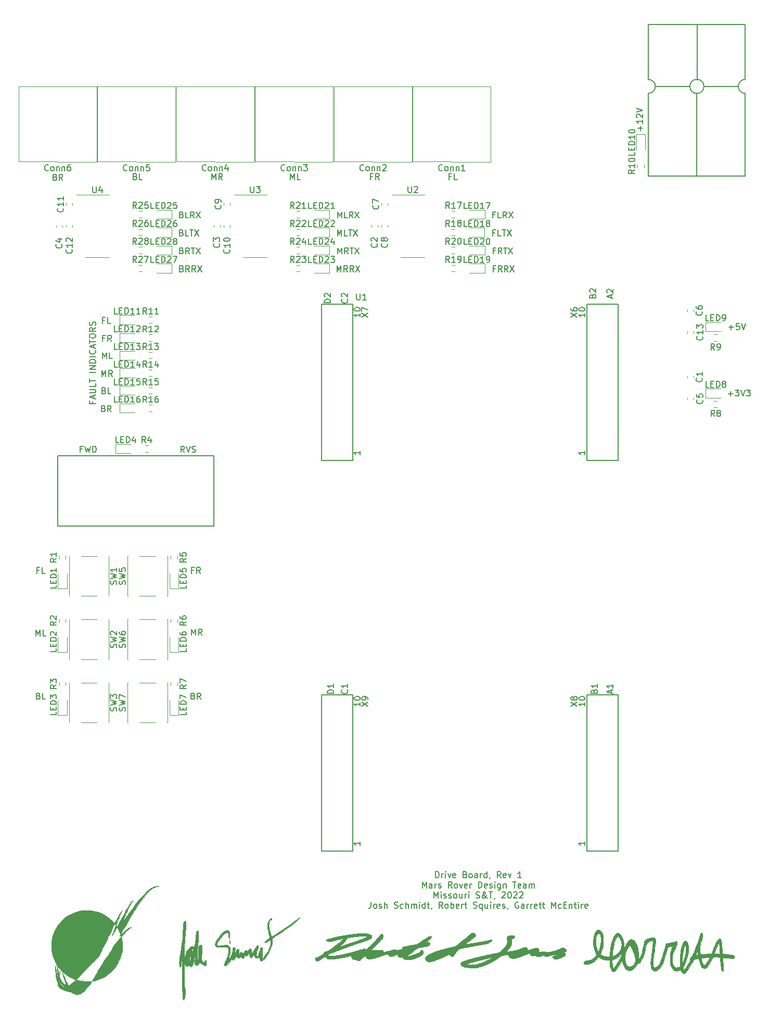
<source format=gbr>
%TF.GenerationSoftware,KiCad,Pcbnew,(5.1.10)-1*%
%TF.CreationDate,2021-11-15T21:10:30-06:00*%
%TF.ProjectId,Driveboard_2022,44726976-6562-46f6-9172-645f32303232,rev?*%
%TF.SameCoordinates,Original*%
%TF.FileFunction,Legend,Top*%
%TF.FilePolarity,Positive*%
%FSLAX46Y46*%
G04 Gerber Fmt 4.6, Leading zero omitted, Abs format (unit mm)*
G04 Created by KiCad (PCBNEW (5.1.10)-1) date 2021-11-15 21:10:30*
%MOMM*%
%LPD*%
G01*
G04 APERTURE LIST*
%ADD10C,0.150000*%
%ADD11C,0.010000*%
%ADD12C,0.120000*%
G04 APERTURE END LIST*
D10*
X114967619Y-153679380D02*
X114967619Y-152679380D01*
X115205714Y-152679380D01*
X115348571Y-152727000D01*
X115443809Y-152822238D01*
X115491428Y-152917476D01*
X115539047Y-153107952D01*
X115539047Y-153250809D01*
X115491428Y-153441285D01*
X115443809Y-153536523D01*
X115348571Y-153631761D01*
X115205714Y-153679380D01*
X114967619Y-153679380D01*
X115967619Y-153679380D02*
X115967619Y-153012714D01*
X115967619Y-153203190D02*
X116015238Y-153107952D01*
X116062857Y-153060333D01*
X116158095Y-153012714D01*
X116253333Y-153012714D01*
X116586666Y-153679380D02*
X116586666Y-153012714D01*
X116586666Y-152679380D02*
X116539047Y-152727000D01*
X116586666Y-152774619D01*
X116634285Y-152727000D01*
X116586666Y-152679380D01*
X116586666Y-152774619D01*
X116967619Y-153012714D02*
X117205714Y-153679380D01*
X117443809Y-153012714D01*
X118205714Y-153631761D02*
X118110476Y-153679380D01*
X117920000Y-153679380D01*
X117824761Y-153631761D01*
X117777142Y-153536523D01*
X117777142Y-153155571D01*
X117824761Y-153060333D01*
X117920000Y-153012714D01*
X118110476Y-153012714D01*
X118205714Y-153060333D01*
X118253333Y-153155571D01*
X118253333Y-153250809D01*
X117777142Y-153346047D01*
X119777142Y-153155571D02*
X119920000Y-153203190D01*
X119967619Y-153250809D01*
X120015238Y-153346047D01*
X120015238Y-153488904D01*
X119967619Y-153584142D01*
X119920000Y-153631761D01*
X119824761Y-153679380D01*
X119443809Y-153679380D01*
X119443809Y-152679380D01*
X119777142Y-152679380D01*
X119872380Y-152727000D01*
X119920000Y-152774619D01*
X119967619Y-152869857D01*
X119967619Y-152965095D01*
X119920000Y-153060333D01*
X119872380Y-153107952D01*
X119777142Y-153155571D01*
X119443809Y-153155571D01*
X120586666Y-153679380D02*
X120491428Y-153631761D01*
X120443809Y-153584142D01*
X120396190Y-153488904D01*
X120396190Y-153203190D01*
X120443809Y-153107952D01*
X120491428Y-153060333D01*
X120586666Y-153012714D01*
X120729523Y-153012714D01*
X120824761Y-153060333D01*
X120872380Y-153107952D01*
X120920000Y-153203190D01*
X120920000Y-153488904D01*
X120872380Y-153584142D01*
X120824761Y-153631761D01*
X120729523Y-153679380D01*
X120586666Y-153679380D01*
X121777142Y-153679380D02*
X121777142Y-153155571D01*
X121729523Y-153060333D01*
X121634285Y-153012714D01*
X121443809Y-153012714D01*
X121348571Y-153060333D01*
X121777142Y-153631761D02*
X121681904Y-153679380D01*
X121443809Y-153679380D01*
X121348571Y-153631761D01*
X121300952Y-153536523D01*
X121300952Y-153441285D01*
X121348571Y-153346047D01*
X121443809Y-153298428D01*
X121681904Y-153298428D01*
X121777142Y-153250809D01*
X122253333Y-153679380D02*
X122253333Y-153012714D01*
X122253333Y-153203190D02*
X122300952Y-153107952D01*
X122348571Y-153060333D01*
X122443809Y-153012714D01*
X122539047Y-153012714D01*
X123300952Y-153679380D02*
X123300952Y-152679380D01*
X123300952Y-153631761D02*
X123205714Y-153679380D01*
X123015238Y-153679380D01*
X122920000Y-153631761D01*
X122872380Y-153584142D01*
X122824761Y-153488904D01*
X122824761Y-153203190D01*
X122872380Y-153107952D01*
X122920000Y-153060333D01*
X123015238Y-153012714D01*
X123205714Y-153012714D01*
X123300952Y-153060333D01*
X123824761Y-153631761D02*
X123824761Y-153679380D01*
X123777142Y-153774619D01*
X123729523Y-153822238D01*
X125586666Y-153679380D02*
X125253333Y-153203190D01*
X125015238Y-153679380D02*
X125015238Y-152679380D01*
X125396190Y-152679380D01*
X125491428Y-152727000D01*
X125539047Y-152774619D01*
X125586666Y-152869857D01*
X125586666Y-153012714D01*
X125539047Y-153107952D01*
X125491428Y-153155571D01*
X125396190Y-153203190D01*
X125015238Y-153203190D01*
X126396190Y-153631761D02*
X126300952Y-153679380D01*
X126110476Y-153679380D01*
X126015238Y-153631761D01*
X125967619Y-153536523D01*
X125967619Y-153155571D01*
X126015238Y-153060333D01*
X126110476Y-153012714D01*
X126300952Y-153012714D01*
X126396190Y-153060333D01*
X126443809Y-153155571D01*
X126443809Y-153250809D01*
X125967619Y-153346047D01*
X126777142Y-153012714D02*
X127015238Y-153679380D01*
X127253333Y-153012714D01*
X128920000Y-153679380D02*
X128348571Y-153679380D01*
X128634285Y-153679380D02*
X128634285Y-152679380D01*
X128539047Y-152822238D01*
X128443809Y-152917476D01*
X128348571Y-152965095D01*
X112800952Y-155329380D02*
X112800952Y-154329380D01*
X113134285Y-155043666D01*
X113467619Y-154329380D01*
X113467619Y-155329380D01*
X114372380Y-155329380D02*
X114372380Y-154805571D01*
X114324761Y-154710333D01*
X114229523Y-154662714D01*
X114039047Y-154662714D01*
X113943809Y-154710333D01*
X114372380Y-155281761D02*
X114277142Y-155329380D01*
X114039047Y-155329380D01*
X113943809Y-155281761D01*
X113896190Y-155186523D01*
X113896190Y-155091285D01*
X113943809Y-154996047D01*
X114039047Y-154948428D01*
X114277142Y-154948428D01*
X114372380Y-154900809D01*
X114848571Y-155329380D02*
X114848571Y-154662714D01*
X114848571Y-154853190D02*
X114896190Y-154757952D01*
X114943809Y-154710333D01*
X115039047Y-154662714D01*
X115134285Y-154662714D01*
X115419999Y-155281761D02*
X115515238Y-155329380D01*
X115705714Y-155329380D01*
X115800952Y-155281761D01*
X115848571Y-155186523D01*
X115848571Y-155138904D01*
X115800952Y-155043666D01*
X115705714Y-154996047D01*
X115562857Y-154996047D01*
X115467619Y-154948428D01*
X115419999Y-154853190D01*
X115419999Y-154805571D01*
X115467619Y-154710333D01*
X115562857Y-154662714D01*
X115705714Y-154662714D01*
X115800952Y-154710333D01*
X117610476Y-155329380D02*
X117277142Y-154853190D01*
X117039047Y-155329380D02*
X117039047Y-154329380D01*
X117419999Y-154329380D01*
X117515238Y-154377000D01*
X117562857Y-154424619D01*
X117610476Y-154519857D01*
X117610476Y-154662714D01*
X117562857Y-154757952D01*
X117515238Y-154805571D01*
X117419999Y-154853190D01*
X117039047Y-154853190D01*
X118181904Y-155329380D02*
X118086666Y-155281761D01*
X118039047Y-155234142D01*
X117991428Y-155138904D01*
X117991428Y-154853190D01*
X118039047Y-154757952D01*
X118086666Y-154710333D01*
X118181904Y-154662714D01*
X118324761Y-154662714D01*
X118419999Y-154710333D01*
X118467619Y-154757952D01*
X118515238Y-154853190D01*
X118515238Y-155138904D01*
X118467619Y-155234142D01*
X118419999Y-155281761D01*
X118324761Y-155329380D01*
X118181904Y-155329380D01*
X118848571Y-154662714D02*
X119086666Y-155329380D01*
X119324761Y-154662714D01*
X120086666Y-155281761D02*
X119991428Y-155329380D01*
X119800952Y-155329380D01*
X119705714Y-155281761D01*
X119658095Y-155186523D01*
X119658095Y-154805571D01*
X119705714Y-154710333D01*
X119800952Y-154662714D01*
X119991428Y-154662714D01*
X120086666Y-154710333D01*
X120134285Y-154805571D01*
X120134285Y-154900809D01*
X119658095Y-154996047D01*
X120562857Y-155329380D02*
X120562857Y-154662714D01*
X120562857Y-154853190D02*
X120610476Y-154757952D01*
X120658095Y-154710333D01*
X120753333Y-154662714D01*
X120848571Y-154662714D01*
X121943809Y-155329380D02*
X121943809Y-154329380D01*
X122181904Y-154329380D01*
X122324761Y-154377000D01*
X122420000Y-154472238D01*
X122467619Y-154567476D01*
X122515238Y-154757952D01*
X122515238Y-154900809D01*
X122467619Y-155091285D01*
X122420000Y-155186523D01*
X122324761Y-155281761D01*
X122181904Y-155329380D01*
X121943809Y-155329380D01*
X123324761Y-155281761D02*
X123229523Y-155329380D01*
X123039047Y-155329380D01*
X122943809Y-155281761D01*
X122896190Y-155186523D01*
X122896190Y-154805571D01*
X122943809Y-154710333D01*
X123039047Y-154662714D01*
X123229523Y-154662714D01*
X123324761Y-154710333D01*
X123372380Y-154805571D01*
X123372380Y-154900809D01*
X122896190Y-154996047D01*
X123753333Y-155281761D02*
X123848571Y-155329380D01*
X124039047Y-155329380D01*
X124134285Y-155281761D01*
X124181904Y-155186523D01*
X124181904Y-155138904D01*
X124134285Y-155043666D01*
X124039047Y-154996047D01*
X123896190Y-154996047D01*
X123800952Y-154948428D01*
X123753333Y-154853190D01*
X123753333Y-154805571D01*
X123800952Y-154710333D01*
X123896190Y-154662714D01*
X124039047Y-154662714D01*
X124134285Y-154710333D01*
X124610476Y-155329380D02*
X124610476Y-154662714D01*
X124610476Y-154329380D02*
X124562857Y-154377000D01*
X124610476Y-154424619D01*
X124658095Y-154377000D01*
X124610476Y-154329380D01*
X124610476Y-154424619D01*
X125515238Y-154662714D02*
X125515238Y-155472238D01*
X125467619Y-155567476D01*
X125419999Y-155615095D01*
X125324761Y-155662714D01*
X125181904Y-155662714D01*
X125086666Y-155615095D01*
X125515238Y-155281761D02*
X125419999Y-155329380D01*
X125229523Y-155329380D01*
X125134285Y-155281761D01*
X125086666Y-155234142D01*
X125039047Y-155138904D01*
X125039047Y-154853190D01*
X125086666Y-154757952D01*
X125134285Y-154710333D01*
X125229523Y-154662714D01*
X125419999Y-154662714D01*
X125515238Y-154710333D01*
X125991428Y-154662714D02*
X125991428Y-155329380D01*
X125991428Y-154757952D02*
X126039047Y-154710333D01*
X126134285Y-154662714D01*
X126277142Y-154662714D01*
X126372380Y-154710333D01*
X126419999Y-154805571D01*
X126419999Y-155329380D01*
X127515238Y-154329380D02*
X128086666Y-154329380D01*
X127800952Y-155329380D02*
X127800952Y-154329380D01*
X128800952Y-155281761D02*
X128705714Y-155329380D01*
X128515238Y-155329380D01*
X128419999Y-155281761D01*
X128372380Y-155186523D01*
X128372380Y-154805571D01*
X128419999Y-154710333D01*
X128515238Y-154662714D01*
X128705714Y-154662714D01*
X128800952Y-154710333D01*
X128848571Y-154805571D01*
X128848571Y-154900809D01*
X128372380Y-154996047D01*
X129705714Y-155329380D02*
X129705714Y-154805571D01*
X129658095Y-154710333D01*
X129562857Y-154662714D01*
X129372380Y-154662714D01*
X129277142Y-154710333D01*
X129705714Y-155281761D02*
X129610476Y-155329380D01*
X129372380Y-155329380D01*
X129277142Y-155281761D01*
X129229523Y-155186523D01*
X129229523Y-155091285D01*
X129277142Y-154996047D01*
X129372380Y-154948428D01*
X129610476Y-154948428D01*
X129705714Y-154900809D01*
X130181904Y-155329380D02*
X130181904Y-154662714D01*
X130181904Y-154757952D02*
X130229523Y-154710333D01*
X130324761Y-154662714D01*
X130467619Y-154662714D01*
X130562857Y-154710333D01*
X130610476Y-154805571D01*
X130610476Y-155329380D01*
X130610476Y-154805571D02*
X130658095Y-154710333D01*
X130753333Y-154662714D01*
X130896190Y-154662714D01*
X130991428Y-154710333D01*
X131039047Y-154805571D01*
X131039047Y-155329380D01*
X114705714Y-156979380D02*
X114705714Y-155979380D01*
X115039047Y-156693666D01*
X115372380Y-155979380D01*
X115372380Y-156979380D01*
X115848571Y-156979380D02*
X115848571Y-156312714D01*
X115848571Y-155979380D02*
X115800952Y-156027000D01*
X115848571Y-156074619D01*
X115896190Y-156027000D01*
X115848571Y-155979380D01*
X115848571Y-156074619D01*
X116277142Y-156931761D02*
X116372380Y-156979380D01*
X116562857Y-156979380D01*
X116658095Y-156931761D01*
X116705714Y-156836523D01*
X116705714Y-156788904D01*
X116658095Y-156693666D01*
X116562857Y-156646047D01*
X116420000Y-156646047D01*
X116324761Y-156598428D01*
X116277142Y-156503190D01*
X116277142Y-156455571D01*
X116324761Y-156360333D01*
X116420000Y-156312714D01*
X116562857Y-156312714D01*
X116658095Y-156360333D01*
X117086666Y-156931761D02*
X117181904Y-156979380D01*
X117372380Y-156979380D01*
X117467619Y-156931761D01*
X117515238Y-156836523D01*
X117515238Y-156788904D01*
X117467619Y-156693666D01*
X117372380Y-156646047D01*
X117229523Y-156646047D01*
X117134285Y-156598428D01*
X117086666Y-156503190D01*
X117086666Y-156455571D01*
X117134285Y-156360333D01*
X117229523Y-156312714D01*
X117372380Y-156312714D01*
X117467619Y-156360333D01*
X118086666Y-156979380D02*
X117991428Y-156931761D01*
X117943809Y-156884142D01*
X117896190Y-156788904D01*
X117896190Y-156503190D01*
X117943809Y-156407952D01*
X117991428Y-156360333D01*
X118086666Y-156312714D01*
X118229523Y-156312714D01*
X118324761Y-156360333D01*
X118372380Y-156407952D01*
X118420000Y-156503190D01*
X118420000Y-156788904D01*
X118372380Y-156884142D01*
X118324761Y-156931761D01*
X118229523Y-156979380D01*
X118086666Y-156979380D01*
X119277142Y-156312714D02*
X119277142Y-156979380D01*
X118848571Y-156312714D02*
X118848571Y-156836523D01*
X118896190Y-156931761D01*
X118991428Y-156979380D01*
X119134285Y-156979380D01*
X119229523Y-156931761D01*
X119277142Y-156884142D01*
X119753333Y-156979380D02*
X119753333Y-156312714D01*
X119753333Y-156503190D02*
X119800952Y-156407952D01*
X119848571Y-156360333D01*
X119943809Y-156312714D01*
X120039047Y-156312714D01*
X120372380Y-156979380D02*
X120372380Y-156312714D01*
X120372380Y-155979380D02*
X120324761Y-156027000D01*
X120372380Y-156074619D01*
X120420000Y-156027000D01*
X120372380Y-155979380D01*
X120372380Y-156074619D01*
X121562857Y-156931761D02*
X121705714Y-156979380D01*
X121943809Y-156979380D01*
X122039047Y-156931761D01*
X122086666Y-156884142D01*
X122134285Y-156788904D01*
X122134285Y-156693666D01*
X122086666Y-156598428D01*
X122039047Y-156550809D01*
X121943809Y-156503190D01*
X121753333Y-156455571D01*
X121658095Y-156407952D01*
X121610476Y-156360333D01*
X121562857Y-156265095D01*
X121562857Y-156169857D01*
X121610476Y-156074619D01*
X121658095Y-156027000D01*
X121753333Y-155979380D01*
X121991428Y-155979380D01*
X122134285Y-156027000D01*
X123372380Y-156979380D02*
X123324761Y-156979380D01*
X123229523Y-156931761D01*
X123086666Y-156788904D01*
X122848571Y-156503190D01*
X122753333Y-156360333D01*
X122705714Y-156217476D01*
X122705714Y-156122238D01*
X122753333Y-156027000D01*
X122848571Y-155979380D01*
X122896190Y-155979380D01*
X122991428Y-156027000D01*
X123039047Y-156122238D01*
X123039047Y-156169857D01*
X122991428Y-156265095D01*
X122943809Y-156312714D01*
X122658095Y-156503190D01*
X122610476Y-156550809D01*
X122562857Y-156646047D01*
X122562857Y-156788904D01*
X122610476Y-156884142D01*
X122658095Y-156931761D01*
X122753333Y-156979380D01*
X122896190Y-156979380D01*
X122991428Y-156931761D01*
X123039047Y-156884142D01*
X123181904Y-156693666D01*
X123229523Y-156550809D01*
X123229523Y-156455571D01*
X123658095Y-155979380D02*
X124229523Y-155979380D01*
X123943809Y-156979380D02*
X123943809Y-155979380D01*
X124610476Y-156931761D02*
X124610476Y-156979380D01*
X124562857Y-157074619D01*
X124515238Y-157122238D01*
X125753333Y-156074619D02*
X125800952Y-156027000D01*
X125896190Y-155979380D01*
X126134285Y-155979380D01*
X126229523Y-156027000D01*
X126277142Y-156074619D01*
X126324761Y-156169857D01*
X126324761Y-156265095D01*
X126277142Y-156407952D01*
X125705714Y-156979380D01*
X126324761Y-156979380D01*
X126943809Y-155979380D02*
X127039047Y-155979380D01*
X127134285Y-156027000D01*
X127181904Y-156074619D01*
X127229523Y-156169857D01*
X127277142Y-156360333D01*
X127277142Y-156598428D01*
X127229523Y-156788904D01*
X127181904Y-156884142D01*
X127134285Y-156931761D01*
X127039047Y-156979380D01*
X126943809Y-156979380D01*
X126848571Y-156931761D01*
X126800952Y-156884142D01*
X126753333Y-156788904D01*
X126705714Y-156598428D01*
X126705714Y-156360333D01*
X126753333Y-156169857D01*
X126800952Y-156074619D01*
X126848571Y-156027000D01*
X126943809Y-155979380D01*
X127658095Y-156074619D02*
X127705714Y-156027000D01*
X127800952Y-155979380D01*
X128039047Y-155979380D01*
X128134285Y-156027000D01*
X128181904Y-156074619D01*
X128229523Y-156169857D01*
X128229523Y-156265095D01*
X128181904Y-156407952D01*
X127610476Y-156979380D01*
X128229523Y-156979380D01*
X128610476Y-156074619D02*
X128658095Y-156027000D01*
X128753333Y-155979380D01*
X128991428Y-155979380D01*
X129086666Y-156027000D01*
X129134285Y-156074619D01*
X129181904Y-156169857D01*
X129181904Y-156265095D01*
X129134285Y-156407952D01*
X128562857Y-156979380D01*
X129181904Y-156979380D01*
X104443809Y-157629380D02*
X104443809Y-158343666D01*
X104396190Y-158486523D01*
X104300952Y-158581761D01*
X104158095Y-158629380D01*
X104062857Y-158629380D01*
X105062857Y-158629380D02*
X104967619Y-158581761D01*
X104920000Y-158534142D01*
X104872380Y-158438904D01*
X104872380Y-158153190D01*
X104920000Y-158057952D01*
X104967619Y-158010333D01*
X105062857Y-157962714D01*
X105205714Y-157962714D01*
X105300952Y-158010333D01*
X105348571Y-158057952D01*
X105396190Y-158153190D01*
X105396190Y-158438904D01*
X105348571Y-158534142D01*
X105300952Y-158581761D01*
X105205714Y-158629380D01*
X105062857Y-158629380D01*
X105777142Y-158581761D02*
X105872380Y-158629380D01*
X106062857Y-158629380D01*
X106158095Y-158581761D01*
X106205714Y-158486523D01*
X106205714Y-158438904D01*
X106158095Y-158343666D01*
X106062857Y-158296047D01*
X105920000Y-158296047D01*
X105824761Y-158248428D01*
X105777142Y-158153190D01*
X105777142Y-158105571D01*
X105824761Y-158010333D01*
X105920000Y-157962714D01*
X106062857Y-157962714D01*
X106158095Y-158010333D01*
X106634285Y-158629380D02*
X106634285Y-157629380D01*
X107062857Y-158629380D02*
X107062857Y-158105571D01*
X107015238Y-158010333D01*
X106920000Y-157962714D01*
X106777142Y-157962714D01*
X106681904Y-158010333D01*
X106634285Y-158057952D01*
X108253333Y-158581761D02*
X108396190Y-158629380D01*
X108634285Y-158629380D01*
X108729523Y-158581761D01*
X108777142Y-158534142D01*
X108824761Y-158438904D01*
X108824761Y-158343666D01*
X108777142Y-158248428D01*
X108729523Y-158200809D01*
X108634285Y-158153190D01*
X108443809Y-158105571D01*
X108348571Y-158057952D01*
X108300952Y-158010333D01*
X108253333Y-157915095D01*
X108253333Y-157819857D01*
X108300952Y-157724619D01*
X108348571Y-157677000D01*
X108443809Y-157629380D01*
X108681904Y-157629380D01*
X108824761Y-157677000D01*
X109681904Y-158581761D02*
X109586666Y-158629380D01*
X109396190Y-158629380D01*
X109300952Y-158581761D01*
X109253333Y-158534142D01*
X109205714Y-158438904D01*
X109205714Y-158153190D01*
X109253333Y-158057952D01*
X109300952Y-158010333D01*
X109396190Y-157962714D01*
X109586666Y-157962714D01*
X109681904Y-158010333D01*
X110110476Y-158629380D02*
X110110476Y-157629380D01*
X110539047Y-158629380D02*
X110539047Y-158105571D01*
X110491428Y-158010333D01*
X110396190Y-157962714D01*
X110253333Y-157962714D01*
X110158095Y-158010333D01*
X110110476Y-158057952D01*
X111015238Y-158629380D02*
X111015238Y-157962714D01*
X111015238Y-158057952D02*
X111062857Y-158010333D01*
X111158095Y-157962714D01*
X111300952Y-157962714D01*
X111396190Y-158010333D01*
X111443809Y-158105571D01*
X111443809Y-158629380D01*
X111443809Y-158105571D02*
X111491428Y-158010333D01*
X111586666Y-157962714D01*
X111729523Y-157962714D01*
X111824761Y-158010333D01*
X111872380Y-158105571D01*
X111872380Y-158629380D01*
X112348571Y-158629380D02*
X112348571Y-157962714D01*
X112348571Y-157629380D02*
X112300952Y-157677000D01*
X112348571Y-157724619D01*
X112396190Y-157677000D01*
X112348571Y-157629380D01*
X112348571Y-157724619D01*
X113253333Y-158629380D02*
X113253333Y-157629380D01*
X113253333Y-158581761D02*
X113158095Y-158629380D01*
X112967619Y-158629380D01*
X112872380Y-158581761D01*
X112824761Y-158534142D01*
X112777142Y-158438904D01*
X112777142Y-158153190D01*
X112824761Y-158057952D01*
X112872380Y-158010333D01*
X112967619Y-157962714D01*
X113158095Y-157962714D01*
X113253333Y-158010333D01*
X113586666Y-157962714D02*
X113967619Y-157962714D01*
X113729523Y-157629380D02*
X113729523Y-158486523D01*
X113777142Y-158581761D01*
X113872380Y-158629380D01*
X113967619Y-158629380D01*
X114348571Y-158581761D02*
X114348571Y-158629380D01*
X114300952Y-158724619D01*
X114253333Y-158772238D01*
X116110476Y-158629380D02*
X115777142Y-158153190D01*
X115539047Y-158629380D02*
X115539047Y-157629380D01*
X115920000Y-157629380D01*
X116015238Y-157677000D01*
X116062857Y-157724619D01*
X116110476Y-157819857D01*
X116110476Y-157962714D01*
X116062857Y-158057952D01*
X116015238Y-158105571D01*
X115920000Y-158153190D01*
X115539047Y-158153190D01*
X116681904Y-158629380D02*
X116586666Y-158581761D01*
X116539047Y-158534142D01*
X116491428Y-158438904D01*
X116491428Y-158153190D01*
X116539047Y-158057952D01*
X116586666Y-158010333D01*
X116681904Y-157962714D01*
X116824761Y-157962714D01*
X116920000Y-158010333D01*
X116967619Y-158057952D01*
X117015238Y-158153190D01*
X117015238Y-158438904D01*
X116967619Y-158534142D01*
X116920000Y-158581761D01*
X116824761Y-158629380D01*
X116681904Y-158629380D01*
X117443809Y-158629380D02*
X117443809Y-157629380D01*
X117443809Y-158010333D02*
X117539047Y-157962714D01*
X117729523Y-157962714D01*
X117824761Y-158010333D01*
X117872380Y-158057952D01*
X117920000Y-158153190D01*
X117920000Y-158438904D01*
X117872380Y-158534142D01*
X117824761Y-158581761D01*
X117729523Y-158629380D01*
X117539047Y-158629380D01*
X117443809Y-158581761D01*
X118729523Y-158581761D02*
X118634285Y-158629380D01*
X118443809Y-158629380D01*
X118348571Y-158581761D01*
X118300952Y-158486523D01*
X118300952Y-158105571D01*
X118348571Y-158010333D01*
X118443809Y-157962714D01*
X118634285Y-157962714D01*
X118729523Y-158010333D01*
X118777142Y-158105571D01*
X118777142Y-158200809D01*
X118300952Y-158296047D01*
X119205714Y-158629380D02*
X119205714Y-157962714D01*
X119205714Y-158153190D02*
X119253333Y-158057952D01*
X119300952Y-158010333D01*
X119396190Y-157962714D01*
X119491428Y-157962714D01*
X119681904Y-157962714D02*
X120062857Y-157962714D01*
X119824761Y-157629380D02*
X119824761Y-158486523D01*
X119872380Y-158581761D01*
X119967619Y-158629380D01*
X120062857Y-158629380D01*
X121110476Y-158581761D02*
X121253333Y-158629380D01*
X121491428Y-158629380D01*
X121586666Y-158581761D01*
X121634285Y-158534142D01*
X121681904Y-158438904D01*
X121681904Y-158343666D01*
X121634285Y-158248428D01*
X121586666Y-158200809D01*
X121491428Y-158153190D01*
X121300952Y-158105571D01*
X121205714Y-158057952D01*
X121158095Y-158010333D01*
X121110476Y-157915095D01*
X121110476Y-157819857D01*
X121158095Y-157724619D01*
X121205714Y-157677000D01*
X121300952Y-157629380D01*
X121539047Y-157629380D01*
X121681904Y-157677000D01*
X122539047Y-157962714D02*
X122539047Y-158962714D01*
X122539047Y-158581761D02*
X122443809Y-158629380D01*
X122253333Y-158629380D01*
X122158095Y-158581761D01*
X122110476Y-158534142D01*
X122062857Y-158438904D01*
X122062857Y-158153190D01*
X122110476Y-158057952D01*
X122158095Y-158010333D01*
X122253333Y-157962714D01*
X122443809Y-157962714D01*
X122539047Y-158010333D01*
X123443809Y-157962714D02*
X123443809Y-158629380D01*
X123015238Y-157962714D02*
X123015238Y-158486523D01*
X123062857Y-158581761D01*
X123158095Y-158629380D01*
X123300952Y-158629380D01*
X123396190Y-158581761D01*
X123443809Y-158534142D01*
X123920000Y-158629380D02*
X123920000Y-157962714D01*
X123920000Y-157629380D02*
X123872380Y-157677000D01*
X123920000Y-157724619D01*
X123967619Y-157677000D01*
X123920000Y-157629380D01*
X123920000Y-157724619D01*
X124396190Y-158629380D02*
X124396190Y-157962714D01*
X124396190Y-158153190D02*
X124443809Y-158057952D01*
X124491428Y-158010333D01*
X124586666Y-157962714D01*
X124681904Y-157962714D01*
X125396190Y-158581761D02*
X125300952Y-158629380D01*
X125110476Y-158629380D01*
X125015238Y-158581761D01*
X124967619Y-158486523D01*
X124967619Y-158105571D01*
X125015238Y-158010333D01*
X125110476Y-157962714D01*
X125300952Y-157962714D01*
X125396190Y-158010333D01*
X125443809Y-158105571D01*
X125443809Y-158200809D01*
X124967619Y-158296047D01*
X125824761Y-158581761D02*
X125920000Y-158629380D01*
X126110476Y-158629380D01*
X126205714Y-158581761D01*
X126253333Y-158486523D01*
X126253333Y-158438904D01*
X126205714Y-158343666D01*
X126110476Y-158296047D01*
X125967619Y-158296047D01*
X125872380Y-158248428D01*
X125824761Y-158153190D01*
X125824761Y-158105571D01*
X125872380Y-158010333D01*
X125967619Y-157962714D01*
X126110476Y-157962714D01*
X126205714Y-158010333D01*
X126729523Y-158581761D02*
X126729523Y-158629380D01*
X126681904Y-158724619D01*
X126634285Y-158772238D01*
X128443809Y-157677000D02*
X128348571Y-157629380D01*
X128205714Y-157629380D01*
X128062857Y-157677000D01*
X127967619Y-157772238D01*
X127920000Y-157867476D01*
X127872380Y-158057952D01*
X127872380Y-158200809D01*
X127920000Y-158391285D01*
X127967619Y-158486523D01*
X128062857Y-158581761D01*
X128205714Y-158629380D01*
X128300952Y-158629380D01*
X128443809Y-158581761D01*
X128491428Y-158534142D01*
X128491428Y-158200809D01*
X128300952Y-158200809D01*
X129348571Y-158629380D02*
X129348571Y-158105571D01*
X129300952Y-158010333D01*
X129205714Y-157962714D01*
X129015238Y-157962714D01*
X128920000Y-158010333D01*
X129348571Y-158581761D02*
X129253333Y-158629380D01*
X129015238Y-158629380D01*
X128920000Y-158581761D01*
X128872380Y-158486523D01*
X128872380Y-158391285D01*
X128920000Y-158296047D01*
X129015238Y-158248428D01*
X129253333Y-158248428D01*
X129348571Y-158200809D01*
X129824761Y-158629380D02*
X129824761Y-157962714D01*
X129824761Y-158153190D02*
X129872380Y-158057952D01*
X129920000Y-158010333D01*
X130015238Y-157962714D01*
X130110476Y-157962714D01*
X130443809Y-158629380D02*
X130443809Y-157962714D01*
X130443809Y-158153190D02*
X130491428Y-158057952D01*
X130539047Y-158010333D01*
X130634285Y-157962714D01*
X130729523Y-157962714D01*
X131443809Y-158581761D02*
X131348571Y-158629380D01*
X131158095Y-158629380D01*
X131062857Y-158581761D01*
X131015238Y-158486523D01*
X131015238Y-158105571D01*
X131062857Y-158010333D01*
X131158095Y-157962714D01*
X131348571Y-157962714D01*
X131443809Y-158010333D01*
X131491428Y-158105571D01*
X131491428Y-158200809D01*
X131015238Y-158296047D01*
X131777142Y-157962714D02*
X132158095Y-157962714D01*
X131920000Y-157629380D02*
X131920000Y-158486523D01*
X131967619Y-158581761D01*
X132062857Y-158629380D01*
X132158095Y-158629380D01*
X132348571Y-157962714D02*
X132729523Y-157962714D01*
X132491428Y-157629380D02*
X132491428Y-158486523D01*
X132539047Y-158581761D01*
X132634285Y-158629380D01*
X132729523Y-158629380D01*
X133824761Y-158629380D02*
X133824761Y-157629380D01*
X134158095Y-158343666D01*
X134491428Y-157629380D01*
X134491428Y-158629380D01*
X135396190Y-158581761D02*
X135300952Y-158629380D01*
X135110476Y-158629380D01*
X135015238Y-158581761D01*
X134967619Y-158534142D01*
X134920000Y-158438904D01*
X134920000Y-158153190D01*
X134967619Y-158057952D01*
X135015238Y-158010333D01*
X135110476Y-157962714D01*
X135300952Y-157962714D01*
X135396190Y-158010333D01*
X135824761Y-158105571D02*
X136158095Y-158105571D01*
X136300952Y-158629380D02*
X135824761Y-158629380D01*
X135824761Y-157629380D01*
X136300952Y-157629380D01*
X136729523Y-157962714D02*
X136729523Y-158629380D01*
X136729523Y-158057952D02*
X136777142Y-158010333D01*
X136872380Y-157962714D01*
X137015238Y-157962714D01*
X137110476Y-158010333D01*
X137158095Y-158105571D01*
X137158095Y-158629380D01*
X137491428Y-157962714D02*
X137872380Y-157962714D01*
X137634285Y-157629380D02*
X137634285Y-158486523D01*
X137681904Y-158581761D01*
X137777142Y-158629380D01*
X137872380Y-158629380D01*
X138205714Y-158629380D02*
X138205714Y-157962714D01*
X138205714Y-157629380D02*
X138158095Y-157677000D01*
X138205714Y-157724619D01*
X138253333Y-157677000D01*
X138205714Y-157629380D01*
X138205714Y-157724619D01*
X138681904Y-158629380D02*
X138681904Y-157962714D01*
X138681904Y-158153190D02*
X138729523Y-158057952D01*
X138777142Y-158010333D01*
X138872380Y-157962714D01*
X138967619Y-157962714D01*
X139681904Y-158581761D02*
X139586666Y-158629380D01*
X139396190Y-158629380D01*
X139300952Y-158581761D01*
X139253333Y-158486523D01*
X139253333Y-158105571D01*
X139300952Y-158010333D01*
X139396190Y-157962714D01*
X139586666Y-157962714D01*
X139681904Y-158010333D01*
X139729523Y-158105571D01*
X139729523Y-158200809D01*
X139253333Y-158296047D01*
X117467095Y-39679571D02*
X117133761Y-39679571D01*
X117133761Y-40203380D02*
X117133761Y-39203380D01*
X117609952Y-39203380D01*
X118467095Y-40203380D02*
X117990904Y-40203380D01*
X117990904Y-39203380D01*
X104671857Y-39679571D02*
X104338523Y-39679571D01*
X104338523Y-40203380D02*
X104338523Y-39203380D01*
X104814714Y-39203380D01*
X105767095Y-40203380D02*
X105433761Y-39727190D01*
X105195666Y-40203380D02*
X105195666Y-39203380D01*
X105576619Y-39203380D01*
X105671857Y-39251000D01*
X105719476Y-39298619D01*
X105767095Y-39393857D01*
X105767095Y-39536714D01*
X105719476Y-39631952D01*
X105671857Y-39679571D01*
X105576619Y-39727190D01*
X105195666Y-39727190D01*
X91336904Y-40203380D02*
X91336904Y-39203380D01*
X91670238Y-39917666D01*
X92003571Y-39203380D01*
X92003571Y-40203380D01*
X92955952Y-40203380D02*
X92479761Y-40203380D01*
X92479761Y-39203380D01*
X78541666Y-40203380D02*
X78541666Y-39203380D01*
X78875000Y-39917666D01*
X79208333Y-39203380D01*
X79208333Y-40203380D01*
X80255952Y-40203380D02*
X79922619Y-39727190D01*
X79684523Y-40203380D02*
X79684523Y-39203380D01*
X80065476Y-39203380D01*
X80160714Y-39251000D01*
X80208333Y-39298619D01*
X80255952Y-39393857D01*
X80255952Y-39536714D01*
X80208333Y-39631952D01*
X80160714Y-39679571D01*
X80065476Y-39727190D01*
X79684523Y-39727190D01*
X66087666Y-39679571D02*
X66230523Y-39727190D01*
X66278142Y-39774809D01*
X66325761Y-39870047D01*
X66325761Y-40012904D01*
X66278142Y-40108142D01*
X66230523Y-40155761D01*
X66135285Y-40203380D01*
X65754333Y-40203380D01*
X65754333Y-39203380D01*
X66087666Y-39203380D01*
X66182904Y-39251000D01*
X66230523Y-39298619D01*
X66278142Y-39393857D01*
X66278142Y-39489095D01*
X66230523Y-39584333D01*
X66182904Y-39631952D01*
X66087666Y-39679571D01*
X65754333Y-39679571D01*
X67230523Y-40203380D02*
X66754333Y-40203380D01*
X66754333Y-39203380D01*
X53038428Y-39806571D02*
X53181285Y-39854190D01*
X53228904Y-39901809D01*
X53276523Y-39997047D01*
X53276523Y-40139904D01*
X53228904Y-40235142D01*
X53181285Y-40282761D01*
X53086047Y-40330380D01*
X52705095Y-40330380D01*
X52705095Y-39330380D01*
X53038428Y-39330380D01*
X53133666Y-39378000D01*
X53181285Y-39425619D01*
X53228904Y-39520857D01*
X53228904Y-39616095D01*
X53181285Y-39711333D01*
X53133666Y-39758952D01*
X53038428Y-39806571D01*
X52705095Y-39806571D01*
X54276523Y-40330380D02*
X53943190Y-39854190D01*
X53705095Y-40330380D02*
X53705095Y-39330380D01*
X54086047Y-39330380D01*
X54181285Y-39378000D01*
X54228904Y-39425619D01*
X54276523Y-39520857D01*
X54276523Y-39663714D01*
X54228904Y-39758952D01*
X54181285Y-39806571D01*
X54086047Y-39854190D01*
X53705095Y-39854190D01*
X148280428Y-32241904D02*
X148280428Y-31480000D01*
X148661380Y-31860952D02*
X147899476Y-31860952D01*
X148661380Y-30480000D02*
X148661380Y-31051428D01*
X148661380Y-30765714D02*
X147661380Y-30765714D01*
X147804238Y-30860952D01*
X147899476Y-30956190D01*
X147947095Y-31051428D01*
X147756619Y-30099047D02*
X147709000Y-30051428D01*
X147661380Y-29956190D01*
X147661380Y-29718095D01*
X147709000Y-29622857D01*
X147756619Y-29575238D01*
X147851857Y-29527619D01*
X147947095Y-29527619D01*
X148089952Y-29575238D01*
X148661380Y-30146666D01*
X148661380Y-29527619D01*
X147661380Y-29241904D02*
X148661380Y-28908571D01*
X147661380Y-28575238D01*
X162576095Y-75001428D02*
X163338000Y-75001428D01*
X162957047Y-75382380D02*
X162957047Y-74620476D01*
X163718952Y-74382380D02*
X164338000Y-74382380D01*
X164004666Y-74763333D01*
X164147523Y-74763333D01*
X164242761Y-74810952D01*
X164290380Y-74858571D01*
X164338000Y-74953809D01*
X164338000Y-75191904D01*
X164290380Y-75287142D01*
X164242761Y-75334761D01*
X164147523Y-75382380D01*
X163861809Y-75382380D01*
X163766571Y-75334761D01*
X163718952Y-75287142D01*
X164623714Y-74382380D02*
X164957047Y-75382380D01*
X165290380Y-74382380D01*
X165528476Y-74382380D02*
X166147523Y-74382380D01*
X165814190Y-74763333D01*
X165957047Y-74763333D01*
X166052285Y-74810952D01*
X166099904Y-74858571D01*
X166147523Y-74953809D01*
X166147523Y-75191904D01*
X166099904Y-75287142D01*
X166052285Y-75334761D01*
X165957047Y-75382380D01*
X165671333Y-75382380D01*
X165576095Y-75334761D01*
X165528476Y-75287142D01*
X162671285Y-64206428D02*
X163433190Y-64206428D01*
X163052238Y-64587380D02*
X163052238Y-63825476D01*
X164385571Y-63587380D02*
X163909380Y-63587380D01*
X163861761Y-64063571D01*
X163909380Y-64015952D01*
X164004619Y-63968333D01*
X164242714Y-63968333D01*
X164337952Y-64015952D01*
X164385571Y-64063571D01*
X164433190Y-64158809D01*
X164433190Y-64396904D01*
X164385571Y-64492142D01*
X164337952Y-64539761D01*
X164242714Y-64587380D01*
X164004619Y-64587380D01*
X163909380Y-64539761D01*
X163861761Y-64492142D01*
X164718904Y-63587380D02*
X165052238Y-64587380D01*
X165385571Y-63587380D01*
X75588857Y-103687571D02*
X75255523Y-103687571D01*
X75255523Y-104211380D02*
X75255523Y-103211380D01*
X75731714Y-103211380D01*
X76684095Y-104211380D02*
X76350761Y-103735190D01*
X76112666Y-104211380D02*
X76112666Y-103211380D01*
X76493619Y-103211380D01*
X76588857Y-103259000D01*
X76636476Y-103306619D01*
X76684095Y-103401857D01*
X76684095Y-103544714D01*
X76636476Y-103639952D01*
X76588857Y-103687571D01*
X76493619Y-103735190D01*
X76112666Y-103735190D01*
X75239666Y-114244380D02*
X75239666Y-113244380D01*
X75573000Y-113958666D01*
X75906333Y-113244380D01*
X75906333Y-114244380D01*
X76953952Y-114244380D02*
X76620619Y-113768190D01*
X76382523Y-114244380D02*
X76382523Y-113244380D01*
X76763476Y-113244380D01*
X76858714Y-113292000D01*
X76906333Y-113339619D01*
X76953952Y-113434857D01*
X76953952Y-113577714D01*
X76906333Y-113672952D01*
X76858714Y-113720571D01*
X76763476Y-113768190D01*
X76382523Y-113768190D01*
X75517428Y-124134571D02*
X75660285Y-124182190D01*
X75707904Y-124229809D01*
X75755523Y-124325047D01*
X75755523Y-124467904D01*
X75707904Y-124563142D01*
X75660285Y-124610761D01*
X75565047Y-124658380D01*
X75184095Y-124658380D01*
X75184095Y-123658380D01*
X75517428Y-123658380D01*
X75612666Y-123706000D01*
X75660285Y-123753619D01*
X75707904Y-123848857D01*
X75707904Y-123944095D01*
X75660285Y-124039333D01*
X75612666Y-124086952D01*
X75517428Y-124134571D01*
X75184095Y-124134571D01*
X76755523Y-124658380D02*
X76422190Y-124182190D01*
X76184095Y-124658380D02*
X76184095Y-123658380D01*
X76565047Y-123658380D01*
X76660285Y-123706000D01*
X76707904Y-123753619D01*
X76755523Y-123848857D01*
X76755523Y-123991714D01*
X76707904Y-124086952D01*
X76660285Y-124134571D01*
X76565047Y-124182190D01*
X76184095Y-124182190D01*
X50339666Y-124134571D02*
X50482523Y-124182190D01*
X50530142Y-124229809D01*
X50577761Y-124325047D01*
X50577761Y-124467904D01*
X50530142Y-124563142D01*
X50482523Y-124610761D01*
X50387285Y-124658380D01*
X50006333Y-124658380D01*
X50006333Y-123658380D01*
X50339666Y-123658380D01*
X50434904Y-123706000D01*
X50482523Y-123753619D01*
X50530142Y-123848857D01*
X50530142Y-123944095D01*
X50482523Y-124039333D01*
X50434904Y-124086952D01*
X50339666Y-124134571D01*
X50006333Y-124134571D01*
X51482523Y-124658380D02*
X51006333Y-124658380D01*
X51006333Y-123658380D01*
X49934904Y-114371380D02*
X49934904Y-113371380D01*
X50268238Y-114085666D01*
X50601571Y-113371380D01*
X50601571Y-114371380D01*
X51553952Y-114371380D02*
X51077761Y-114371380D01*
X51077761Y-113371380D01*
X50411095Y-103687571D02*
X50077761Y-103687571D01*
X50077761Y-104211380D02*
X50077761Y-103211380D01*
X50553952Y-103211380D01*
X51411095Y-104211380D02*
X50934904Y-104211380D01*
X50934904Y-103211380D01*
X74080761Y-84526380D02*
X73747428Y-84050190D01*
X73509333Y-84526380D02*
X73509333Y-83526380D01*
X73890285Y-83526380D01*
X73985523Y-83574000D01*
X74033142Y-83621619D01*
X74080761Y-83716857D01*
X74080761Y-83859714D01*
X74033142Y-83954952D01*
X73985523Y-84002571D01*
X73890285Y-84050190D01*
X73509333Y-84050190D01*
X74366476Y-83526380D02*
X74699809Y-84526380D01*
X75033142Y-83526380D01*
X75318857Y-84478761D02*
X75461714Y-84526380D01*
X75699809Y-84526380D01*
X75795047Y-84478761D01*
X75842666Y-84431142D01*
X75890285Y-84335904D01*
X75890285Y-84240666D01*
X75842666Y-84145428D01*
X75795047Y-84097809D01*
X75699809Y-84050190D01*
X75509333Y-84002571D01*
X75414095Y-83954952D01*
X75366476Y-83907333D01*
X75318857Y-83812095D01*
X75318857Y-83716857D01*
X75366476Y-83621619D01*
X75414095Y-83574000D01*
X75509333Y-83526380D01*
X75747428Y-83526380D01*
X75890285Y-83574000D01*
X57491428Y-84002571D02*
X57158095Y-84002571D01*
X57158095Y-84526380D02*
X57158095Y-83526380D01*
X57634285Y-83526380D01*
X57920000Y-83526380D02*
X58158095Y-84526380D01*
X58348571Y-83812095D01*
X58539047Y-84526380D01*
X58777142Y-83526380D01*
X59158095Y-84526380D02*
X59158095Y-83526380D01*
X59396190Y-83526380D01*
X59539047Y-83574000D01*
X59634285Y-83669238D01*
X59681904Y-83764476D01*
X59729523Y-83954952D01*
X59729523Y-84097809D01*
X59681904Y-84288285D01*
X59634285Y-84383523D01*
X59539047Y-84478761D01*
X59396190Y-84526380D01*
X59158095Y-84526380D01*
X59110571Y-76262714D02*
X59110571Y-76596047D01*
X59634380Y-76596047D02*
X58634380Y-76596047D01*
X58634380Y-76119857D01*
X59348666Y-75786523D02*
X59348666Y-75310333D01*
X59634380Y-75881761D02*
X58634380Y-75548428D01*
X59634380Y-75215095D01*
X58634380Y-74881761D02*
X59443904Y-74881761D01*
X59539142Y-74834142D01*
X59586761Y-74786523D01*
X59634380Y-74691285D01*
X59634380Y-74500809D01*
X59586761Y-74405571D01*
X59539142Y-74357952D01*
X59443904Y-74310333D01*
X58634380Y-74310333D01*
X59634380Y-73357952D02*
X59634380Y-73834142D01*
X58634380Y-73834142D01*
X58634380Y-73167476D02*
X58634380Y-72596047D01*
X59634380Y-72881761D02*
X58634380Y-72881761D01*
X59634380Y-71500809D02*
X58634380Y-71500809D01*
X59634380Y-71024619D02*
X58634380Y-71024619D01*
X59634380Y-70453190D01*
X58634380Y-70453190D01*
X59634380Y-69977000D02*
X58634380Y-69977000D01*
X58634380Y-69738904D01*
X58682000Y-69596047D01*
X58777238Y-69500809D01*
X58872476Y-69453190D01*
X59062952Y-69405571D01*
X59205809Y-69405571D01*
X59396285Y-69453190D01*
X59491523Y-69500809D01*
X59586761Y-69596047D01*
X59634380Y-69738904D01*
X59634380Y-69977000D01*
X59634380Y-68977000D02*
X58634380Y-68977000D01*
X59539142Y-67929380D02*
X59586761Y-67977000D01*
X59634380Y-68119857D01*
X59634380Y-68215095D01*
X59586761Y-68357952D01*
X59491523Y-68453190D01*
X59396285Y-68500809D01*
X59205809Y-68548428D01*
X59062952Y-68548428D01*
X58872476Y-68500809D01*
X58777238Y-68453190D01*
X58682000Y-68357952D01*
X58634380Y-68215095D01*
X58634380Y-68119857D01*
X58682000Y-67977000D01*
X58729619Y-67929380D01*
X59348666Y-67548428D02*
X59348666Y-67072238D01*
X59634380Y-67643666D02*
X58634380Y-67310333D01*
X59634380Y-66977000D01*
X58634380Y-66786523D02*
X58634380Y-66215095D01*
X59634380Y-66500809D02*
X58634380Y-66500809D01*
X58634380Y-65691285D02*
X58634380Y-65500809D01*
X58682000Y-65405571D01*
X58777238Y-65310333D01*
X58967714Y-65262714D01*
X59301047Y-65262714D01*
X59491523Y-65310333D01*
X59586761Y-65405571D01*
X59634380Y-65500809D01*
X59634380Y-65691285D01*
X59586761Y-65786523D01*
X59491523Y-65881761D01*
X59301047Y-65929380D01*
X58967714Y-65929380D01*
X58777238Y-65881761D01*
X58682000Y-65786523D01*
X58634380Y-65691285D01*
X59634380Y-64262714D02*
X59158190Y-64596047D01*
X59634380Y-64834142D02*
X58634380Y-64834142D01*
X58634380Y-64453190D01*
X58682000Y-64357952D01*
X58729619Y-64310333D01*
X58824857Y-64262714D01*
X58967714Y-64262714D01*
X59062952Y-64310333D01*
X59110571Y-64357952D01*
X59158190Y-64453190D01*
X59158190Y-64834142D01*
X59586761Y-63881761D02*
X59634380Y-63738904D01*
X59634380Y-63500809D01*
X59586761Y-63405571D01*
X59539142Y-63357952D01*
X59443904Y-63310333D01*
X59348666Y-63310333D01*
X59253428Y-63357952D01*
X59205809Y-63405571D01*
X59158190Y-63500809D01*
X59110571Y-63691285D01*
X59062952Y-63786523D01*
X59015333Y-63834142D01*
X58920095Y-63881761D01*
X58824857Y-63881761D01*
X58729619Y-63834142D01*
X58682000Y-63786523D01*
X58634380Y-63691285D01*
X58634380Y-63453190D01*
X58682000Y-63310333D01*
X60912428Y-77398571D02*
X61055285Y-77446190D01*
X61102904Y-77493809D01*
X61150523Y-77589047D01*
X61150523Y-77731904D01*
X61102904Y-77827142D01*
X61055285Y-77874761D01*
X60960047Y-77922380D01*
X60579095Y-77922380D01*
X60579095Y-76922380D01*
X60912428Y-76922380D01*
X61007666Y-76970000D01*
X61055285Y-77017619D01*
X61102904Y-77112857D01*
X61102904Y-77208095D01*
X61055285Y-77303333D01*
X61007666Y-77350952D01*
X60912428Y-77398571D01*
X60579095Y-77398571D01*
X62150523Y-77922380D02*
X61817190Y-77446190D01*
X61579095Y-77922380D02*
X61579095Y-76922380D01*
X61960047Y-76922380D01*
X62055285Y-76970000D01*
X62102904Y-77017619D01*
X62150523Y-77112857D01*
X62150523Y-77255714D01*
X62102904Y-77350952D01*
X62055285Y-77398571D01*
X61960047Y-77446190D01*
X61579095Y-77446190D01*
X61007666Y-74477571D02*
X61150523Y-74525190D01*
X61198142Y-74572809D01*
X61245761Y-74668047D01*
X61245761Y-74810904D01*
X61198142Y-74906142D01*
X61150523Y-74953761D01*
X61055285Y-75001380D01*
X60674333Y-75001380D01*
X60674333Y-74001380D01*
X61007666Y-74001380D01*
X61102904Y-74049000D01*
X61150523Y-74096619D01*
X61198142Y-74191857D01*
X61198142Y-74287095D01*
X61150523Y-74382333D01*
X61102904Y-74429952D01*
X61007666Y-74477571D01*
X60674333Y-74477571D01*
X62150523Y-75001380D02*
X61674333Y-75001380D01*
X61674333Y-74001380D01*
X60634666Y-72207380D02*
X60634666Y-71207380D01*
X60968000Y-71921666D01*
X61301333Y-71207380D01*
X61301333Y-72207380D01*
X62348952Y-72207380D02*
X62015619Y-71731190D01*
X61777523Y-72207380D02*
X61777523Y-71207380D01*
X62158476Y-71207380D01*
X62253714Y-71255000D01*
X62301333Y-71302619D01*
X62348952Y-71397857D01*
X62348952Y-71540714D01*
X62301333Y-71635952D01*
X62253714Y-71683571D01*
X62158476Y-71731190D01*
X61777523Y-71731190D01*
X60729904Y-69286380D02*
X60729904Y-68286380D01*
X61063238Y-69000666D01*
X61396571Y-68286380D01*
X61396571Y-69286380D01*
X62348952Y-69286380D02*
X61872761Y-69286380D01*
X61872761Y-68286380D01*
X61110857Y-65968571D02*
X60777523Y-65968571D01*
X60777523Y-66492380D02*
X60777523Y-65492380D01*
X61253714Y-65492380D01*
X62206095Y-66492380D02*
X61872761Y-66016190D01*
X61634666Y-66492380D02*
X61634666Y-65492380D01*
X62015619Y-65492380D01*
X62110857Y-65540000D01*
X62158476Y-65587619D01*
X62206095Y-65682857D01*
X62206095Y-65825714D01*
X62158476Y-65920952D01*
X62110857Y-65968571D01*
X62015619Y-66016190D01*
X61634666Y-66016190D01*
X61079095Y-63047571D02*
X60745761Y-63047571D01*
X60745761Y-63571380D02*
X60745761Y-62571380D01*
X61221952Y-62571380D01*
X62079095Y-63571380D02*
X61602904Y-63571380D01*
X61602904Y-62571380D01*
X124650666Y-54665571D02*
X124317333Y-54665571D01*
X124317333Y-55189380D02*
X124317333Y-54189380D01*
X124793523Y-54189380D01*
X125745904Y-55189380D02*
X125412571Y-54713190D01*
X125174476Y-55189380D02*
X125174476Y-54189380D01*
X125555428Y-54189380D01*
X125650666Y-54237000D01*
X125698285Y-54284619D01*
X125745904Y-54379857D01*
X125745904Y-54522714D01*
X125698285Y-54617952D01*
X125650666Y-54665571D01*
X125555428Y-54713190D01*
X125174476Y-54713190D01*
X126745904Y-55189380D02*
X126412571Y-54713190D01*
X126174476Y-55189380D02*
X126174476Y-54189380D01*
X126555428Y-54189380D01*
X126650666Y-54237000D01*
X126698285Y-54284619D01*
X126745904Y-54379857D01*
X126745904Y-54522714D01*
X126698285Y-54617952D01*
X126650666Y-54665571D01*
X126555428Y-54713190D01*
X126174476Y-54713190D01*
X127079238Y-54189380D02*
X127745904Y-55189380D01*
X127745904Y-54189380D02*
X127079238Y-55189380D01*
X124642714Y-51744571D02*
X124309380Y-51744571D01*
X124309380Y-52268380D02*
X124309380Y-51268380D01*
X124785571Y-51268380D01*
X125737952Y-52268380D02*
X125404619Y-51792190D01*
X125166523Y-52268380D02*
X125166523Y-51268380D01*
X125547476Y-51268380D01*
X125642714Y-51316000D01*
X125690333Y-51363619D01*
X125737952Y-51458857D01*
X125737952Y-51601714D01*
X125690333Y-51696952D01*
X125642714Y-51744571D01*
X125547476Y-51792190D01*
X125166523Y-51792190D01*
X126023666Y-51268380D02*
X126595095Y-51268380D01*
X126309380Y-52268380D02*
X126309380Y-51268380D01*
X126833190Y-51268380D02*
X127499857Y-52268380D01*
X127499857Y-51268380D02*
X126833190Y-52268380D01*
X124610952Y-48823571D02*
X124277619Y-48823571D01*
X124277619Y-49347380D02*
X124277619Y-48347380D01*
X124753809Y-48347380D01*
X125610952Y-49347380D02*
X125134761Y-49347380D01*
X125134761Y-48347380D01*
X125801428Y-48347380D02*
X126372857Y-48347380D01*
X126087142Y-49347380D02*
X126087142Y-48347380D01*
X126610952Y-48347380D02*
X127277619Y-49347380D01*
X127277619Y-48347380D02*
X126610952Y-49347380D01*
X124618904Y-45902571D02*
X124285571Y-45902571D01*
X124285571Y-46426380D02*
X124285571Y-45426380D01*
X124761761Y-45426380D01*
X125618904Y-46426380D02*
X125142714Y-46426380D01*
X125142714Y-45426380D01*
X126523666Y-46426380D02*
X126190333Y-45950190D01*
X125952238Y-46426380D02*
X125952238Y-45426380D01*
X126333190Y-45426380D01*
X126428428Y-45474000D01*
X126476047Y-45521619D01*
X126523666Y-45616857D01*
X126523666Y-45759714D01*
X126476047Y-45854952D01*
X126428428Y-45902571D01*
X126333190Y-45950190D01*
X125952238Y-45950190D01*
X126857000Y-45426380D02*
X127523666Y-46426380D01*
X127523666Y-45426380D02*
X126857000Y-46426380D01*
X98901476Y-55189380D02*
X98901476Y-54189380D01*
X99234809Y-54903666D01*
X99568142Y-54189380D01*
X99568142Y-55189380D01*
X100615761Y-55189380D02*
X100282428Y-54713190D01*
X100044333Y-55189380D02*
X100044333Y-54189380D01*
X100425285Y-54189380D01*
X100520523Y-54237000D01*
X100568142Y-54284619D01*
X100615761Y-54379857D01*
X100615761Y-54522714D01*
X100568142Y-54617952D01*
X100520523Y-54665571D01*
X100425285Y-54713190D01*
X100044333Y-54713190D01*
X101615761Y-55189380D02*
X101282428Y-54713190D01*
X101044333Y-55189380D02*
X101044333Y-54189380D01*
X101425285Y-54189380D01*
X101520523Y-54237000D01*
X101568142Y-54284619D01*
X101615761Y-54379857D01*
X101615761Y-54522714D01*
X101568142Y-54617952D01*
X101520523Y-54665571D01*
X101425285Y-54713190D01*
X101044333Y-54713190D01*
X101949095Y-54189380D02*
X102615761Y-55189380D01*
X102615761Y-54189380D02*
X101949095Y-55189380D01*
X99020523Y-52268380D02*
X99020523Y-51268380D01*
X99353857Y-51982666D01*
X99687190Y-51268380D01*
X99687190Y-52268380D01*
X100734809Y-52268380D02*
X100401476Y-51792190D01*
X100163380Y-52268380D02*
X100163380Y-51268380D01*
X100544333Y-51268380D01*
X100639571Y-51316000D01*
X100687190Y-51363619D01*
X100734809Y-51458857D01*
X100734809Y-51601714D01*
X100687190Y-51696952D01*
X100639571Y-51744571D01*
X100544333Y-51792190D01*
X100163380Y-51792190D01*
X101020523Y-51268380D02*
X101591952Y-51268380D01*
X101306238Y-52268380D02*
X101306238Y-51268380D01*
X101830047Y-51268380D02*
X102496714Y-52268380D01*
X102496714Y-51268380D02*
X101830047Y-52268380D01*
X98988761Y-49347380D02*
X98988761Y-48347380D01*
X99322095Y-49061666D01*
X99655428Y-48347380D01*
X99655428Y-49347380D01*
X100607809Y-49347380D02*
X100131619Y-49347380D01*
X100131619Y-48347380D01*
X100798285Y-48347380D02*
X101369714Y-48347380D01*
X101084000Y-49347380D02*
X101084000Y-48347380D01*
X101607809Y-48347380D02*
X102274476Y-49347380D01*
X102274476Y-48347380D02*
X101607809Y-49347380D01*
X98996714Y-46426380D02*
X98996714Y-45426380D01*
X99330047Y-46140666D01*
X99663380Y-45426380D01*
X99663380Y-46426380D01*
X100615761Y-46426380D02*
X100139571Y-46426380D01*
X100139571Y-45426380D01*
X101520523Y-46426380D02*
X101187190Y-45950190D01*
X100949095Y-46426380D02*
X100949095Y-45426380D01*
X101330047Y-45426380D01*
X101425285Y-45474000D01*
X101472904Y-45521619D01*
X101520523Y-45616857D01*
X101520523Y-45759714D01*
X101472904Y-45854952D01*
X101425285Y-45902571D01*
X101330047Y-45950190D01*
X100949095Y-45950190D01*
X101853857Y-45426380D02*
X102520523Y-46426380D01*
X102520523Y-45426380D02*
X101853857Y-46426380D01*
X73652238Y-54665571D02*
X73795095Y-54713190D01*
X73842714Y-54760809D01*
X73890333Y-54856047D01*
X73890333Y-54998904D01*
X73842714Y-55094142D01*
X73795095Y-55141761D01*
X73699857Y-55189380D01*
X73318904Y-55189380D01*
X73318904Y-54189380D01*
X73652238Y-54189380D01*
X73747476Y-54237000D01*
X73795095Y-54284619D01*
X73842714Y-54379857D01*
X73842714Y-54475095D01*
X73795095Y-54570333D01*
X73747476Y-54617952D01*
X73652238Y-54665571D01*
X73318904Y-54665571D01*
X74890333Y-55189380D02*
X74557000Y-54713190D01*
X74318904Y-55189380D02*
X74318904Y-54189380D01*
X74699857Y-54189380D01*
X74795095Y-54237000D01*
X74842714Y-54284619D01*
X74890333Y-54379857D01*
X74890333Y-54522714D01*
X74842714Y-54617952D01*
X74795095Y-54665571D01*
X74699857Y-54713190D01*
X74318904Y-54713190D01*
X75890333Y-55189380D02*
X75557000Y-54713190D01*
X75318904Y-55189380D02*
X75318904Y-54189380D01*
X75699857Y-54189380D01*
X75795095Y-54237000D01*
X75842714Y-54284619D01*
X75890333Y-54379857D01*
X75890333Y-54522714D01*
X75842714Y-54617952D01*
X75795095Y-54665571D01*
X75699857Y-54713190D01*
X75318904Y-54713190D01*
X76223666Y-54189380D02*
X76890333Y-55189380D01*
X76890333Y-54189380D02*
X76223666Y-55189380D01*
X73644285Y-51744571D02*
X73787142Y-51792190D01*
X73834761Y-51839809D01*
X73882380Y-51935047D01*
X73882380Y-52077904D01*
X73834761Y-52173142D01*
X73787142Y-52220761D01*
X73691904Y-52268380D01*
X73310952Y-52268380D01*
X73310952Y-51268380D01*
X73644285Y-51268380D01*
X73739523Y-51316000D01*
X73787142Y-51363619D01*
X73834761Y-51458857D01*
X73834761Y-51554095D01*
X73787142Y-51649333D01*
X73739523Y-51696952D01*
X73644285Y-51744571D01*
X73310952Y-51744571D01*
X74882380Y-52268380D02*
X74549047Y-51792190D01*
X74310952Y-52268380D02*
X74310952Y-51268380D01*
X74691904Y-51268380D01*
X74787142Y-51316000D01*
X74834761Y-51363619D01*
X74882380Y-51458857D01*
X74882380Y-51601714D01*
X74834761Y-51696952D01*
X74787142Y-51744571D01*
X74691904Y-51792190D01*
X74310952Y-51792190D01*
X75168095Y-51268380D02*
X75739523Y-51268380D01*
X75453809Y-52268380D02*
X75453809Y-51268380D01*
X75977619Y-51268380D02*
X76644285Y-52268380D01*
X76644285Y-51268380D02*
X75977619Y-52268380D01*
X73612523Y-48823571D02*
X73755380Y-48871190D01*
X73803000Y-48918809D01*
X73850619Y-49014047D01*
X73850619Y-49156904D01*
X73803000Y-49252142D01*
X73755380Y-49299761D01*
X73660142Y-49347380D01*
X73279190Y-49347380D01*
X73279190Y-48347380D01*
X73612523Y-48347380D01*
X73707761Y-48395000D01*
X73755380Y-48442619D01*
X73803000Y-48537857D01*
X73803000Y-48633095D01*
X73755380Y-48728333D01*
X73707761Y-48775952D01*
X73612523Y-48823571D01*
X73279190Y-48823571D01*
X74755380Y-49347380D02*
X74279190Y-49347380D01*
X74279190Y-48347380D01*
X74945857Y-48347380D02*
X75517285Y-48347380D01*
X75231571Y-49347380D02*
X75231571Y-48347380D01*
X75755380Y-48347380D02*
X76422047Y-49347380D01*
X76422047Y-48347380D02*
X75755380Y-49347380D01*
X73620476Y-45902571D02*
X73763333Y-45950190D01*
X73810952Y-45997809D01*
X73858571Y-46093047D01*
X73858571Y-46235904D01*
X73810952Y-46331142D01*
X73763333Y-46378761D01*
X73668095Y-46426380D01*
X73287142Y-46426380D01*
X73287142Y-45426380D01*
X73620476Y-45426380D01*
X73715714Y-45474000D01*
X73763333Y-45521619D01*
X73810952Y-45616857D01*
X73810952Y-45712095D01*
X73763333Y-45807333D01*
X73715714Y-45854952D01*
X73620476Y-45902571D01*
X73287142Y-45902571D01*
X74763333Y-46426380D02*
X74287142Y-46426380D01*
X74287142Y-45426380D01*
X75668095Y-46426380D02*
X75334761Y-45950190D01*
X75096666Y-46426380D02*
X75096666Y-45426380D01*
X75477619Y-45426380D01*
X75572857Y-45474000D01*
X75620476Y-45521619D01*
X75668095Y-45616857D01*
X75668095Y-45759714D01*
X75620476Y-45854952D01*
X75572857Y-45902571D01*
X75477619Y-45950190D01*
X75096666Y-45950190D01*
X76001428Y-45426380D02*
X76668095Y-46426380D01*
X76668095Y-45426380D02*
X76001428Y-46426380D01*
D11*
%TO.C,G\u002A\u002A\u002A*%
G36*
X69701547Y-155053236D02*
G01*
X69805615Y-155062793D01*
X69892337Y-155078579D01*
X69954110Y-155100204D01*
X69980709Y-155121847D01*
X69978255Y-155133191D01*
X69955782Y-155127357D01*
X69895158Y-155113104D01*
X69807627Y-155104328D01*
X69704989Y-155101123D01*
X69599043Y-155103583D01*
X69501586Y-155111803D01*
X69435041Y-155123199D01*
X69280042Y-155173307D01*
X69108159Y-155253397D01*
X68923912Y-155360761D01*
X68731825Y-155492688D01*
X68536421Y-155646469D01*
X68477305Y-155696916D01*
X68272341Y-155886478D01*
X68054400Y-156109614D01*
X67825475Y-156363800D01*
X67587559Y-156646516D01*
X67342642Y-156955238D01*
X67092719Y-157287444D01*
X66839782Y-157640611D01*
X66585822Y-158012217D01*
X66332832Y-158399739D01*
X66293118Y-158462198D01*
X66134467Y-158712653D01*
X65995024Y-158932908D01*
X65873051Y-159125752D01*
X65766810Y-159293976D01*
X65674563Y-159440366D01*
X65594570Y-159567714D01*
X65525095Y-159678807D01*
X65464398Y-159776435D01*
X65410742Y-159863387D01*
X65362389Y-159942452D01*
X65317599Y-160016419D01*
X65274636Y-160088078D01*
X65231760Y-160160217D01*
X65187234Y-160235625D01*
X65176143Y-160254462D01*
X65096006Y-160391183D01*
X65003660Y-160549656D01*
X64906195Y-160717655D01*
X64810701Y-160882955D01*
X64724270Y-161033329D01*
X64711554Y-161055539D01*
X64630629Y-161196608D01*
X64542671Y-161349308D01*
X64453863Y-161502942D01*
X64370391Y-161646820D01*
X64298438Y-161770246D01*
X64282184Y-161798000D01*
X64136987Y-162047231D01*
X64011659Y-162265740D01*
X63906372Y-162453206D01*
X63821296Y-162609309D01*
X63756606Y-162733727D01*
X63712472Y-162826139D01*
X63689067Y-162886224D01*
X63685633Y-162911747D01*
X63692973Y-162922452D01*
X63707695Y-162922102D01*
X63733452Y-162907987D01*
X63773893Y-162877402D01*
X63832671Y-162827637D01*
X63913437Y-162755986D01*
X63994784Y-162682495D01*
X64155678Y-162536997D01*
X64292233Y-162414775D01*
X64408625Y-162312388D01*
X64509034Y-162226397D01*
X64597637Y-162153362D01*
X64678611Y-162089840D01*
X64756134Y-162032394D01*
X64834385Y-161977581D01*
X64917540Y-161921962D01*
X64921424Y-161919411D01*
X65074802Y-161826129D01*
X65205393Y-161762436D01*
X65312642Y-161728541D01*
X65395994Y-161724653D01*
X65422941Y-161731706D01*
X65452250Y-161750083D01*
X65446207Y-161766041D01*
X65408525Y-161776339D01*
X65369362Y-161778462D01*
X65300922Y-161786723D01*
X65235337Y-161815798D01*
X65195105Y-161842289D01*
X65135581Y-161887642D01*
X65058118Y-161950955D01*
X64970451Y-162025436D01*
X64880314Y-162104295D01*
X64795441Y-162180741D01*
X64723567Y-162247984D01*
X64672426Y-162299233D01*
X64663656Y-162308898D01*
X64631361Y-162344967D01*
X64578269Y-162403458D01*
X64510108Y-162478097D01*
X64432602Y-162562611D01*
X64372078Y-162628385D01*
X64232611Y-162779775D01*
X64117395Y-162905078D01*
X64024180Y-163006924D01*
X63950711Y-163087940D01*
X63894737Y-163150754D01*
X63854005Y-163197994D01*
X63826262Y-163232289D01*
X63809256Y-163256266D01*
X63800734Y-163272555D01*
X63798444Y-163283782D01*
X63800134Y-163292575D01*
X63800933Y-163294753D01*
X63814029Y-163339800D01*
X63831568Y-163415546D01*
X63852075Y-163514061D01*
X63874075Y-163627419D01*
X63896092Y-163747691D01*
X63916652Y-163866949D01*
X63934278Y-163977265D01*
X63947496Y-164070711D01*
X63951436Y-164103539D01*
X63963457Y-164248853D01*
X63971286Y-164422826D01*
X63974995Y-164615273D01*
X63974652Y-164816009D01*
X63970328Y-165014847D01*
X63962091Y-165201604D01*
X63950011Y-165366094D01*
X63942307Y-165438847D01*
X63866668Y-165904619D01*
X63753962Y-166359755D01*
X63605201Y-166802400D01*
X63421394Y-167230700D01*
X63203553Y-167642799D01*
X62952688Y-168036844D01*
X62669809Y-168410980D01*
X62355929Y-168763351D01*
X62012056Y-169092104D01*
X61897846Y-169190339D01*
X61596673Y-169423446D01*
X61270013Y-169640640D01*
X60924101Y-169839032D01*
X60565169Y-170015733D01*
X60199448Y-170167856D01*
X59833171Y-170292510D01*
X59472570Y-170386807D01*
X59211308Y-170435609D01*
X59055000Y-170459428D01*
X58918231Y-170665581D01*
X58688179Y-171002639D01*
X58468784Y-171303771D01*
X58258741Y-171570250D01*
X58056742Y-171803348D01*
X57861482Y-172004340D01*
X57671654Y-172174499D01*
X57485952Y-172315098D01*
X57303070Y-172427411D01*
X57121701Y-172512712D01*
X56970806Y-172564071D01*
X56846701Y-172590840D01*
X56705726Y-172608058D01*
X56563809Y-172614609D01*
X56436876Y-172609375D01*
X56397311Y-172604295D01*
X56187602Y-172552912D01*
X55986748Y-172469272D01*
X55804069Y-172357756D01*
X55708153Y-172280270D01*
X55656065Y-172236402D01*
X55614703Y-172207002D01*
X55592664Y-172198148D01*
X55592241Y-172198343D01*
X55567913Y-172200359D01*
X55512814Y-172199404D01*
X55435114Y-172195762D01*
X55342982Y-172189716D01*
X55342693Y-172189695D01*
X55050117Y-172150385D01*
X55013918Y-172140748D01*
X56309122Y-172140748D01*
X56309846Y-172141060D01*
X56414292Y-172162379D01*
X56538203Y-172162651D01*
X56668638Y-172142670D01*
X56767921Y-172113034D01*
X56887383Y-172056986D01*
X57017213Y-171976851D01*
X57145668Y-171880758D01*
X57261005Y-171776841D01*
X57277000Y-171760507D01*
X57329806Y-171703639D01*
X57353931Y-171672749D01*
X57349597Y-171667512D01*
X57335616Y-171675167D01*
X57176057Y-171772887D01*
X57039048Y-171851354D01*
X56915824Y-171914691D01*
X56797620Y-171967018D01*
X56675671Y-172012459D01*
X56541212Y-172055134D01*
X56505231Y-172065676D01*
X56421581Y-172091308D01*
X56356950Y-172113931D01*
X56317433Y-172131195D01*
X56309122Y-172140748D01*
X55013918Y-172140748D01*
X54775741Y-172077341D01*
X54520724Y-171970932D01*
X54354892Y-171877131D01*
X54281802Y-171835798D01*
X54205563Y-171800297D01*
X54160616Y-171783973D01*
X53994259Y-171717977D01*
X53843736Y-171624443D01*
X53840766Y-171621747D01*
X55567385Y-171621747D01*
X55581920Y-171649261D01*
X55614687Y-171680733D01*
X55649431Y-171701750D01*
X55660152Y-171704000D01*
X55690351Y-171700261D01*
X55749176Y-171690185D01*
X55827013Y-171675485D01*
X55883706Y-171664168D01*
X55976818Y-171643650D01*
X56071364Y-171620190D01*
X56160198Y-171595897D01*
X56236172Y-171572881D01*
X56292140Y-171553251D01*
X56320957Y-171539116D01*
X56322774Y-171534568D01*
X56301559Y-171534196D01*
X56250612Y-171539244D01*
X56178750Y-171548736D01*
X56131891Y-171555747D01*
X56022213Y-171570858D01*
X55897068Y-171585150D01*
X55780021Y-171595984D01*
X55757885Y-171597628D01*
X55677045Y-171604310D01*
X55613232Y-171611537D01*
X55574802Y-171618251D01*
X55567385Y-171621747D01*
X53840766Y-171621747D01*
X53716329Y-171508804D01*
X53622908Y-171382695D01*
X53566165Y-171266445D01*
X53515399Y-171126024D01*
X53475395Y-170976320D01*
X53454008Y-170857282D01*
X53438048Y-170767324D01*
X53412885Y-170658021D01*
X53382710Y-170546741D01*
X53366025Y-170492616D01*
X53333755Y-170386739D01*
X53652616Y-170386739D01*
X53667220Y-170485327D01*
X53708500Y-170602428D01*
X53772650Y-170732099D01*
X53855867Y-170868397D01*
X53954349Y-171005378D01*
X54064291Y-171137100D01*
X54181891Y-171257618D01*
X54247280Y-171315981D01*
X54313123Y-171370483D01*
X54360174Y-171404194D01*
X54399036Y-171422071D01*
X54440311Y-171429072D01*
X54491510Y-171430163D01*
X54556179Y-171427382D01*
X54606226Y-171420555D01*
X54624348Y-171414544D01*
X54623906Y-171397629D01*
X54586518Y-171370375D01*
X54545351Y-171348653D01*
X54376381Y-171246950D01*
X54210957Y-171111167D01*
X54053602Y-170946289D01*
X53908835Y-170757301D01*
X53781178Y-170549187D01*
X53730129Y-170449816D01*
X53652616Y-170289529D01*
X53652616Y-170386739D01*
X53333755Y-170386739D01*
X53301521Y-170280982D01*
X53247427Y-170072825D01*
X53201840Y-169858695D01*
X53162854Y-169629142D01*
X53128564Y-169374716D01*
X53112630Y-169235636D01*
X53102725Y-169123496D01*
X53094666Y-168989971D01*
X53088509Y-168841857D01*
X53084311Y-168685947D01*
X53082126Y-168529037D01*
X53082010Y-168377921D01*
X53084019Y-168239394D01*
X53088210Y-168120250D01*
X53094637Y-168027284D01*
X53102264Y-167972154D01*
X53120796Y-167884231D01*
X53123016Y-167991693D01*
X53127045Y-168082812D01*
X53135524Y-168203801D01*
X53147583Y-168345813D01*
X53162348Y-168500004D01*
X53178949Y-168657531D01*
X53196512Y-168809548D01*
X53214167Y-168947211D01*
X53224055Y-169016654D01*
X53243722Y-169133456D01*
X53270407Y-169270669D01*
X53301987Y-169419120D01*
X53336338Y-169569633D01*
X53371337Y-169713034D01*
X53404860Y-169840146D01*
X53434784Y-169941795D01*
X53445823Y-169974846D01*
X53473360Y-170053000D01*
X53486011Y-169994385D01*
X53497707Y-169939402D01*
X53505950Y-169899570D01*
X53505303Y-169864736D01*
X53497295Y-169803022D01*
X53483496Y-169725591D01*
X53477071Y-169694417D01*
X53447956Y-169538290D01*
X53421209Y-169352066D01*
X53396269Y-169131723D01*
X53390757Y-169076077D01*
X53381821Y-168959985D01*
X53374753Y-168821283D01*
X53369739Y-168670254D01*
X53366967Y-168517183D01*
X53366623Y-168372352D01*
X53368896Y-168246047D01*
X53373889Y-168149561D01*
X53379562Y-168079616D01*
X53474321Y-168079616D01*
X53486611Y-168323846D01*
X53498991Y-168514084D01*
X53516876Y-168712047D01*
X53538919Y-168905780D01*
X53563770Y-169083331D01*
X53587832Y-169221481D01*
X53620376Y-169386424D01*
X53701191Y-169133558D01*
X53745146Y-168999708D01*
X53780206Y-168901505D01*
X53807287Y-168836773D01*
X53827307Y-168803335D01*
X53841179Y-168799014D01*
X53841724Y-168799519D01*
X53842069Y-168821708D01*
X53834723Y-168873062D01*
X53821100Y-168944746D01*
X53810984Y-168991693D01*
X53790609Y-169088688D01*
X53767734Y-169207290D01*
X53745566Y-169330449D01*
X53731644Y-169413610D01*
X53693141Y-169653451D01*
X53749888Y-169814149D01*
X53864701Y-170099414D01*
X53995420Y-170349506D01*
X54142566Y-170565176D01*
X54306660Y-170747169D01*
X54488221Y-170896236D01*
X54515282Y-170914666D01*
X54590490Y-170961810D01*
X54667311Y-171005186D01*
X54739149Y-171041712D01*
X54799406Y-171068308D01*
X54841483Y-171081893D01*
X54858785Y-171079388D01*
X54858018Y-171074701D01*
X54845818Y-171046387D01*
X54822218Y-170991782D01*
X54791352Y-170920451D01*
X54775302Y-170883385D01*
X54661307Y-170604581D01*
X54551104Y-170305563D01*
X54451372Y-170005082D01*
X54393634Y-169811919D01*
X54351171Y-169659266D01*
X54313344Y-169517257D01*
X54281234Y-169390443D01*
X54255921Y-169283373D01*
X54238486Y-169200598D01*
X54230008Y-169146669D01*
X54230934Y-169126551D01*
X54234273Y-169123271D01*
X54238048Y-169123574D01*
X54243888Y-169131258D01*
X54253422Y-169150120D01*
X54268280Y-169183958D01*
X54290091Y-169236568D01*
X54320484Y-169311749D01*
X54361089Y-169413296D01*
X54413534Y-169545008D01*
X54452397Y-169642693D01*
X54541891Y-169864363D01*
X54622778Y-170056920D01*
X54698784Y-170228328D01*
X54773637Y-170386552D01*
X54851063Y-170539559D01*
X54934788Y-170695314D01*
X54996297Y-170805231D01*
X55068999Y-170933381D01*
X55125846Y-171030846D01*
X55170731Y-171100661D01*
X55207545Y-171145862D01*
X55240180Y-171169485D01*
X55272528Y-171174565D01*
X55308482Y-171164137D01*
X55351933Y-171141238D01*
X55394714Y-171115974D01*
X55482979Y-171059372D01*
X55592660Y-170981855D01*
X55716432Y-170888986D01*
X55846973Y-170786329D01*
X55976957Y-170679445D01*
X56038639Y-170626859D01*
X56121627Y-170554325D01*
X56204920Y-170480040D01*
X56283373Y-170408765D01*
X56351839Y-170345261D01*
X56405171Y-170294290D01*
X56438224Y-170260611D01*
X56446616Y-170249444D01*
X56444262Y-170248385D01*
X56467341Y-170248385D01*
X56608401Y-170292292D01*
X56695048Y-170317435D01*
X56797204Y-170344248D01*
X56906095Y-170370750D01*
X57012946Y-170394958D01*
X57108985Y-170414887D01*
X57185438Y-170428555D01*
X57233531Y-170433980D01*
X57235391Y-170434000D01*
X57273316Y-170439593D01*
X57286769Y-170451097D01*
X57272255Y-170469477D01*
X57233057Y-170505616D01*
X57175695Y-170553749D01*
X57126606Y-170592751D01*
X57056324Y-170647605D01*
X56995248Y-170695632D01*
X56951525Y-170730408D01*
X56936106Y-170743001D01*
X56912966Y-170764254D01*
X56917058Y-170765222D01*
X56944104Y-170748736D01*
X56989828Y-170717623D01*
X57049951Y-170674713D01*
X57120198Y-170622833D01*
X57137447Y-170609846D01*
X57206087Y-170556093D01*
X57261269Y-170509296D01*
X57296485Y-170475204D01*
X57305908Y-170461052D01*
X57320312Y-170439871D01*
X57358623Y-170401112D01*
X57414053Y-170351379D01*
X57447962Y-170322900D01*
X57538201Y-170249819D01*
X57599352Y-170202526D01*
X57631241Y-170180874D01*
X57633698Y-170184715D01*
X57606552Y-170213902D01*
X57549631Y-170268287D01*
X57469606Y-170341546D01*
X57349596Y-170449980D01*
X57410990Y-170461137D01*
X57536860Y-170478884D01*
X57693121Y-170492837D01*
X57871259Y-170502855D01*
X58062758Y-170508800D01*
X58259105Y-170510530D01*
X58451784Y-170507905D01*
X58632281Y-170500786D01*
X58792082Y-170489032D01*
X58834775Y-170484574D01*
X58932104Y-170471677D01*
X58997982Y-170457801D01*
X59040024Y-170440914D01*
X59061392Y-170424106D01*
X59083246Y-170394536D01*
X59122111Y-170335310D01*
X59175478Y-170250622D01*
X59240842Y-170144671D01*
X59315696Y-170021652D01*
X59397533Y-169885763D01*
X59483846Y-169741201D01*
X59572129Y-169592162D01*
X59659876Y-169442842D01*
X59744579Y-169297440D01*
X59823731Y-169160151D01*
X59894827Y-169035172D01*
X59950406Y-168935684D01*
X60026769Y-168800595D01*
X60112510Y-168654237D01*
X60200591Y-168508283D01*
X60283976Y-168374406D01*
X60350871Y-168271377D01*
X60428412Y-168151683D01*
X60515631Y-168011008D01*
X60604246Y-167863076D01*
X60685974Y-167721612D01*
X60725957Y-167649769D01*
X60834145Y-167461997D01*
X60957713Y-167264364D01*
X61085006Y-167075233D01*
X61135138Y-167005000D01*
X61332476Y-166731809D01*
X61509571Y-166481633D01*
X61671038Y-166247336D01*
X61821494Y-166021785D01*
X61965555Y-165797843D01*
X62107835Y-165568374D01*
X62252950Y-165326245D01*
X62405517Y-165064319D01*
X62519124Y-164865539D01*
X62621719Y-164698470D01*
X62741851Y-164529419D01*
X62886732Y-164348243D01*
X62888408Y-164346242D01*
X62961466Y-164258759D01*
X63052284Y-164149485D01*
X63155561Y-164024849D01*
X63265991Y-163891279D01*
X63378272Y-163755202D01*
X63487101Y-163623047D01*
X63587172Y-163501240D01*
X63673184Y-163396211D01*
X63739832Y-163314387D01*
X63743234Y-163310190D01*
X63762006Y-163284906D01*
X63770819Y-163260782D01*
X63769761Y-163227358D01*
X63758919Y-163174173D01*
X63744849Y-163116748D01*
X63726354Y-163047543D01*
X63710169Y-162995979D01*
X63699245Y-162971239D01*
X63697823Y-162970308D01*
X63678991Y-162982693D01*
X63641775Y-163014556D01*
X63610503Y-163043577D01*
X63533742Y-163116846D01*
X63599154Y-162992092D01*
X63664566Y-162867337D01*
X63608478Y-162708784D01*
X63575390Y-162622413D01*
X63531782Y-162519189D01*
X63480249Y-162404264D01*
X63423382Y-162282788D01*
X63363775Y-162159914D01*
X63304020Y-162040792D01*
X63246711Y-161930574D01*
X63194440Y-161834411D01*
X63149800Y-161757455D01*
X63115384Y-161704858D01*
X63093784Y-161681771D01*
X63091245Y-161681147D01*
X63079250Y-161697749D01*
X63051802Y-161744098D01*
X63011615Y-161815341D01*
X62961403Y-161906628D01*
X62903879Y-162013109D01*
X62869891Y-162076801D01*
X62789267Y-162227596D01*
X62708569Y-162376801D01*
X62629782Y-162520902D01*
X62554889Y-162656388D01*
X62485874Y-162779747D01*
X62424720Y-162887467D01*
X62373411Y-162976035D01*
X62333930Y-163041939D01*
X62308261Y-163081668D01*
X62298388Y-163091710D01*
X62299037Y-163087539D01*
X62309352Y-163056679D01*
X62331393Y-162994541D01*
X62363223Y-162906454D01*
X62402906Y-162797752D01*
X62448504Y-162673764D01*
X62497841Y-162540462D01*
X62554849Y-162386779D01*
X62614759Y-162225036D01*
X62673990Y-162064917D01*
X62728962Y-161916106D01*
X62776093Y-161788287D01*
X62799614Y-161724353D01*
X62916408Y-161406475D01*
X62823436Y-161279853D01*
X62778694Y-161220900D01*
X62742282Y-161176573D01*
X62720497Y-161154428D01*
X62717892Y-161153231D01*
X62705857Y-161169973D01*
X62679950Y-161216538D01*
X62643032Y-161287436D01*
X62597960Y-161377176D01*
X62547595Y-161480265D01*
X62547482Y-161480500D01*
X62344842Y-161900373D01*
X62158489Y-162285897D01*
X61987959Y-162638028D01*
X61832787Y-162957721D01*
X61692511Y-163245931D01*
X61566666Y-163503615D01*
X61483305Y-163673693D01*
X61405461Y-163832620D01*
X61323635Y-164000360D01*
X61242033Y-164168245D01*
X61164860Y-164327608D01*
X61096321Y-164469779D01*
X61040621Y-164586092D01*
X61037807Y-164592000D01*
X60990654Y-164689812D01*
X60928729Y-164816365D01*
X60855045Y-164965602D01*
X60772614Y-165131469D01*
X60684448Y-165307909D01*
X60593559Y-165488869D01*
X60502960Y-165668291D01*
X60474096Y-165725231D01*
X60082468Y-166497000D01*
X59744580Y-166829999D01*
X59634031Y-166938657D01*
X59503887Y-167066102D01*
X59362686Y-167203999D01*
X59218968Y-167344018D01*
X59081272Y-167477825D01*
X58993703Y-167562691D01*
X58882336Y-167671383D01*
X58774854Y-167777972D01*
X58676043Y-167877585D01*
X58590689Y-167965347D01*
X58523577Y-168036386D01*
X58479493Y-168085826D01*
X58476543Y-168089385D01*
X58383133Y-168200682D01*
X58266678Y-168335269D01*
X58131444Y-168488484D01*
X57981699Y-168655669D01*
X57821707Y-168832164D01*
X57655737Y-169013308D01*
X57488054Y-169194443D01*
X57322924Y-169370909D01*
X57164614Y-169538045D01*
X57017390Y-169691193D01*
X56902294Y-169808769D01*
X56467341Y-170248385D01*
X56444262Y-170248385D01*
X56429860Y-170241908D01*
X56389528Y-170232083D01*
X56389138Y-170232005D01*
X56325120Y-170214122D01*
X56233137Y-170181507D01*
X56120095Y-170137067D01*
X55992898Y-170083711D01*
X55858451Y-170024348D01*
X55723657Y-169961885D01*
X55595421Y-169899231D01*
X55577154Y-169889983D01*
X55199760Y-169680337D01*
X54843567Y-169445527D01*
X54505495Y-169182930D01*
X54182462Y-168889921D01*
X53871387Y-168563878D01*
X53569186Y-168202177D01*
X53519457Y-168138231D01*
X53474321Y-168079616D01*
X53379562Y-168079616D01*
X53390403Y-167945967D01*
X53319605Y-167836429D01*
X53196062Y-167631741D01*
X53071697Y-167400577D01*
X52952447Y-167154945D01*
X52844248Y-166906858D01*
X52783042Y-166751000D01*
X52640765Y-166315313D01*
X52534921Y-165868998D01*
X52465324Y-165415070D01*
X52431791Y-164956543D01*
X52434134Y-164496434D01*
X52472171Y-164037758D01*
X52545715Y-163583530D01*
X52654581Y-163136766D01*
X52798585Y-162700480D01*
X52977542Y-162277688D01*
X53068805Y-162093830D01*
X53304817Y-161681002D01*
X53568959Y-161294085D01*
X53859407Y-160933895D01*
X54174336Y-160601249D01*
X54511924Y-160296961D01*
X54870345Y-160021849D01*
X55247776Y-159776726D01*
X55642394Y-159562411D01*
X56052374Y-159379717D01*
X56475893Y-159229461D01*
X56911126Y-159112459D01*
X57356250Y-159029527D01*
X57809441Y-158981480D01*
X58268875Y-158969134D01*
X58732729Y-158993305D01*
X59199177Y-159054808D01*
X59649790Y-159150253D01*
X60060392Y-159272279D01*
X60469491Y-159430196D01*
X60871228Y-159621063D01*
X61259740Y-159841940D01*
X61629170Y-160089883D01*
X61835162Y-160247156D01*
X61924630Y-160322519D01*
X62031519Y-160418400D01*
X62148749Y-160527902D01*
X62269242Y-160644129D01*
X62385920Y-160760185D01*
X62491703Y-160869173D01*
X62579514Y-160964197D01*
X62624016Y-161015709D01*
X62712467Y-161122419D01*
X62978935Y-160595633D01*
X63123121Y-160313597D01*
X63258958Y-160053935D01*
X63385540Y-159818199D01*
X63501966Y-159607940D01*
X63607331Y-159424712D01*
X63700733Y-159270066D01*
X63781268Y-159145555D01*
X63848033Y-159052731D01*
X63900125Y-158993146D01*
X63921698Y-158975427D01*
X63954040Y-158956341D01*
X63965399Y-158956975D01*
X63954911Y-158980536D01*
X63921712Y-159030231D01*
X63897940Y-159063637D01*
X63854477Y-159134112D01*
X63798911Y-159241284D01*
X63731411Y-159384748D01*
X63652151Y-159564104D01*
X63561300Y-159778946D01*
X63459031Y-160028874D01*
X63345515Y-160313485D01*
X63220922Y-160632374D01*
X63129452Y-160869923D01*
X63086724Y-160981229D01*
X63045862Y-161087221D01*
X63010181Y-161179336D01*
X62982994Y-161249009D01*
X62971550Y-161277952D01*
X62949855Y-161335804D01*
X62936029Y-161379620D01*
X62933385Y-161393620D01*
X62943061Y-161418374D01*
X62967769Y-161463346D01*
X63001022Y-161518274D01*
X63036337Y-161572894D01*
X63067229Y-161616941D01*
X63087215Y-161640153D01*
X63090003Y-161641522D01*
X63101532Y-161625074D01*
X63129088Y-161578538D01*
X63170226Y-161506261D01*
X63222504Y-161412591D01*
X63283478Y-161301876D01*
X63350703Y-161178463D01*
X63361720Y-161158116D01*
X63433937Y-161024915D01*
X63503976Y-160896240D01*
X63568551Y-160778089D01*
X63624375Y-160676464D01*
X63668161Y-160597365D01*
X63696193Y-160547539D01*
X63725195Y-160496227D01*
X63769631Y-160416658D01*
X63826166Y-160314848D01*
X63891464Y-160196815D01*
X63962192Y-160068576D01*
X64031884Y-159941846D01*
X64113046Y-159794055D01*
X64199525Y-159636608D01*
X64286132Y-159478948D01*
X64367679Y-159330521D01*
X64438977Y-159200772D01*
X64477325Y-159131000D01*
X64575665Y-158955241D01*
X64690789Y-158754831D01*
X64817980Y-158537750D01*
X64952524Y-158311978D01*
X65089705Y-158085496D01*
X65220413Y-157873351D01*
X65289102Y-157769890D01*
X65363991Y-157668887D01*
X65440394Y-157575540D01*
X65513626Y-157495047D01*
X65578999Y-157432606D01*
X65631827Y-157393414D01*
X65663197Y-157382263D01*
X65708138Y-157399857D01*
X65737952Y-157446669D01*
X65746850Y-157503139D01*
X65744721Y-157528456D01*
X65734934Y-157525515D01*
X65712201Y-157491629D01*
X65706771Y-157482764D01*
X65679876Y-157441560D01*
X65661039Y-157429591D01*
X65638297Y-157442530D01*
X65625717Y-157453456D01*
X65577770Y-157507350D01*
X65516216Y-157595505D01*
X65442059Y-157715942D01*
X65356301Y-157866680D01*
X65259947Y-158045737D01*
X65153999Y-158251133D01*
X65039461Y-158480887D01*
X64917336Y-158733019D01*
X64788628Y-159005547D01*
X64654339Y-159296490D01*
X64515474Y-159603869D01*
X64373035Y-159925701D01*
X64370241Y-159932077D01*
X64324078Y-160037343D01*
X64277902Y-160142408D01*
X64236725Y-160235885D01*
X64205558Y-160306384D01*
X64202587Y-160313077D01*
X64102865Y-160537793D01*
X64018294Y-160728782D01*
X63948036Y-160887971D01*
X63891250Y-161017289D01*
X63847096Y-161118663D01*
X63814734Y-161194021D01*
X63793324Y-161245291D01*
X63782026Y-161274400D01*
X63779796Y-161283232D01*
X63791642Y-161269194D01*
X63822273Y-161227132D01*
X63868624Y-161161419D01*
X63927630Y-161076429D01*
X63996224Y-160976534D01*
X64046192Y-160903192D01*
X64262925Y-160585352D01*
X64479316Y-160270428D01*
X64692818Y-159962034D01*
X64900886Y-159663786D01*
X65100975Y-159379299D01*
X65290539Y-159112189D01*
X65467032Y-158866071D01*
X65627909Y-158644561D01*
X65770625Y-158451274D01*
X65802949Y-158408077D01*
X66126261Y-157982882D01*
X66432796Y-157591314D01*
X66723613Y-157232233D01*
X66999774Y-156904500D01*
X67262337Y-156606974D01*
X67512363Y-156338514D01*
X67750913Y-156097981D01*
X67979047Y-155884234D01*
X68197825Y-155696133D01*
X68408307Y-155532537D01*
X68600510Y-155399455D01*
X68718191Y-155328426D01*
X68850691Y-155257368D01*
X68987247Y-155191382D01*
X69117096Y-155135569D01*
X69229474Y-155095030D01*
X69263846Y-155085087D01*
X69361282Y-155065833D01*
X69471778Y-155054366D01*
X69587734Y-155050297D01*
X69701547Y-155053236D01*
G37*
X69701547Y-155053236D02*
X69805615Y-155062793D01*
X69892337Y-155078579D01*
X69954110Y-155100204D01*
X69980709Y-155121847D01*
X69978255Y-155133191D01*
X69955782Y-155127357D01*
X69895158Y-155113104D01*
X69807627Y-155104328D01*
X69704989Y-155101123D01*
X69599043Y-155103583D01*
X69501586Y-155111803D01*
X69435041Y-155123199D01*
X69280042Y-155173307D01*
X69108159Y-155253397D01*
X68923912Y-155360761D01*
X68731825Y-155492688D01*
X68536421Y-155646469D01*
X68477305Y-155696916D01*
X68272341Y-155886478D01*
X68054400Y-156109614D01*
X67825475Y-156363800D01*
X67587559Y-156646516D01*
X67342642Y-156955238D01*
X67092719Y-157287444D01*
X66839782Y-157640611D01*
X66585822Y-158012217D01*
X66332832Y-158399739D01*
X66293118Y-158462198D01*
X66134467Y-158712653D01*
X65995024Y-158932908D01*
X65873051Y-159125752D01*
X65766810Y-159293976D01*
X65674563Y-159440366D01*
X65594570Y-159567714D01*
X65525095Y-159678807D01*
X65464398Y-159776435D01*
X65410742Y-159863387D01*
X65362389Y-159942452D01*
X65317599Y-160016419D01*
X65274636Y-160088078D01*
X65231760Y-160160217D01*
X65187234Y-160235625D01*
X65176143Y-160254462D01*
X65096006Y-160391183D01*
X65003660Y-160549656D01*
X64906195Y-160717655D01*
X64810701Y-160882955D01*
X64724270Y-161033329D01*
X64711554Y-161055539D01*
X64630629Y-161196608D01*
X64542671Y-161349308D01*
X64453863Y-161502942D01*
X64370391Y-161646820D01*
X64298438Y-161770246D01*
X64282184Y-161798000D01*
X64136987Y-162047231D01*
X64011659Y-162265740D01*
X63906372Y-162453206D01*
X63821296Y-162609309D01*
X63756606Y-162733727D01*
X63712472Y-162826139D01*
X63689067Y-162886224D01*
X63685633Y-162911747D01*
X63692973Y-162922452D01*
X63707695Y-162922102D01*
X63733452Y-162907987D01*
X63773893Y-162877402D01*
X63832671Y-162827637D01*
X63913437Y-162755986D01*
X63994784Y-162682495D01*
X64155678Y-162536997D01*
X64292233Y-162414775D01*
X64408625Y-162312388D01*
X64509034Y-162226397D01*
X64597637Y-162153362D01*
X64678611Y-162089840D01*
X64756134Y-162032394D01*
X64834385Y-161977581D01*
X64917540Y-161921962D01*
X64921424Y-161919411D01*
X65074802Y-161826129D01*
X65205393Y-161762436D01*
X65312642Y-161728541D01*
X65395994Y-161724653D01*
X65422941Y-161731706D01*
X65452250Y-161750083D01*
X65446207Y-161766041D01*
X65408525Y-161776339D01*
X65369362Y-161778462D01*
X65300922Y-161786723D01*
X65235337Y-161815798D01*
X65195105Y-161842289D01*
X65135581Y-161887642D01*
X65058118Y-161950955D01*
X64970451Y-162025436D01*
X64880314Y-162104295D01*
X64795441Y-162180741D01*
X64723567Y-162247984D01*
X64672426Y-162299233D01*
X64663656Y-162308898D01*
X64631361Y-162344967D01*
X64578269Y-162403458D01*
X64510108Y-162478097D01*
X64432602Y-162562611D01*
X64372078Y-162628385D01*
X64232611Y-162779775D01*
X64117395Y-162905078D01*
X64024180Y-163006924D01*
X63950711Y-163087940D01*
X63894737Y-163150754D01*
X63854005Y-163197994D01*
X63826262Y-163232289D01*
X63809256Y-163256266D01*
X63800734Y-163272555D01*
X63798444Y-163283782D01*
X63800134Y-163292575D01*
X63800933Y-163294753D01*
X63814029Y-163339800D01*
X63831568Y-163415546D01*
X63852075Y-163514061D01*
X63874075Y-163627419D01*
X63896092Y-163747691D01*
X63916652Y-163866949D01*
X63934278Y-163977265D01*
X63947496Y-164070711D01*
X63951436Y-164103539D01*
X63963457Y-164248853D01*
X63971286Y-164422826D01*
X63974995Y-164615273D01*
X63974652Y-164816009D01*
X63970328Y-165014847D01*
X63962091Y-165201604D01*
X63950011Y-165366094D01*
X63942307Y-165438847D01*
X63866668Y-165904619D01*
X63753962Y-166359755D01*
X63605201Y-166802400D01*
X63421394Y-167230700D01*
X63203553Y-167642799D01*
X62952688Y-168036844D01*
X62669809Y-168410980D01*
X62355929Y-168763351D01*
X62012056Y-169092104D01*
X61897846Y-169190339D01*
X61596673Y-169423446D01*
X61270013Y-169640640D01*
X60924101Y-169839032D01*
X60565169Y-170015733D01*
X60199448Y-170167856D01*
X59833171Y-170292510D01*
X59472570Y-170386807D01*
X59211308Y-170435609D01*
X59055000Y-170459428D01*
X58918231Y-170665581D01*
X58688179Y-171002639D01*
X58468784Y-171303771D01*
X58258741Y-171570250D01*
X58056742Y-171803348D01*
X57861482Y-172004340D01*
X57671654Y-172174499D01*
X57485952Y-172315098D01*
X57303070Y-172427411D01*
X57121701Y-172512712D01*
X56970806Y-172564071D01*
X56846701Y-172590840D01*
X56705726Y-172608058D01*
X56563809Y-172614609D01*
X56436876Y-172609375D01*
X56397311Y-172604295D01*
X56187602Y-172552912D01*
X55986748Y-172469272D01*
X55804069Y-172357756D01*
X55708153Y-172280270D01*
X55656065Y-172236402D01*
X55614703Y-172207002D01*
X55592664Y-172198148D01*
X55592241Y-172198343D01*
X55567913Y-172200359D01*
X55512814Y-172199404D01*
X55435114Y-172195762D01*
X55342982Y-172189716D01*
X55342693Y-172189695D01*
X55050117Y-172150385D01*
X55013918Y-172140748D01*
X56309122Y-172140748D01*
X56309846Y-172141060D01*
X56414292Y-172162379D01*
X56538203Y-172162651D01*
X56668638Y-172142670D01*
X56767921Y-172113034D01*
X56887383Y-172056986D01*
X57017213Y-171976851D01*
X57145668Y-171880758D01*
X57261005Y-171776841D01*
X57277000Y-171760507D01*
X57329806Y-171703639D01*
X57353931Y-171672749D01*
X57349597Y-171667512D01*
X57335616Y-171675167D01*
X57176057Y-171772887D01*
X57039048Y-171851354D01*
X56915824Y-171914691D01*
X56797620Y-171967018D01*
X56675671Y-172012459D01*
X56541212Y-172055134D01*
X56505231Y-172065676D01*
X56421581Y-172091308D01*
X56356950Y-172113931D01*
X56317433Y-172131195D01*
X56309122Y-172140748D01*
X55013918Y-172140748D01*
X54775741Y-172077341D01*
X54520724Y-171970932D01*
X54354892Y-171877131D01*
X54281802Y-171835798D01*
X54205563Y-171800297D01*
X54160616Y-171783973D01*
X53994259Y-171717977D01*
X53843736Y-171624443D01*
X53840766Y-171621747D01*
X55567385Y-171621747D01*
X55581920Y-171649261D01*
X55614687Y-171680733D01*
X55649431Y-171701750D01*
X55660152Y-171704000D01*
X55690351Y-171700261D01*
X55749176Y-171690185D01*
X55827013Y-171675485D01*
X55883706Y-171664168D01*
X55976818Y-171643650D01*
X56071364Y-171620190D01*
X56160198Y-171595897D01*
X56236172Y-171572881D01*
X56292140Y-171553251D01*
X56320957Y-171539116D01*
X56322774Y-171534568D01*
X56301559Y-171534196D01*
X56250612Y-171539244D01*
X56178750Y-171548736D01*
X56131891Y-171555747D01*
X56022213Y-171570858D01*
X55897068Y-171585150D01*
X55780021Y-171595984D01*
X55757885Y-171597628D01*
X55677045Y-171604310D01*
X55613232Y-171611537D01*
X55574802Y-171618251D01*
X55567385Y-171621747D01*
X53840766Y-171621747D01*
X53716329Y-171508804D01*
X53622908Y-171382695D01*
X53566165Y-171266445D01*
X53515399Y-171126024D01*
X53475395Y-170976320D01*
X53454008Y-170857282D01*
X53438048Y-170767324D01*
X53412885Y-170658021D01*
X53382710Y-170546741D01*
X53366025Y-170492616D01*
X53333755Y-170386739D01*
X53652616Y-170386739D01*
X53667220Y-170485327D01*
X53708500Y-170602428D01*
X53772650Y-170732099D01*
X53855867Y-170868397D01*
X53954349Y-171005378D01*
X54064291Y-171137100D01*
X54181891Y-171257618D01*
X54247280Y-171315981D01*
X54313123Y-171370483D01*
X54360174Y-171404194D01*
X54399036Y-171422071D01*
X54440311Y-171429072D01*
X54491510Y-171430163D01*
X54556179Y-171427382D01*
X54606226Y-171420555D01*
X54624348Y-171414544D01*
X54623906Y-171397629D01*
X54586518Y-171370375D01*
X54545351Y-171348653D01*
X54376381Y-171246950D01*
X54210957Y-171111167D01*
X54053602Y-170946289D01*
X53908835Y-170757301D01*
X53781178Y-170549187D01*
X53730129Y-170449816D01*
X53652616Y-170289529D01*
X53652616Y-170386739D01*
X53333755Y-170386739D01*
X53301521Y-170280982D01*
X53247427Y-170072825D01*
X53201840Y-169858695D01*
X53162854Y-169629142D01*
X53128564Y-169374716D01*
X53112630Y-169235636D01*
X53102725Y-169123496D01*
X53094666Y-168989971D01*
X53088509Y-168841857D01*
X53084311Y-168685947D01*
X53082126Y-168529037D01*
X53082010Y-168377921D01*
X53084019Y-168239394D01*
X53088210Y-168120250D01*
X53094637Y-168027284D01*
X53102264Y-167972154D01*
X53120796Y-167884231D01*
X53123016Y-167991693D01*
X53127045Y-168082812D01*
X53135524Y-168203801D01*
X53147583Y-168345813D01*
X53162348Y-168500004D01*
X53178949Y-168657531D01*
X53196512Y-168809548D01*
X53214167Y-168947211D01*
X53224055Y-169016654D01*
X53243722Y-169133456D01*
X53270407Y-169270669D01*
X53301987Y-169419120D01*
X53336338Y-169569633D01*
X53371337Y-169713034D01*
X53404860Y-169840146D01*
X53434784Y-169941795D01*
X53445823Y-169974846D01*
X53473360Y-170053000D01*
X53486011Y-169994385D01*
X53497707Y-169939402D01*
X53505950Y-169899570D01*
X53505303Y-169864736D01*
X53497295Y-169803022D01*
X53483496Y-169725591D01*
X53477071Y-169694417D01*
X53447956Y-169538290D01*
X53421209Y-169352066D01*
X53396269Y-169131723D01*
X53390757Y-169076077D01*
X53381821Y-168959985D01*
X53374753Y-168821283D01*
X53369739Y-168670254D01*
X53366967Y-168517183D01*
X53366623Y-168372352D01*
X53368896Y-168246047D01*
X53373889Y-168149561D01*
X53379562Y-168079616D01*
X53474321Y-168079616D01*
X53486611Y-168323846D01*
X53498991Y-168514084D01*
X53516876Y-168712047D01*
X53538919Y-168905780D01*
X53563770Y-169083331D01*
X53587832Y-169221481D01*
X53620376Y-169386424D01*
X53701191Y-169133558D01*
X53745146Y-168999708D01*
X53780206Y-168901505D01*
X53807287Y-168836773D01*
X53827307Y-168803335D01*
X53841179Y-168799014D01*
X53841724Y-168799519D01*
X53842069Y-168821708D01*
X53834723Y-168873062D01*
X53821100Y-168944746D01*
X53810984Y-168991693D01*
X53790609Y-169088688D01*
X53767734Y-169207290D01*
X53745566Y-169330449D01*
X53731644Y-169413610D01*
X53693141Y-169653451D01*
X53749888Y-169814149D01*
X53864701Y-170099414D01*
X53995420Y-170349506D01*
X54142566Y-170565176D01*
X54306660Y-170747169D01*
X54488221Y-170896236D01*
X54515282Y-170914666D01*
X54590490Y-170961810D01*
X54667311Y-171005186D01*
X54739149Y-171041712D01*
X54799406Y-171068308D01*
X54841483Y-171081893D01*
X54858785Y-171079388D01*
X54858018Y-171074701D01*
X54845818Y-171046387D01*
X54822218Y-170991782D01*
X54791352Y-170920451D01*
X54775302Y-170883385D01*
X54661307Y-170604581D01*
X54551104Y-170305563D01*
X54451372Y-170005082D01*
X54393634Y-169811919D01*
X54351171Y-169659266D01*
X54313344Y-169517257D01*
X54281234Y-169390443D01*
X54255921Y-169283373D01*
X54238486Y-169200598D01*
X54230008Y-169146669D01*
X54230934Y-169126551D01*
X54234273Y-169123271D01*
X54238048Y-169123574D01*
X54243888Y-169131258D01*
X54253422Y-169150120D01*
X54268280Y-169183958D01*
X54290091Y-169236568D01*
X54320484Y-169311749D01*
X54361089Y-169413296D01*
X54413534Y-169545008D01*
X54452397Y-169642693D01*
X54541891Y-169864363D01*
X54622778Y-170056920D01*
X54698784Y-170228328D01*
X54773637Y-170386552D01*
X54851063Y-170539559D01*
X54934788Y-170695314D01*
X54996297Y-170805231D01*
X55068999Y-170933381D01*
X55125846Y-171030846D01*
X55170731Y-171100661D01*
X55207545Y-171145862D01*
X55240180Y-171169485D01*
X55272528Y-171174565D01*
X55308482Y-171164137D01*
X55351933Y-171141238D01*
X55394714Y-171115974D01*
X55482979Y-171059372D01*
X55592660Y-170981855D01*
X55716432Y-170888986D01*
X55846973Y-170786329D01*
X55976957Y-170679445D01*
X56038639Y-170626859D01*
X56121627Y-170554325D01*
X56204920Y-170480040D01*
X56283373Y-170408765D01*
X56351839Y-170345261D01*
X56405171Y-170294290D01*
X56438224Y-170260611D01*
X56446616Y-170249444D01*
X56444262Y-170248385D01*
X56467341Y-170248385D01*
X56608401Y-170292292D01*
X56695048Y-170317435D01*
X56797204Y-170344248D01*
X56906095Y-170370750D01*
X57012946Y-170394958D01*
X57108985Y-170414887D01*
X57185438Y-170428555D01*
X57233531Y-170433980D01*
X57235391Y-170434000D01*
X57273316Y-170439593D01*
X57286769Y-170451097D01*
X57272255Y-170469477D01*
X57233057Y-170505616D01*
X57175695Y-170553749D01*
X57126606Y-170592751D01*
X57056324Y-170647605D01*
X56995248Y-170695632D01*
X56951525Y-170730408D01*
X56936106Y-170743001D01*
X56912966Y-170764254D01*
X56917058Y-170765222D01*
X56944104Y-170748736D01*
X56989828Y-170717623D01*
X57049951Y-170674713D01*
X57120198Y-170622833D01*
X57137447Y-170609846D01*
X57206087Y-170556093D01*
X57261269Y-170509296D01*
X57296485Y-170475204D01*
X57305908Y-170461052D01*
X57320312Y-170439871D01*
X57358623Y-170401112D01*
X57414053Y-170351379D01*
X57447962Y-170322900D01*
X57538201Y-170249819D01*
X57599352Y-170202526D01*
X57631241Y-170180874D01*
X57633698Y-170184715D01*
X57606552Y-170213902D01*
X57549631Y-170268287D01*
X57469606Y-170341546D01*
X57349596Y-170449980D01*
X57410990Y-170461137D01*
X57536860Y-170478884D01*
X57693121Y-170492837D01*
X57871259Y-170502855D01*
X58062758Y-170508800D01*
X58259105Y-170510530D01*
X58451784Y-170507905D01*
X58632281Y-170500786D01*
X58792082Y-170489032D01*
X58834775Y-170484574D01*
X58932104Y-170471677D01*
X58997982Y-170457801D01*
X59040024Y-170440914D01*
X59061392Y-170424106D01*
X59083246Y-170394536D01*
X59122111Y-170335310D01*
X59175478Y-170250622D01*
X59240842Y-170144671D01*
X59315696Y-170021652D01*
X59397533Y-169885763D01*
X59483846Y-169741201D01*
X59572129Y-169592162D01*
X59659876Y-169442842D01*
X59744579Y-169297440D01*
X59823731Y-169160151D01*
X59894827Y-169035172D01*
X59950406Y-168935684D01*
X60026769Y-168800595D01*
X60112510Y-168654237D01*
X60200591Y-168508283D01*
X60283976Y-168374406D01*
X60350871Y-168271377D01*
X60428412Y-168151683D01*
X60515631Y-168011008D01*
X60604246Y-167863076D01*
X60685974Y-167721612D01*
X60725957Y-167649769D01*
X60834145Y-167461997D01*
X60957713Y-167264364D01*
X61085006Y-167075233D01*
X61135138Y-167005000D01*
X61332476Y-166731809D01*
X61509571Y-166481633D01*
X61671038Y-166247336D01*
X61821494Y-166021785D01*
X61965555Y-165797843D01*
X62107835Y-165568374D01*
X62252950Y-165326245D01*
X62405517Y-165064319D01*
X62519124Y-164865539D01*
X62621719Y-164698470D01*
X62741851Y-164529419D01*
X62886732Y-164348243D01*
X62888408Y-164346242D01*
X62961466Y-164258759D01*
X63052284Y-164149485D01*
X63155561Y-164024849D01*
X63265991Y-163891279D01*
X63378272Y-163755202D01*
X63487101Y-163623047D01*
X63587172Y-163501240D01*
X63673184Y-163396211D01*
X63739832Y-163314387D01*
X63743234Y-163310190D01*
X63762006Y-163284906D01*
X63770819Y-163260782D01*
X63769761Y-163227358D01*
X63758919Y-163174173D01*
X63744849Y-163116748D01*
X63726354Y-163047543D01*
X63710169Y-162995979D01*
X63699245Y-162971239D01*
X63697823Y-162970308D01*
X63678991Y-162982693D01*
X63641775Y-163014556D01*
X63610503Y-163043577D01*
X63533742Y-163116846D01*
X63599154Y-162992092D01*
X63664566Y-162867337D01*
X63608478Y-162708784D01*
X63575390Y-162622413D01*
X63531782Y-162519189D01*
X63480249Y-162404264D01*
X63423382Y-162282788D01*
X63363775Y-162159914D01*
X63304020Y-162040792D01*
X63246711Y-161930574D01*
X63194440Y-161834411D01*
X63149800Y-161757455D01*
X63115384Y-161704858D01*
X63093784Y-161681771D01*
X63091245Y-161681147D01*
X63079250Y-161697749D01*
X63051802Y-161744098D01*
X63011615Y-161815341D01*
X62961403Y-161906628D01*
X62903879Y-162013109D01*
X62869891Y-162076801D01*
X62789267Y-162227596D01*
X62708569Y-162376801D01*
X62629782Y-162520902D01*
X62554889Y-162656388D01*
X62485874Y-162779747D01*
X62424720Y-162887467D01*
X62373411Y-162976035D01*
X62333930Y-163041939D01*
X62308261Y-163081668D01*
X62298388Y-163091710D01*
X62299037Y-163087539D01*
X62309352Y-163056679D01*
X62331393Y-162994541D01*
X62363223Y-162906454D01*
X62402906Y-162797752D01*
X62448504Y-162673764D01*
X62497841Y-162540462D01*
X62554849Y-162386779D01*
X62614759Y-162225036D01*
X62673990Y-162064917D01*
X62728962Y-161916106D01*
X62776093Y-161788287D01*
X62799614Y-161724353D01*
X62916408Y-161406475D01*
X62823436Y-161279853D01*
X62778694Y-161220900D01*
X62742282Y-161176573D01*
X62720497Y-161154428D01*
X62717892Y-161153231D01*
X62705857Y-161169973D01*
X62679950Y-161216538D01*
X62643032Y-161287436D01*
X62597960Y-161377176D01*
X62547595Y-161480265D01*
X62547482Y-161480500D01*
X62344842Y-161900373D01*
X62158489Y-162285897D01*
X61987959Y-162638028D01*
X61832787Y-162957721D01*
X61692511Y-163245931D01*
X61566666Y-163503615D01*
X61483305Y-163673693D01*
X61405461Y-163832620D01*
X61323635Y-164000360D01*
X61242033Y-164168245D01*
X61164860Y-164327608D01*
X61096321Y-164469779D01*
X61040621Y-164586092D01*
X61037807Y-164592000D01*
X60990654Y-164689812D01*
X60928729Y-164816365D01*
X60855045Y-164965602D01*
X60772614Y-165131469D01*
X60684448Y-165307909D01*
X60593559Y-165488869D01*
X60502960Y-165668291D01*
X60474096Y-165725231D01*
X60082468Y-166497000D01*
X59744580Y-166829999D01*
X59634031Y-166938657D01*
X59503887Y-167066102D01*
X59362686Y-167203999D01*
X59218968Y-167344018D01*
X59081272Y-167477825D01*
X58993703Y-167562691D01*
X58882336Y-167671383D01*
X58774854Y-167777972D01*
X58676043Y-167877585D01*
X58590689Y-167965347D01*
X58523577Y-168036386D01*
X58479493Y-168085826D01*
X58476543Y-168089385D01*
X58383133Y-168200682D01*
X58266678Y-168335269D01*
X58131444Y-168488484D01*
X57981699Y-168655669D01*
X57821707Y-168832164D01*
X57655737Y-169013308D01*
X57488054Y-169194443D01*
X57322924Y-169370909D01*
X57164614Y-169538045D01*
X57017390Y-169691193D01*
X56902294Y-169808769D01*
X56467341Y-170248385D01*
X56444262Y-170248385D01*
X56429860Y-170241908D01*
X56389528Y-170232083D01*
X56389138Y-170232005D01*
X56325120Y-170214122D01*
X56233137Y-170181507D01*
X56120095Y-170137067D01*
X55992898Y-170083711D01*
X55858451Y-170024348D01*
X55723657Y-169961885D01*
X55595421Y-169899231D01*
X55577154Y-169889983D01*
X55199760Y-169680337D01*
X54843567Y-169445527D01*
X54505495Y-169182930D01*
X54182462Y-168889921D01*
X53871387Y-168563878D01*
X53569186Y-168202177D01*
X53519457Y-168138231D01*
X53474321Y-168079616D01*
X53379562Y-168079616D01*
X53390403Y-167945967D01*
X53319605Y-167836429D01*
X53196062Y-167631741D01*
X53071697Y-167400577D01*
X52952447Y-167154945D01*
X52844248Y-166906858D01*
X52783042Y-166751000D01*
X52640765Y-166315313D01*
X52534921Y-165868998D01*
X52465324Y-165415070D01*
X52431791Y-164956543D01*
X52434134Y-164496434D01*
X52472171Y-164037758D01*
X52545715Y-163583530D01*
X52654581Y-163136766D01*
X52798585Y-162700480D01*
X52977542Y-162277688D01*
X53068805Y-162093830D01*
X53304817Y-161681002D01*
X53568959Y-161294085D01*
X53859407Y-160933895D01*
X54174336Y-160601249D01*
X54511924Y-160296961D01*
X54870345Y-160021849D01*
X55247776Y-159776726D01*
X55642394Y-159562411D01*
X56052374Y-159379717D01*
X56475893Y-159229461D01*
X56911126Y-159112459D01*
X57356250Y-159029527D01*
X57809441Y-158981480D01*
X58268875Y-158969134D01*
X58732729Y-158993305D01*
X59199177Y-159054808D01*
X59649790Y-159150253D01*
X60060392Y-159272279D01*
X60469491Y-159430196D01*
X60871228Y-159621063D01*
X61259740Y-159841940D01*
X61629170Y-160089883D01*
X61835162Y-160247156D01*
X61924630Y-160322519D01*
X62031519Y-160418400D01*
X62148749Y-160527902D01*
X62269242Y-160644129D01*
X62385920Y-160760185D01*
X62491703Y-160869173D01*
X62579514Y-160964197D01*
X62624016Y-161015709D01*
X62712467Y-161122419D01*
X62978935Y-160595633D01*
X63123121Y-160313597D01*
X63258958Y-160053935D01*
X63385540Y-159818199D01*
X63501966Y-159607940D01*
X63607331Y-159424712D01*
X63700733Y-159270066D01*
X63781268Y-159145555D01*
X63848033Y-159052731D01*
X63900125Y-158993146D01*
X63921698Y-158975427D01*
X63954040Y-158956341D01*
X63965399Y-158956975D01*
X63954911Y-158980536D01*
X63921712Y-159030231D01*
X63897940Y-159063637D01*
X63854477Y-159134112D01*
X63798911Y-159241284D01*
X63731411Y-159384748D01*
X63652151Y-159564104D01*
X63561300Y-159778946D01*
X63459031Y-160028874D01*
X63345515Y-160313485D01*
X63220922Y-160632374D01*
X63129452Y-160869923D01*
X63086724Y-160981229D01*
X63045862Y-161087221D01*
X63010181Y-161179336D01*
X62982994Y-161249009D01*
X62971550Y-161277952D01*
X62949855Y-161335804D01*
X62936029Y-161379620D01*
X62933385Y-161393620D01*
X62943061Y-161418374D01*
X62967769Y-161463346D01*
X63001022Y-161518274D01*
X63036337Y-161572894D01*
X63067229Y-161616941D01*
X63087215Y-161640153D01*
X63090003Y-161641522D01*
X63101532Y-161625074D01*
X63129088Y-161578538D01*
X63170226Y-161506261D01*
X63222504Y-161412591D01*
X63283478Y-161301876D01*
X63350703Y-161178463D01*
X63361720Y-161158116D01*
X63433937Y-161024915D01*
X63503976Y-160896240D01*
X63568551Y-160778089D01*
X63624375Y-160676464D01*
X63668161Y-160597365D01*
X63696193Y-160547539D01*
X63725195Y-160496227D01*
X63769631Y-160416658D01*
X63826166Y-160314848D01*
X63891464Y-160196815D01*
X63962192Y-160068576D01*
X64031884Y-159941846D01*
X64113046Y-159794055D01*
X64199525Y-159636608D01*
X64286132Y-159478948D01*
X64367679Y-159330521D01*
X64438977Y-159200772D01*
X64477325Y-159131000D01*
X64575665Y-158955241D01*
X64690789Y-158754831D01*
X64817980Y-158537750D01*
X64952524Y-158311978D01*
X65089705Y-158085496D01*
X65220413Y-157873351D01*
X65289102Y-157769890D01*
X65363991Y-157668887D01*
X65440394Y-157575540D01*
X65513626Y-157495047D01*
X65578999Y-157432606D01*
X65631827Y-157393414D01*
X65663197Y-157382263D01*
X65708138Y-157399857D01*
X65737952Y-157446669D01*
X65746850Y-157503139D01*
X65744721Y-157528456D01*
X65734934Y-157525515D01*
X65712201Y-157491629D01*
X65706771Y-157482764D01*
X65679876Y-157441560D01*
X65661039Y-157429591D01*
X65638297Y-157442530D01*
X65625717Y-157453456D01*
X65577770Y-157507350D01*
X65516216Y-157595505D01*
X65442059Y-157715942D01*
X65356301Y-157866680D01*
X65259947Y-158045737D01*
X65153999Y-158251133D01*
X65039461Y-158480887D01*
X64917336Y-158733019D01*
X64788628Y-159005547D01*
X64654339Y-159296490D01*
X64515474Y-159603869D01*
X64373035Y-159925701D01*
X64370241Y-159932077D01*
X64324078Y-160037343D01*
X64277902Y-160142408D01*
X64236725Y-160235885D01*
X64205558Y-160306384D01*
X64202587Y-160313077D01*
X64102865Y-160537793D01*
X64018294Y-160728782D01*
X63948036Y-160887971D01*
X63891250Y-161017289D01*
X63847096Y-161118663D01*
X63814734Y-161194021D01*
X63793324Y-161245291D01*
X63782026Y-161274400D01*
X63779796Y-161283232D01*
X63791642Y-161269194D01*
X63822273Y-161227132D01*
X63868624Y-161161419D01*
X63927630Y-161076429D01*
X63996224Y-160976534D01*
X64046192Y-160903192D01*
X64262925Y-160585352D01*
X64479316Y-160270428D01*
X64692818Y-159962034D01*
X64900886Y-159663786D01*
X65100975Y-159379299D01*
X65290539Y-159112189D01*
X65467032Y-158866071D01*
X65627909Y-158644561D01*
X65770625Y-158451274D01*
X65802949Y-158408077D01*
X66126261Y-157982882D01*
X66432796Y-157591314D01*
X66723613Y-157232233D01*
X66999774Y-156904500D01*
X67262337Y-156606974D01*
X67512363Y-156338514D01*
X67750913Y-156097981D01*
X67979047Y-155884234D01*
X68197825Y-155696133D01*
X68408307Y-155532537D01*
X68600510Y-155399455D01*
X68718191Y-155328426D01*
X68850691Y-155257368D01*
X68987247Y-155191382D01*
X69117096Y-155135569D01*
X69229474Y-155095030D01*
X69263846Y-155085087D01*
X69361282Y-155065833D01*
X69471778Y-155054366D01*
X69587734Y-155050297D01*
X69701547Y-155053236D01*
G36*
X141718813Y-162217429D02*
G01*
X141948861Y-162444220D01*
X142095483Y-162706114D01*
X142160210Y-162874947D01*
X142201044Y-163049634D01*
X142223162Y-163274684D01*
X142231740Y-163594603D01*
X142232490Y-163884082D01*
X142229458Y-164282626D01*
X142216146Y-164569509D01*
X142183572Y-164802393D01*
X142122755Y-165038938D01*
X142024713Y-165336807D01*
X141991051Y-165434196D01*
X141751217Y-166125895D01*
X141904050Y-166239037D01*
X142017102Y-166290938D01*
X142213693Y-166352578D01*
X142459867Y-166416036D01*
X142721668Y-166473391D01*
X142965139Y-166516722D01*
X143156324Y-166538108D01*
X143190357Y-166539095D01*
X143238897Y-166462994D01*
X143281972Y-166267278D01*
X143289324Y-166206094D01*
X143688989Y-166206094D01*
X143690591Y-166369346D01*
X143728954Y-166437819D01*
X143810726Y-166435792D01*
X143942555Y-166387540D01*
X144006186Y-166362510D01*
X144180969Y-166270473D01*
X144403947Y-166120294D01*
X144606976Y-165960815D01*
X144909423Y-165637740D01*
X145080439Y-165311667D01*
X145512465Y-165311667D01*
X145542000Y-165354000D01*
X145571535Y-165311667D01*
X145542000Y-165269333D01*
X145512465Y-165311667D01*
X145080439Y-165311667D01*
X145104591Y-165265617D01*
X145201854Y-164822203D01*
X145217116Y-164512671D01*
X145206041Y-164257826D01*
X145160390Y-164049627D01*
X145061531Y-163822229D01*
X144976762Y-163663371D01*
X144839571Y-163430688D01*
X144719500Y-163254926D01*
X144648873Y-163179390D01*
X144530587Y-163199239D01*
X144394952Y-163359780D01*
X144251185Y-163636710D01*
X144108503Y-164005724D01*
X143976125Y-164442519D01*
X143863266Y-164922791D01*
X143779145Y-165422236D01*
X143769472Y-165498148D01*
X143717499Y-165923787D01*
X143688989Y-166206094D01*
X143289324Y-166206094D01*
X143297607Y-166137167D01*
X143392410Y-165311526D01*
X143514288Y-164621097D01*
X143669085Y-164034516D01*
X143715070Y-163896224D01*
X143934731Y-163336912D01*
X144149458Y-162943391D01*
X144363800Y-162712667D01*
X144582303Y-162641743D01*
X144809515Y-162727624D01*
X145049982Y-162967314D01*
X145075297Y-163000108D01*
X145294026Y-163320057D01*
X145436175Y-163622486D01*
X145520000Y-163964116D01*
X145563757Y-164401667D01*
X145570902Y-164539894D01*
X145601070Y-165207455D01*
X145823943Y-164742532D01*
X145985612Y-164436852D01*
X146053998Y-164324651D01*
X146984912Y-164324651D01*
X147040565Y-164447207D01*
X147105154Y-164559020D01*
X147233337Y-164788469D01*
X147333738Y-165003195D01*
X147357802Y-165068446D01*
X147414349Y-165202837D01*
X147451316Y-165227869D01*
X147436416Y-165141788D01*
X147368035Y-164960482D01*
X147279445Y-164762872D01*
X147158847Y-164529215D01*
X147052948Y-164357697D01*
X146997369Y-164295625D01*
X146984912Y-164324651D01*
X146053998Y-164324651D01*
X146123269Y-164211000D01*
X146812000Y-164211000D01*
X146841535Y-164253333D01*
X146871070Y-164211000D01*
X146841535Y-164168667D01*
X146812000Y-164211000D01*
X146123269Y-164211000D01*
X146168427Y-164136912D01*
X146286548Y-163969138D01*
X146546169Y-163723752D01*
X146809733Y-163645642D01*
X147072664Y-163733192D01*
X147330386Y-163984785D01*
X147578322Y-164398805D01*
X147593801Y-164430903D01*
X147752508Y-164857590D01*
X147876548Y-165371314D01*
X147954976Y-165908171D01*
X147976850Y-166404259D01*
X147965132Y-166599023D01*
X147951947Y-166818215D01*
X147963077Y-166946852D01*
X147975009Y-166961140D01*
X148040869Y-166897207D01*
X148148580Y-166736186D01*
X148273286Y-166520745D01*
X148390128Y-166293550D01*
X148467377Y-166116000D01*
X148520681Y-165934885D01*
X148590167Y-165645616D01*
X148662621Y-165304049D01*
X148677730Y-165227000D01*
X148775991Y-164729459D01*
X148856133Y-164367688D01*
X148928959Y-164113276D01*
X149005273Y-163937812D01*
X149095880Y-163812886D01*
X149211584Y-163710087D01*
X149271404Y-163665854D01*
X149519729Y-163532892D01*
X149810260Y-163445978D01*
X150107697Y-163408605D01*
X150376738Y-163424264D01*
X150582082Y-163496448D01*
X150628141Y-163531648D01*
X150720715Y-163638679D01*
X150758594Y-163767593D01*
X150755976Y-163981332D01*
X150749540Y-164069830D01*
X150726083Y-164289120D01*
X150681655Y-164634531D01*
X150621591Y-165067102D01*
X150551226Y-165547871D01*
X150509922Y-165819667D01*
X150411233Y-166491164D01*
X150345354Y-167020818D01*
X150311232Y-167429015D01*
X150307812Y-167736139D01*
X150334039Y-167962575D01*
X150388860Y-168128708D01*
X150390338Y-168131756D01*
X150474467Y-168257162D01*
X150584958Y-168288723D01*
X150700455Y-168268092D01*
X150962466Y-168152102D01*
X151202164Y-167934255D01*
X151425546Y-167602563D01*
X151638608Y-167145043D01*
X151847347Y-166549708D01*
X152057758Y-165804574D01*
X152180222Y-165310403D01*
X152421874Y-164295667D01*
X152821472Y-164291412D01*
X153098850Y-164264597D01*
X153411354Y-164199365D01*
X153638780Y-164128386D01*
X153913815Y-164038316D01*
X154096385Y-164020110D01*
X154202713Y-164079268D01*
X154249024Y-164221290D01*
X154254791Y-164337234D01*
X154212697Y-164586122D01*
X154078939Y-164872208D01*
X154029493Y-164953725D01*
X153763203Y-165438120D01*
X153586368Y-165918457D01*
X153480745Y-166432290D01*
X153450027Y-166957436D01*
X153506652Y-167442864D01*
X153643651Y-167853731D01*
X153817826Y-168118030D01*
X153940918Y-168245224D01*
X154037376Y-168301837D01*
X154152051Y-168296837D01*
X154329795Y-168239191D01*
X154363224Y-168227082D01*
X154697814Y-168105667D01*
X154727182Y-167189490D01*
X155083403Y-167189490D01*
X155085434Y-167427543D01*
X155100010Y-167547960D01*
X155106967Y-167555333D01*
X155146972Y-167487924D01*
X155226220Y-167312218D01*
X155315653Y-167095663D01*
X155435701Y-166757472D01*
X155543518Y-166391466D01*
X155590264Y-166196173D01*
X155637833Y-165888262D01*
X155668712Y-165532152D01*
X155681855Y-165174715D01*
X155676215Y-164862824D01*
X155650743Y-164643352D01*
X155626437Y-164576827D01*
X155568670Y-164590031D01*
X155490061Y-164734102D01*
X155400583Y-164976434D01*
X155310210Y-165284423D01*
X155228918Y-165625464D01*
X155166678Y-165966953D01*
X155142646Y-166158333D01*
X155113001Y-166516002D01*
X155092923Y-166872682D01*
X155083403Y-167189490D01*
X154727182Y-167189490D01*
X154735810Y-166920333D01*
X154759505Y-166328008D01*
X154791369Y-165865140D01*
X154837037Y-165491890D01*
X154902141Y-165168420D01*
X154992314Y-164854893D01*
X155053071Y-164676667D01*
X155227368Y-164278377D01*
X155411169Y-164026553D01*
X155595865Y-163926049D01*
X155772848Y-163981718D01*
X155926291Y-164184242D01*
X156012337Y-164456405D01*
X156063403Y-164845046D01*
X156077826Y-165304182D01*
X156053939Y-165787831D01*
X155999287Y-166200667D01*
X155867063Y-166761575D01*
X155682500Y-167307217D01*
X155468230Y-167775297D01*
X155363281Y-167951411D01*
X155247331Y-168159095D01*
X155212708Y-168331680D01*
X155223097Y-168438244D01*
X155278846Y-168599968D01*
X155343812Y-168656000D01*
X155414227Y-168596749D01*
X155544162Y-168435593D01*
X155714836Y-168197423D01*
X155899937Y-167918876D01*
X156104630Y-167594494D01*
X156238709Y-167363121D01*
X156314595Y-167197307D01*
X156344708Y-167069607D01*
X156341467Y-166952574D01*
X156340484Y-166945303D01*
X156332945Y-166777776D01*
X156360161Y-166726946D01*
X158180022Y-166726946D01*
X158185894Y-166821615D01*
X158232907Y-167016453D01*
X158305719Y-167262903D01*
X158388985Y-167512410D01*
X158467363Y-167716417D01*
X158525509Y-167826369D01*
X158528331Y-167829203D01*
X158646180Y-167885710D01*
X158784640Y-167826426D01*
X158836957Y-167785166D01*
X158959180Y-167643037D01*
X159139516Y-167377749D01*
X159367979Y-167004512D01*
X159509451Y-166760621D01*
X159543060Y-166693251D01*
X159540690Y-166649755D01*
X159485227Y-166626827D01*
X159359553Y-166621161D01*
X159146554Y-166629451D01*
X158904392Y-166643748D01*
X158630062Y-166663717D01*
X158401663Y-166686176D01*
X158243465Y-166708336D01*
X158180022Y-166726946D01*
X156360161Y-166726946D01*
X156389246Y-166672626D01*
X156507242Y-166589226D01*
X156627697Y-166485489D01*
X156750040Y-166304867D01*
X156778343Y-166247612D01*
X157301693Y-166247612D01*
X157334705Y-166281934D01*
X157369520Y-166284037D01*
X157509801Y-166240565D01*
X157557937Y-166206675D01*
X157609395Y-166112233D01*
X157601175Y-165942410D01*
X157583495Y-165848139D01*
X157525209Y-165565667D01*
X157395079Y-165925500D01*
X157320915Y-166141464D01*
X157301693Y-166247612D01*
X156778343Y-166247612D01*
X156891851Y-166017998D01*
X157001552Y-165763632D01*
X157199095Y-165273548D01*
X157396997Y-164753111D01*
X157582414Y-164238765D01*
X157742505Y-163766953D01*
X157864425Y-163374118D01*
X157926063Y-163140253D01*
X158027394Y-162826905D01*
X158152530Y-162668912D01*
X158293041Y-162670868D01*
X158371393Y-162797547D01*
X158391248Y-163036288D01*
X158354899Y-163353958D01*
X158264638Y-163717421D01*
X158209348Y-163880826D01*
X158075905Y-164346729D01*
X157988547Y-164863506D01*
X157954246Y-165369948D01*
X157979975Y-165804845D01*
X157986019Y-165841486D01*
X158031936Y-166049752D01*
X158093079Y-166134874D01*
X158205601Y-166140361D01*
X158231287Y-166136680D01*
X158362836Y-166120833D01*
X158581802Y-166098891D01*
X158857626Y-166073761D01*
X159157581Y-166048526D01*
X159370846Y-166031333D01*
X160343918Y-166031333D01*
X161238437Y-166031333D01*
X161203809Y-165671500D01*
X161177887Y-165380654D01*
X161148433Y-165019411D01*
X161130921Y-164789068D01*
X161097879Y-164479405D01*
X161056206Y-164320692D01*
X161025935Y-164303561D01*
X160929552Y-164422895D01*
X160804647Y-164677046D01*
X160662048Y-165041166D01*
X160522069Y-165459833D01*
X160343918Y-166031333D01*
X159370846Y-166031333D01*
X159895954Y-165989000D01*
X160161767Y-165216279D01*
X160371467Y-164643584D01*
X160558535Y-164216144D01*
X160732041Y-163916090D01*
X160901052Y-163725552D01*
X160929795Y-163702911D01*
X161101381Y-163603431D01*
X161235273Y-163600024D01*
X161338288Y-163706734D01*
X161417241Y-163937603D01*
X161478951Y-164306676D01*
X161530234Y-164827996D01*
X161540540Y-164961118D01*
X161572203Y-165350681D01*
X161603378Y-165675648D01*
X161630351Y-165900618D01*
X161648493Y-165989195D01*
X161717532Y-166014979D01*
X161880550Y-166049031D01*
X162113712Y-166087052D01*
X162393182Y-166124743D01*
X162414040Y-166127279D01*
X162810298Y-166177518D01*
X163104143Y-166222463D01*
X163311074Y-166267365D01*
X163446589Y-166317476D01*
X163526186Y-166378045D01*
X163565363Y-166454326D01*
X163577190Y-166521386D01*
X163551948Y-166703147D01*
X163493670Y-166765762D01*
X163400197Y-166779006D01*
X163213242Y-166776966D01*
X162956904Y-166760840D01*
X162655278Y-166731830D01*
X162537961Y-166718184D01*
X162232848Y-166684524D01*
X161971121Y-166662267D01*
X161774573Y-166652757D01*
X161664996Y-166657334D01*
X161650318Y-166663521D01*
X161643986Y-166764361D01*
X161658032Y-166987533D01*
X161689437Y-167289391D01*
X161698992Y-167366887D01*
X161740841Y-167751577D01*
X161771364Y-168136441D01*
X161784078Y-168439420D01*
X161784107Y-168444333D01*
X161780432Y-168695742D01*
X161756629Y-168821191D01*
X161698382Y-168863849D01*
X161643692Y-168867667D01*
X161564340Y-168850467D01*
X161509944Y-168774428D01*
X161465521Y-168602887D01*
X161418800Y-168317333D01*
X161367248Y-167921094D01*
X161320139Y-167472370D01*
X161295480Y-167174333D01*
X161254558Y-166581667D01*
X160667481Y-166557241D01*
X160387598Y-166550361D01*
X160203924Y-166559981D01*
X160094873Y-166589655D01*
X160038862Y-166642936D01*
X160029879Y-166662221D01*
X159929316Y-166880391D01*
X159777760Y-167163990D01*
X159597834Y-167475497D01*
X159412163Y-167777385D01*
X159243372Y-168032131D01*
X159114084Y-168202212D01*
X159081033Y-168235958D01*
X158867039Y-168356902D01*
X158624764Y-168397079D01*
X158403259Y-168353625D01*
X158296213Y-168281779D01*
X158217494Y-168152589D01*
X158110803Y-167911673D01*
X157994864Y-167602849D01*
X157952487Y-167477445D01*
X157837175Y-167135517D01*
X157744427Y-166924618D01*
X157646557Y-166822528D01*
X157515881Y-166807022D01*
X157324713Y-166855878D01*
X157220593Y-166889958D01*
X157011802Y-166986186D01*
X156880482Y-167125814D01*
X156825843Y-167235785D01*
X156747905Y-167386008D01*
X156604800Y-167626517D01*
X156414843Y-167927778D01*
X156196346Y-168260262D01*
X156123965Y-168367581D01*
X155880616Y-168721090D01*
X155700640Y-168967564D01*
X155567860Y-169125156D01*
X155466097Y-169212020D01*
X155379174Y-169246307D01*
X155338065Y-169249421D01*
X155164242Y-169193460D01*
X155009036Y-169005995D01*
X154998414Y-168988170D01*
X154901446Y-168807430D01*
X154848698Y-168678835D01*
X154845488Y-168659481D01*
X154796806Y-168641850D01*
X154675057Y-168680308D01*
X154623977Y-168704594D01*
X154428505Y-168773291D01*
X154191191Y-168815622D01*
X154091029Y-168821617D01*
X153904592Y-168812200D01*
X153770172Y-168759053D01*
X153638866Y-168633018D01*
X153518339Y-168480165D01*
X153292723Y-168107476D01*
X153151103Y-167682012D01*
X153086080Y-167172185D01*
X153086091Y-166634721D01*
X153154406Y-166018301D01*
X153298258Y-165444889D01*
X153503998Y-164965250D01*
X153560333Y-164870879D01*
X153679819Y-164684092D01*
X153479980Y-164758563D01*
X153296589Y-164815168D01*
X153070580Y-164869859D01*
X152984053Y-164887029D01*
X152687966Y-164941025D01*
X152519295Y-165634346D01*
X152310921Y-166430760D01*
X152107499Y-167079374D01*
X151901390Y-167600758D01*
X151684953Y-168015480D01*
X151570042Y-168189877D01*
X151298294Y-168521140D01*
X151036849Y-168720789D01*
X150748444Y-168812211D01*
X150558460Y-168824861D01*
X150335401Y-168767102D01*
X150156717Y-168579480D01*
X150009149Y-168259399D01*
X149956496Y-167978968D01*
X149944414Y-167555664D01*
X149972075Y-167005212D01*
X150038652Y-166343336D01*
X150143319Y-165585760D01*
X150153025Y-165523333D01*
X150224203Y-165066550D01*
X150286462Y-164662368D01*
X150335017Y-164342215D01*
X150365084Y-164137517D01*
X150372173Y-164084000D01*
X150333404Y-163981735D01*
X150204039Y-163933663D01*
X150005740Y-163941209D01*
X149760170Y-164005800D01*
X149676490Y-164038188D01*
X149484124Y-164130530D01*
X149366932Y-164235796D01*
X149284325Y-164400712D01*
X149234831Y-164546613D01*
X149149546Y-164863889D01*
X149072983Y-165228239D01*
X149049387Y-165370096D01*
X148908621Y-165998057D01*
X148684960Y-166614209D01*
X148405519Y-167145093D01*
X148379640Y-167184567D01*
X148218604Y-167407587D01*
X148100494Y-167518732D01*
X147997492Y-167541744D01*
X147968144Y-167535784D01*
X147840217Y-167542295D01*
X147785701Y-167644289D01*
X147703693Y-167833301D01*
X147547656Y-168062790D01*
X147348634Y-168295823D01*
X147137673Y-168495469D01*
X146973382Y-168610663D01*
X146657254Y-168709282D01*
X146316014Y-168694606D01*
X145999111Y-168572291D01*
X145879830Y-168485574D01*
X145731261Y-168289718D01*
X145581101Y-167982818D01*
X145452316Y-167619469D01*
X145371648Y-167277494D01*
X145350336Y-167173004D01*
X145320908Y-167136267D01*
X145267963Y-167182730D01*
X145176100Y-167327836D01*
X145029915Y-167587031D01*
X144988459Y-167661758D01*
X144683190Y-168180616D01*
X144419917Y-168554662D01*
X144189626Y-168791819D01*
X143983303Y-168900012D01*
X143791936Y-168887163D01*
X143672525Y-168818600D01*
X143555463Y-168656179D01*
X143441296Y-168377724D01*
X143345474Y-168035579D01*
X143283449Y-167682085D01*
X143268391Y-167449500D01*
X143267843Y-167067373D01*
X143613070Y-167067373D01*
X143654112Y-167501853D01*
X143701729Y-167843140D01*
X143770012Y-168133438D01*
X143847291Y-168332909D01*
X143917851Y-168402000D01*
X143983317Y-168345452D01*
X144106029Y-168195621D01*
X144262035Y-167982225D01*
X144298298Y-167929915D01*
X144513949Y-167591355D01*
X144742692Y-167192153D01*
X144958009Y-166782009D01*
X145012633Y-166666333D01*
X145740313Y-166666333D01*
X145757551Y-167047022D01*
X145816617Y-167418376D01*
X145905750Y-167723036D01*
X145988638Y-167877542D01*
X146238427Y-168083319D01*
X146525706Y-168152470D01*
X146822302Y-168089135D01*
X147100043Y-167897455D01*
X147267941Y-167689467D01*
X147398700Y-167466809D01*
X147474473Y-167266221D01*
X147495042Y-167052000D01*
X147460188Y-166788447D01*
X147369692Y-166439862D01*
X147258082Y-166078901D01*
X147061193Y-165511037D01*
X146878922Y-165084075D01*
X146715034Y-164805370D01*
X146573293Y-164682275D01*
X146540370Y-164676667D01*
X146398557Y-164753391D01*
X146243189Y-164960906D01*
X146087932Y-165265227D01*
X145946452Y-165632368D01*
X145832415Y-166028342D01*
X145759486Y-166419165D01*
X145740313Y-166666333D01*
X145012633Y-166666333D01*
X145133383Y-166410624D01*
X145211990Y-166217389D01*
X145283661Y-166022445D01*
X145057585Y-166227004D01*
X144609646Y-166589230D01*
X144182050Y-166852281D01*
X143927767Y-166961094D01*
X143613070Y-167067373D01*
X143267843Y-167067373D01*
X143267814Y-167047333D01*
X142957698Y-167046694D01*
X142606778Y-167020384D01*
X142251211Y-166949843D01*
X141930981Y-166845572D01*
X141686070Y-166718077D01*
X141673992Y-166709443D01*
X141453043Y-166547878D01*
X141290701Y-166790753D01*
X140966570Y-167157756D01*
X140541685Y-167441191D01*
X140018678Y-167639440D01*
X139843649Y-167681928D01*
X139521089Y-167741993D01*
X139298435Y-167756530D01*
X139160937Y-167720815D01*
X139093842Y-167630122D01*
X139082399Y-167479728D01*
X139085777Y-167439213D01*
X139140107Y-167296235D01*
X139277095Y-167202715D01*
X139509530Y-167152415D01*
X139698139Y-167140439D01*
X140173058Y-167046130D01*
X140617515Y-166799102D01*
X140861886Y-166579180D01*
X141143632Y-166281264D01*
X140995289Y-165968357D01*
X140811689Y-165485026D01*
X140690491Y-164961143D01*
X140628774Y-164420459D01*
X140627814Y-164320921D01*
X140985629Y-164320921D01*
X141036961Y-164696052D01*
X141079181Y-164883804D01*
X141170404Y-165221311D01*
X141263865Y-165506998D01*
X141346328Y-165704468D01*
X141404143Y-165777333D01*
X141443242Y-165709784D01*
X141520754Y-165534267D01*
X141602400Y-165332833D01*
X141723008Y-164948725D01*
X141817445Y-164502167D01*
X141876954Y-164051977D01*
X141892780Y-163656971D01*
X141878621Y-163477170D01*
X141787165Y-163061798D01*
X141667720Y-162800300D01*
X141531301Y-162686710D01*
X141388926Y-162715067D01*
X141251611Y-162879406D01*
X141130372Y-163173762D01*
X141036227Y-163592174D01*
X140992234Y-163957000D01*
X140985629Y-164320921D01*
X140627814Y-164320921D01*
X140623621Y-163886724D01*
X140672111Y-163383690D01*
X140771327Y-162935106D01*
X140918349Y-162564725D01*
X141110258Y-162296296D01*
X141344137Y-162153570D01*
X141466186Y-162136667D01*
X141718813Y-162217429D01*
G37*
X141718813Y-162217429D02*
X141948861Y-162444220D01*
X142095483Y-162706114D01*
X142160210Y-162874947D01*
X142201044Y-163049634D01*
X142223162Y-163274684D01*
X142231740Y-163594603D01*
X142232490Y-163884082D01*
X142229458Y-164282626D01*
X142216146Y-164569509D01*
X142183572Y-164802393D01*
X142122755Y-165038938D01*
X142024713Y-165336807D01*
X141991051Y-165434196D01*
X141751217Y-166125895D01*
X141904050Y-166239037D01*
X142017102Y-166290938D01*
X142213693Y-166352578D01*
X142459867Y-166416036D01*
X142721668Y-166473391D01*
X142965139Y-166516722D01*
X143156324Y-166538108D01*
X143190357Y-166539095D01*
X143238897Y-166462994D01*
X143281972Y-166267278D01*
X143289324Y-166206094D01*
X143688989Y-166206094D01*
X143690591Y-166369346D01*
X143728954Y-166437819D01*
X143810726Y-166435792D01*
X143942555Y-166387540D01*
X144006186Y-166362510D01*
X144180969Y-166270473D01*
X144403947Y-166120294D01*
X144606976Y-165960815D01*
X144909423Y-165637740D01*
X145080439Y-165311667D01*
X145512465Y-165311667D01*
X145542000Y-165354000D01*
X145571535Y-165311667D01*
X145542000Y-165269333D01*
X145512465Y-165311667D01*
X145080439Y-165311667D01*
X145104591Y-165265617D01*
X145201854Y-164822203D01*
X145217116Y-164512671D01*
X145206041Y-164257826D01*
X145160390Y-164049627D01*
X145061531Y-163822229D01*
X144976762Y-163663371D01*
X144839571Y-163430688D01*
X144719500Y-163254926D01*
X144648873Y-163179390D01*
X144530587Y-163199239D01*
X144394952Y-163359780D01*
X144251185Y-163636710D01*
X144108503Y-164005724D01*
X143976125Y-164442519D01*
X143863266Y-164922791D01*
X143779145Y-165422236D01*
X143769472Y-165498148D01*
X143717499Y-165923787D01*
X143688989Y-166206094D01*
X143289324Y-166206094D01*
X143297607Y-166137167D01*
X143392410Y-165311526D01*
X143514288Y-164621097D01*
X143669085Y-164034516D01*
X143715070Y-163896224D01*
X143934731Y-163336912D01*
X144149458Y-162943391D01*
X144363800Y-162712667D01*
X144582303Y-162641743D01*
X144809515Y-162727624D01*
X145049982Y-162967314D01*
X145075297Y-163000108D01*
X145294026Y-163320057D01*
X145436175Y-163622486D01*
X145520000Y-163964116D01*
X145563757Y-164401667D01*
X145570902Y-164539894D01*
X145601070Y-165207455D01*
X145823943Y-164742532D01*
X145985612Y-164436852D01*
X146053998Y-164324651D01*
X146984912Y-164324651D01*
X147040565Y-164447207D01*
X147105154Y-164559020D01*
X147233337Y-164788469D01*
X147333738Y-165003195D01*
X147357802Y-165068446D01*
X147414349Y-165202837D01*
X147451316Y-165227869D01*
X147436416Y-165141788D01*
X147368035Y-164960482D01*
X147279445Y-164762872D01*
X147158847Y-164529215D01*
X147052948Y-164357697D01*
X146997369Y-164295625D01*
X146984912Y-164324651D01*
X146053998Y-164324651D01*
X146123269Y-164211000D01*
X146812000Y-164211000D01*
X146841535Y-164253333D01*
X146871070Y-164211000D01*
X146841535Y-164168667D01*
X146812000Y-164211000D01*
X146123269Y-164211000D01*
X146168427Y-164136912D01*
X146286548Y-163969138D01*
X146546169Y-163723752D01*
X146809733Y-163645642D01*
X147072664Y-163733192D01*
X147330386Y-163984785D01*
X147578322Y-164398805D01*
X147593801Y-164430903D01*
X147752508Y-164857590D01*
X147876548Y-165371314D01*
X147954976Y-165908171D01*
X147976850Y-166404259D01*
X147965132Y-166599023D01*
X147951947Y-166818215D01*
X147963077Y-166946852D01*
X147975009Y-166961140D01*
X148040869Y-166897207D01*
X148148580Y-166736186D01*
X148273286Y-166520745D01*
X148390128Y-166293550D01*
X148467377Y-166116000D01*
X148520681Y-165934885D01*
X148590167Y-165645616D01*
X148662621Y-165304049D01*
X148677730Y-165227000D01*
X148775991Y-164729459D01*
X148856133Y-164367688D01*
X148928959Y-164113276D01*
X149005273Y-163937812D01*
X149095880Y-163812886D01*
X149211584Y-163710087D01*
X149271404Y-163665854D01*
X149519729Y-163532892D01*
X149810260Y-163445978D01*
X150107697Y-163408605D01*
X150376738Y-163424264D01*
X150582082Y-163496448D01*
X150628141Y-163531648D01*
X150720715Y-163638679D01*
X150758594Y-163767593D01*
X150755976Y-163981332D01*
X150749540Y-164069830D01*
X150726083Y-164289120D01*
X150681655Y-164634531D01*
X150621591Y-165067102D01*
X150551226Y-165547871D01*
X150509922Y-165819667D01*
X150411233Y-166491164D01*
X150345354Y-167020818D01*
X150311232Y-167429015D01*
X150307812Y-167736139D01*
X150334039Y-167962575D01*
X150388860Y-168128708D01*
X150390338Y-168131756D01*
X150474467Y-168257162D01*
X150584958Y-168288723D01*
X150700455Y-168268092D01*
X150962466Y-168152102D01*
X151202164Y-167934255D01*
X151425546Y-167602563D01*
X151638608Y-167145043D01*
X151847347Y-166549708D01*
X152057758Y-165804574D01*
X152180222Y-165310403D01*
X152421874Y-164295667D01*
X152821472Y-164291412D01*
X153098850Y-164264597D01*
X153411354Y-164199365D01*
X153638780Y-164128386D01*
X153913815Y-164038316D01*
X154096385Y-164020110D01*
X154202713Y-164079268D01*
X154249024Y-164221290D01*
X154254791Y-164337234D01*
X154212697Y-164586122D01*
X154078939Y-164872208D01*
X154029493Y-164953725D01*
X153763203Y-165438120D01*
X153586368Y-165918457D01*
X153480745Y-166432290D01*
X153450027Y-166957436D01*
X153506652Y-167442864D01*
X153643651Y-167853731D01*
X153817826Y-168118030D01*
X153940918Y-168245224D01*
X154037376Y-168301837D01*
X154152051Y-168296837D01*
X154329795Y-168239191D01*
X154363224Y-168227082D01*
X154697814Y-168105667D01*
X154727182Y-167189490D01*
X155083403Y-167189490D01*
X155085434Y-167427543D01*
X155100010Y-167547960D01*
X155106967Y-167555333D01*
X155146972Y-167487924D01*
X155226220Y-167312218D01*
X155315653Y-167095663D01*
X155435701Y-166757472D01*
X155543518Y-166391466D01*
X155590264Y-166196173D01*
X155637833Y-165888262D01*
X155668712Y-165532152D01*
X155681855Y-165174715D01*
X155676215Y-164862824D01*
X155650743Y-164643352D01*
X155626437Y-164576827D01*
X155568670Y-164590031D01*
X155490061Y-164734102D01*
X155400583Y-164976434D01*
X155310210Y-165284423D01*
X155228918Y-165625464D01*
X155166678Y-165966953D01*
X155142646Y-166158333D01*
X155113001Y-166516002D01*
X155092923Y-166872682D01*
X155083403Y-167189490D01*
X154727182Y-167189490D01*
X154735810Y-166920333D01*
X154759505Y-166328008D01*
X154791369Y-165865140D01*
X154837037Y-165491890D01*
X154902141Y-165168420D01*
X154992314Y-164854893D01*
X155053071Y-164676667D01*
X155227368Y-164278377D01*
X155411169Y-164026553D01*
X155595865Y-163926049D01*
X155772848Y-163981718D01*
X155926291Y-164184242D01*
X156012337Y-164456405D01*
X156063403Y-164845046D01*
X156077826Y-165304182D01*
X156053939Y-165787831D01*
X155999287Y-166200667D01*
X155867063Y-166761575D01*
X155682500Y-167307217D01*
X155468230Y-167775297D01*
X155363281Y-167951411D01*
X155247331Y-168159095D01*
X155212708Y-168331680D01*
X155223097Y-168438244D01*
X155278846Y-168599968D01*
X155343812Y-168656000D01*
X155414227Y-168596749D01*
X155544162Y-168435593D01*
X155714836Y-168197423D01*
X155899937Y-167918876D01*
X156104630Y-167594494D01*
X156238709Y-167363121D01*
X156314595Y-167197307D01*
X156344708Y-167069607D01*
X156341467Y-166952574D01*
X156340484Y-166945303D01*
X156332945Y-166777776D01*
X156360161Y-166726946D01*
X158180022Y-166726946D01*
X158185894Y-166821615D01*
X158232907Y-167016453D01*
X158305719Y-167262903D01*
X158388985Y-167512410D01*
X158467363Y-167716417D01*
X158525509Y-167826369D01*
X158528331Y-167829203D01*
X158646180Y-167885710D01*
X158784640Y-167826426D01*
X158836957Y-167785166D01*
X158959180Y-167643037D01*
X159139516Y-167377749D01*
X159367979Y-167004512D01*
X159509451Y-166760621D01*
X159543060Y-166693251D01*
X159540690Y-166649755D01*
X159485227Y-166626827D01*
X159359553Y-166621161D01*
X159146554Y-166629451D01*
X158904392Y-166643748D01*
X158630062Y-166663717D01*
X158401663Y-166686176D01*
X158243465Y-166708336D01*
X158180022Y-166726946D01*
X156360161Y-166726946D01*
X156389246Y-166672626D01*
X156507242Y-166589226D01*
X156627697Y-166485489D01*
X156750040Y-166304867D01*
X156778343Y-166247612D01*
X157301693Y-166247612D01*
X157334705Y-166281934D01*
X157369520Y-166284037D01*
X157509801Y-166240565D01*
X157557937Y-166206675D01*
X157609395Y-166112233D01*
X157601175Y-165942410D01*
X157583495Y-165848139D01*
X157525209Y-165565667D01*
X157395079Y-165925500D01*
X157320915Y-166141464D01*
X157301693Y-166247612D01*
X156778343Y-166247612D01*
X156891851Y-166017998D01*
X157001552Y-165763632D01*
X157199095Y-165273548D01*
X157396997Y-164753111D01*
X157582414Y-164238765D01*
X157742505Y-163766953D01*
X157864425Y-163374118D01*
X157926063Y-163140253D01*
X158027394Y-162826905D01*
X158152530Y-162668912D01*
X158293041Y-162670868D01*
X158371393Y-162797547D01*
X158391248Y-163036288D01*
X158354899Y-163353958D01*
X158264638Y-163717421D01*
X158209348Y-163880826D01*
X158075905Y-164346729D01*
X157988547Y-164863506D01*
X157954246Y-165369948D01*
X157979975Y-165804845D01*
X157986019Y-165841486D01*
X158031936Y-166049752D01*
X158093079Y-166134874D01*
X158205601Y-166140361D01*
X158231287Y-166136680D01*
X158362836Y-166120833D01*
X158581802Y-166098891D01*
X158857626Y-166073761D01*
X159157581Y-166048526D01*
X159370846Y-166031333D01*
X160343918Y-166031333D01*
X161238437Y-166031333D01*
X161203809Y-165671500D01*
X161177887Y-165380654D01*
X161148433Y-165019411D01*
X161130921Y-164789068D01*
X161097879Y-164479405D01*
X161056206Y-164320692D01*
X161025935Y-164303561D01*
X160929552Y-164422895D01*
X160804647Y-164677046D01*
X160662048Y-165041166D01*
X160522069Y-165459833D01*
X160343918Y-166031333D01*
X159370846Y-166031333D01*
X159895954Y-165989000D01*
X160161767Y-165216279D01*
X160371467Y-164643584D01*
X160558535Y-164216144D01*
X160732041Y-163916090D01*
X160901052Y-163725552D01*
X160929795Y-163702911D01*
X161101381Y-163603431D01*
X161235273Y-163600024D01*
X161338288Y-163706734D01*
X161417241Y-163937603D01*
X161478951Y-164306676D01*
X161530234Y-164827996D01*
X161540540Y-164961118D01*
X161572203Y-165350681D01*
X161603378Y-165675648D01*
X161630351Y-165900618D01*
X161648493Y-165989195D01*
X161717532Y-166014979D01*
X161880550Y-166049031D01*
X162113712Y-166087052D01*
X162393182Y-166124743D01*
X162414040Y-166127279D01*
X162810298Y-166177518D01*
X163104143Y-166222463D01*
X163311074Y-166267365D01*
X163446589Y-166317476D01*
X163526186Y-166378045D01*
X163565363Y-166454326D01*
X163577190Y-166521386D01*
X163551948Y-166703147D01*
X163493670Y-166765762D01*
X163400197Y-166779006D01*
X163213242Y-166776966D01*
X162956904Y-166760840D01*
X162655278Y-166731830D01*
X162537961Y-166718184D01*
X162232848Y-166684524D01*
X161971121Y-166662267D01*
X161774573Y-166652757D01*
X161664996Y-166657334D01*
X161650318Y-166663521D01*
X161643986Y-166764361D01*
X161658032Y-166987533D01*
X161689437Y-167289391D01*
X161698992Y-167366887D01*
X161740841Y-167751577D01*
X161771364Y-168136441D01*
X161784078Y-168439420D01*
X161784107Y-168444333D01*
X161780432Y-168695742D01*
X161756629Y-168821191D01*
X161698382Y-168863849D01*
X161643692Y-168867667D01*
X161564340Y-168850467D01*
X161509944Y-168774428D01*
X161465521Y-168602887D01*
X161418800Y-168317333D01*
X161367248Y-167921094D01*
X161320139Y-167472370D01*
X161295480Y-167174333D01*
X161254558Y-166581667D01*
X160667481Y-166557241D01*
X160387598Y-166550361D01*
X160203924Y-166559981D01*
X160094873Y-166589655D01*
X160038862Y-166642936D01*
X160029879Y-166662221D01*
X159929316Y-166880391D01*
X159777760Y-167163990D01*
X159597834Y-167475497D01*
X159412163Y-167777385D01*
X159243372Y-168032131D01*
X159114084Y-168202212D01*
X159081033Y-168235958D01*
X158867039Y-168356902D01*
X158624764Y-168397079D01*
X158403259Y-168353625D01*
X158296213Y-168281779D01*
X158217494Y-168152589D01*
X158110803Y-167911673D01*
X157994864Y-167602849D01*
X157952487Y-167477445D01*
X157837175Y-167135517D01*
X157744427Y-166924618D01*
X157646557Y-166822528D01*
X157515881Y-166807022D01*
X157324713Y-166855878D01*
X157220593Y-166889958D01*
X157011802Y-166986186D01*
X156880482Y-167125814D01*
X156825843Y-167235785D01*
X156747905Y-167386008D01*
X156604800Y-167626517D01*
X156414843Y-167927778D01*
X156196346Y-168260262D01*
X156123965Y-168367581D01*
X155880616Y-168721090D01*
X155700640Y-168967564D01*
X155567860Y-169125156D01*
X155466097Y-169212020D01*
X155379174Y-169246307D01*
X155338065Y-169249421D01*
X155164242Y-169193460D01*
X155009036Y-169005995D01*
X154998414Y-168988170D01*
X154901446Y-168807430D01*
X154848698Y-168678835D01*
X154845488Y-168659481D01*
X154796806Y-168641850D01*
X154675057Y-168680308D01*
X154623977Y-168704594D01*
X154428505Y-168773291D01*
X154191191Y-168815622D01*
X154091029Y-168821617D01*
X153904592Y-168812200D01*
X153770172Y-168759053D01*
X153638866Y-168633018D01*
X153518339Y-168480165D01*
X153292723Y-168107476D01*
X153151103Y-167682012D01*
X153086080Y-167172185D01*
X153086091Y-166634721D01*
X153154406Y-166018301D01*
X153298258Y-165444889D01*
X153503998Y-164965250D01*
X153560333Y-164870879D01*
X153679819Y-164684092D01*
X153479980Y-164758563D01*
X153296589Y-164815168D01*
X153070580Y-164869859D01*
X152984053Y-164887029D01*
X152687966Y-164941025D01*
X152519295Y-165634346D01*
X152310921Y-166430760D01*
X152107499Y-167079374D01*
X151901390Y-167600758D01*
X151684953Y-168015480D01*
X151570042Y-168189877D01*
X151298294Y-168521140D01*
X151036849Y-168720789D01*
X150748444Y-168812211D01*
X150558460Y-168824861D01*
X150335401Y-168767102D01*
X150156717Y-168579480D01*
X150009149Y-168259399D01*
X149956496Y-167978968D01*
X149944414Y-167555664D01*
X149972075Y-167005212D01*
X150038652Y-166343336D01*
X150143319Y-165585760D01*
X150153025Y-165523333D01*
X150224203Y-165066550D01*
X150286462Y-164662368D01*
X150335017Y-164342215D01*
X150365084Y-164137517D01*
X150372173Y-164084000D01*
X150333404Y-163981735D01*
X150204039Y-163933663D01*
X150005740Y-163941209D01*
X149760170Y-164005800D01*
X149676490Y-164038188D01*
X149484124Y-164130530D01*
X149366932Y-164235796D01*
X149284325Y-164400712D01*
X149234831Y-164546613D01*
X149149546Y-164863889D01*
X149072983Y-165228239D01*
X149049387Y-165370096D01*
X148908621Y-165998057D01*
X148684960Y-166614209D01*
X148405519Y-167145093D01*
X148379640Y-167184567D01*
X148218604Y-167407587D01*
X148100494Y-167518732D01*
X147997492Y-167541744D01*
X147968144Y-167535784D01*
X147840217Y-167542295D01*
X147785701Y-167644289D01*
X147703693Y-167833301D01*
X147547656Y-168062790D01*
X147348634Y-168295823D01*
X147137673Y-168495469D01*
X146973382Y-168610663D01*
X146657254Y-168709282D01*
X146316014Y-168694606D01*
X145999111Y-168572291D01*
X145879830Y-168485574D01*
X145731261Y-168289718D01*
X145581101Y-167982818D01*
X145452316Y-167619469D01*
X145371648Y-167277494D01*
X145350336Y-167173004D01*
X145320908Y-167136267D01*
X145267963Y-167182730D01*
X145176100Y-167327836D01*
X145029915Y-167587031D01*
X144988459Y-167661758D01*
X144683190Y-168180616D01*
X144419917Y-168554662D01*
X144189626Y-168791819D01*
X143983303Y-168900012D01*
X143791936Y-168887163D01*
X143672525Y-168818600D01*
X143555463Y-168656179D01*
X143441296Y-168377724D01*
X143345474Y-168035579D01*
X143283449Y-167682085D01*
X143268391Y-167449500D01*
X143267843Y-167067373D01*
X143613070Y-167067373D01*
X143654112Y-167501853D01*
X143701729Y-167843140D01*
X143770012Y-168133438D01*
X143847291Y-168332909D01*
X143917851Y-168402000D01*
X143983317Y-168345452D01*
X144106029Y-168195621D01*
X144262035Y-167982225D01*
X144298298Y-167929915D01*
X144513949Y-167591355D01*
X144742692Y-167192153D01*
X144958009Y-166782009D01*
X145012633Y-166666333D01*
X145740313Y-166666333D01*
X145757551Y-167047022D01*
X145816617Y-167418376D01*
X145905750Y-167723036D01*
X145988638Y-167877542D01*
X146238427Y-168083319D01*
X146525706Y-168152470D01*
X146822302Y-168089135D01*
X147100043Y-167897455D01*
X147267941Y-167689467D01*
X147398700Y-167466809D01*
X147474473Y-167266221D01*
X147495042Y-167052000D01*
X147460188Y-166788447D01*
X147369692Y-166439862D01*
X147258082Y-166078901D01*
X147061193Y-165511037D01*
X146878922Y-165084075D01*
X146715034Y-164805370D01*
X146573293Y-164682275D01*
X146540370Y-164676667D01*
X146398557Y-164753391D01*
X146243189Y-164960906D01*
X146087932Y-165265227D01*
X145946452Y-165632368D01*
X145832415Y-166028342D01*
X145759486Y-166419165D01*
X145740313Y-166666333D01*
X145012633Y-166666333D01*
X145133383Y-166410624D01*
X145211990Y-166217389D01*
X145283661Y-166022445D01*
X145057585Y-166227004D01*
X144609646Y-166589230D01*
X144182050Y-166852281D01*
X143927767Y-166961094D01*
X143613070Y-167067373D01*
X143267843Y-167067373D01*
X143267814Y-167047333D01*
X142957698Y-167046694D01*
X142606778Y-167020384D01*
X142251211Y-166949843D01*
X141930981Y-166845572D01*
X141686070Y-166718077D01*
X141673992Y-166709443D01*
X141453043Y-166547878D01*
X141290701Y-166790753D01*
X140966570Y-167157756D01*
X140541685Y-167441191D01*
X140018678Y-167639440D01*
X139843649Y-167681928D01*
X139521089Y-167741993D01*
X139298435Y-167756530D01*
X139160937Y-167720815D01*
X139093842Y-167630122D01*
X139082399Y-167479728D01*
X139085777Y-167439213D01*
X139140107Y-167296235D01*
X139277095Y-167202715D01*
X139509530Y-167152415D01*
X139698139Y-167140439D01*
X140173058Y-167046130D01*
X140617515Y-166799102D01*
X140861886Y-166579180D01*
X141143632Y-166281264D01*
X140995289Y-165968357D01*
X140811689Y-165485026D01*
X140690491Y-164961143D01*
X140628774Y-164420459D01*
X140627814Y-164320921D01*
X140985629Y-164320921D01*
X141036961Y-164696052D01*
X141079181Y-164883804D01*
X141170404Y-165221311D01*
X141263865Y-165506998D01*
X141346328Y-165704468D01*
X141404143Y-165777333D01*
X141443242Y-165709784D01*
X141520754Y-165534267D01*
X141602400Y-165332833D01*
X141723008Y-164948725D01*
X141817445Y-164502167D01*
X141876954Y-164051977D01*
X141892780Y-163656971D01*
X141878621Y-163477170D01*
X141787165Y-163061798D01*
X141667720Y-162800300D01*
X141531301Y-162686710D01*
X141388926Y-162715067D01*
X141251611Y-162879406D01*
X141130372Y-163173762D01*
X141036227Y-163592174D01*
X140992234Y-163957000D01*
X140985629Y-164320921D01*
X140627814Y-164320921D01*
X140623621Y-163886724D01*
X140672111Y-163383690D01*
X140771327Y-162935106D01*
X140918349Y-162564725D01*
X141110258Y-162296296D01*
X141344137Y-162153570D01*
X141466186Y-162136667D01*
X141718813Y-162217429D01*
G36*
X127268003Y-163025815D02*
G01*
X127287799Y-163032174D01*
X127322835Y-163039964D01*
X127357440Y-163039001D01*
X127391011Y-163037600D01*
X127407914Y-163043335D01*
X127411687Y-163048042D01*
X127420871Y-163055858D01*
X127440627Y-163058885D01*
X127477312Y-163057844D01*
X127490552Y-163056987D01*
X127532633Y-163054921D01*
X127558838Y-163057070D01*
X127578374Y-163064993D01*
X127592146Y-163074182D01*
X127618887Y-163089644D01*
X127642969Y-163097770D01*
X127644791Y-163097973D01*
X127700204Y-163103430D01*
X127741320Y-163109736D01*
X127764094Y-163116145D01*
X127766816Y-163120455D01*
X127762841Y-163132841D01*
X127760512Y-163156187D01*
X127760236Y-163175445D01*
X127757048Y-163208337D01*
X127747817Y-163237246D01*
X127741834Y-163247238D01*
X127729714Y-163272005D01*
X127732083Y-163291388D01*
X127745309Y-163302582D01*
X127765761Y-163302786D01*
X127789807Y-163289196D01*
X127792737Y-163286528D01*
X127810749Y-163273520D01*
X127819987Y-163274683D01*
X127818779Y-163287932D01*
X127808726Y-163306496D01*
X127793321Y-163332719D01*
X127782356Y-163356980D01*
X127782169Y-163357534D01*
X127765304Y-163378533D01*
X127736527Y-163395343D01*
X127710768Y-163409415D01*
X127698637Y-163423774D01*
X127698500Y-163425085D01*
X127689677Y-163438818D01*
X127667039Y-163458139D01*
X127647700Y-163471186D01*
X127619388Y-163490258D01*
X127600946Y-163505767D01*
X127596900Y-163511935D01*
X127585578Y-163518734D01*
X127556240Y-163526698D01*
X127524620Y-163532553D01*
X127478351Y-163542333D01*
X127437625Y-163555337D01*
X127419845Y-163563786D01*
X127387142Y-163583471D01*
X127357462Y-163600710D01*
X127341020Y-163612707D01*
X127330766Y-163628942D01*
X127324542Y-163654126D01*
X127321453Y-163679353D01*
X127318788Y-163712302D01*
X127317589Y-163740335D01*
X127318100Y-163757602D01*
X127318168Y-163758034D01*
X127320700Y-163791048D01*
X127319824Y-163836223D01*
X127316845Y-163876567D01*
X127316361Y-163910390D01*
X127319421Y-163953649D01*
X127325189Y-163999101D01*
X127332833Y-164039503D01*
X127337645Y-164057294D01*
X127338158Y-164076700D01*
X127332354Y-164086927D01*
X127326831Y-164098965D01*
X127320868Y-164124010D01*
X127315256Y-164158158D01*
X127311508Y-164189834D01*
X127307485Y-164230007D01*
X127303811Y-164265750D01*
X127300956Y-164292545D01*
X127299625Y-164304134D01*
X127293308Y-164338476D01*
X127283937Y-164371524D01*
X127273274Y-164397987D01*
X127263608Y-164412165D01*
X127257135Y-164426721D01*
X127256602Y-164450201D01*
X127257916Y-164458732D01*
X127260027Y-164484852D01*
X127251198Y-164502772D01*
X127237347Y-164514366D01*
X127219140Y-164528433D01*
X127217913Y-164536695D01*
X127233034Y-164545546D01*
X127234202Y-164546116D01*
X127261057Y-164555659D01*
X127277331Y-164558134D01*
X127284597Y-164561998D01*
X127271574Y-164574226D01*
X127265379Y-164578503D01*
X127230581Y-164602685D01*
X127213102Y-164617456D01*
X127211192Y-164624591D01*
X127218574Y-164625997D01*
X127226532Y-164628399D01*
X127216150Y-164634051D01*
X127204571Y-164645519D01*
X127198499Y-164669292D01*
X127197100Y-164696999D01*
X127194479Y-164729968D01*
X127187683Y-164753771D01*
X127180975Y-164762604D01*
X127166902Y-164779863D01*
X127165100Y-164787813D01*
X127155761Y-164803045D01*
X127133350Y-164819088D01*
X127110762Y-164836430D01*
X127101600Y-164854126D01*
X127093433Y-164880868D01*
X127067032Y-164909700D01*
X127044221Y-164927398D01*
X127022869Y-164947899D01*
X127012813Y-164967673D01*
X127012700Y-164969399D01*
X127004486Y-164990677D01*
X126993423Y-165001575D01*
X126979193Y-165014706D01*
X126977308Y-165021230D01*
X126973951Y-165034915D01*
X126959298Y-165057744D01*
X126937092Y-165085218D01*
X126911077Y-165112834D01*
X126884996Y-165136092D01*
X126876596Y-165142334D01*
X126849520Y-165164529D01*
X126830971Y-165185964D01*
X126827395Y-165193134D01*
X126813009Y-165222997D01*
X126787481Y-165261158D01*
X126755049Y-165302439D01*
X126719951Y-165341661D01*
X126686425Y-165373648D01*
X126668265Y-165387588D01*
X126644748Y-165406816D01*
X126632013Y-165424118D01*
X126631296Y-165427433D01*
X126623524Y-165446347D01*
X126612246Y-165459335D01*
X126597998Y-165480376D01*
X126593600Y-165499552D01*
X126585556Y-165521065D01*
X126565986Y-165541615D01*
X126541735Y-165555058D01*
X126529384Y-165557200D01*
X126509464Y-165563851D01*
X126484403Y-165580246D01*
X126460615Y-165601051D01*
X126444511Y-165620930D01*
X126441200Y-165630554D01*
X126436067Y-165647727D01*
X126428500Y-165654567D01*
X126417068Y-165666744D01*
X126415800Y-165673003D01*
X126418918Y-165678886D01*
X126431149Y-165682363D01*
X126456808Y-165683723D01*
X126500212Y-165683259D01*
X126547453Y-165681873D01*
X126605601Y-165679120D01*
X126656555Y-165675180D01*
X126693457Y-165670664D01*
X126706701Y-165667695D01*
X126737044Y-165660804D01*
X126756023Y-165660163D01*
X126781132Y-165659569D01*
X126818749Y-165655347D01*
X126834900Y-165652845D01*
X126880772Y-165645602D01*
X126936049Y-165637539D01*
X126968250Y-165633133D01*
X127011846Y-165626731D01*
X127046632Y-165620484D01*
X127061997Y-165616683D01*
X127085889Y-165614824D01*
X127114402Y-165619085D01*
X127146097Y-165623247D01*
X127164944Y-165620201D01*
X131622800Y-165620201D01*
X131626985Y-165632434D01*
X131637982Y-165628767D01*
X131641307Y-165625519D01*
X131639715Y-165614645D01*
X131635707Y-165612319D01*
X131624662Y-165614159D01*
X131622800Y-165620201D01*
X127164944Y-165620201D01*
X127180302Y-165617719D01*
X127195287Y-165613296D01*
X127236278Y-165603541D01*
X127286564Y-165595752D01*
X127307982Y-165593632D01*
X127347570Y-165588713D01*
X127376343Y-165581673D01*
X127384806Y-165577099D01*
X127404697Y-165569400D01*
X127443722Y-165565811D01*
X127455063Y-165565667D01*
X127503622Y-165563137D01*
X127559022Y-165556711D01*
X127584607Y-165552456D01*
X127634513Y-165543565D01*
X127683824Y-165535720D01*
X127704850Y-165532796D01*
X127749970Y-165524671D01*
X127792504Y-165513421D01*
X127796294Y-165512140D01*
X127832398Y-165502362D01*
X127864736Y-165497954D01*
X127866371Y-165497934D01*
X127895594Y-165493287D01*
X127931337Y-165481755D01*
X127940026Y-165478083D01*
X127994738Y-165458381D01*
X128048337Y-165447506D01*
X128083951Y-165446464D01*
X128110237Y-165442615D01*
X128134751Y-165432165D01*
X128160127Y-165421656D01*
X128201490Y-165409212D01*
X128250328Y-165397364D01*
X128255135Y-165396343D01*
X128302587Y-165385329D01*
X128341859Y-165374266D01*
X128365329Y-165365334D01*
X128366865Y-165364414D01*
X128384878Y-165356465D01*
X128393017Y-165356990D01*
X128406442Y-165355339D01*
X128430477Y-165345019D01*
X128437836Y-165341064D01*
X128467602Y-165327315D01*
X128492983Y-165320339D01*
X128496399Y-165320123D01*
X128517036Y-165315506D01*
X128550799Y-165303408D01*
X128590417Y-165286437D01*
X128590808Y-165286256D01*
X128630419Y-165269254D01*
X128664214Y-165257101D01*
X128684938Y-165252401D01*
X128685058Y-165252401D01*
X128710580Y-165247005D01*
X128729462Y-165238336D01*
X128783755Y-165212477D01*
X128838325Y-165193707D01*
X128860208Y-165183993D01*
X128866900Y-165176410D01*
X128877036Y-165168498D01*
X128884058Y-165167734D01*
X128907719Y-165163448D01*
X128943154Y-165152686D01*
X128981827Y-165138588D01*
X129015202Y-165124297D01*
X129034743Y-165112955D01*
X129035806Y-165111880D01*
X129051734Y-165101341D01*
X129058775Y-165100001D01*
X129077189Y-165094559D01*
X129108851Y-165079986D01*
X129148735Y-165058912D01*
X129191815Y-165033964D01*
X129225316Y-165012908D01*
X129254481Y-164995973D01*
X129277500Y-164986498D01*
X129286322Y-164985833D01*
X129304617Y-164985723D01*
X129334748Y-164979186D01*
X129342760Y-164976790D01*
X129379673Y-164967966D01*
X129411769Y-164968972D01*
X129427346Y-164972114D01*
X129488030Y-164980813D01*
X129541480Y-164975685D01*
X129565309Y-164968798D01*
X129595790Y-164961352D01*
X129610528Y-164965266D01*
X129626534Y-164973829D01*
X129657364Y-164985045D01*
X129674749Y-164990334D01*
X129711764Y-165003311D01*
X129729955Y-165018285D01*
X129732339Y-165039982D01*
X129724064Y-165067580D01*
X129721166Y-165083111D01*
X129732260Y-165091133D01*
X129758010Y-165095916D01*
X129790701Y-165101952D01*
X129812342Y-165108370D01*
X129813050Y-165108725D01*
X129834161Y-165115669D01*
X129838304Y-165116141D01*
X129846191Y-165124145D01*
X129852138Y-165143774D01*
X129853816Y-165157078D01*
X129858047Y-165206877D01*
X129862651Y-165242736D01*
X129868219Y-165267648D01*
X129875342Y-165284606D01*
X129880489Y-165292061D01*
X129892321Y-165310676D01*
X129895600Y-165321441D01*
X129900817Y-165334916D01*
X129914132Y-165357271D01*
X129924110Y-165371765D01*
X129942274Y-165394987D01*
X129958692Y-165406765D01*
X129981938Y-165411128D01*
X130009674Y-165411966D01*
X130062117Y-165409981D01*
X130117477Y-165401880D01*
X130180728Y-165386559D01*
X130256846Y-165362914D01*
X130304204Y-165346594D01*
X130361377Y-165327670D01*
X130412248Y-165313174D01*
X130450840Y-165304712D01*
X130465687Y-165303201D01*
X130508205Y-165295868D01*
X130546033Y-165279117D01*
X130572179Y-165267881D01*
X130616579Y-165252695D01*
X130673501Y-165235180D01*
X130737211Y-165216954D01*
X130801976Y-165199638D01*
X130862064Y-165184851D01*
X130911742Y-165174212D01*
X130926540Y-165171619D01*
X130961033Y-165161434D01*
X130982483Y-165150039D01*
X131003570Y-165137747D01*
X131016938Y-165133867D01*
X131033753Y-165129713D01*
X131064542Y-165118944D01*
X131094319Y-165107254D01*
X131136541Y-165091665D01*
X131173153Y-165083835D01*
X131217022Y-165081476D01*
X131239007Y-165081547D01*
X131293020Y-165080855D01*
X131346691Y-165078109D01*
X131375242Y-165075426D01*
X131410727Y-165071940D01*
X131429165Y-165073803D01*
X131438095Y-165082119D01*
X131439480Y-165084812D01*
X131453637Y-165096669D01*
X131466629Y-165096279D01*
X131488893Y-165097270D01*
X131521106Y-165105746D01*
X131532156Y-165109837D01*
X131565107Y-165123130D01*
X131582132Y-165131193D01*
X131588876Y-165137733D01*
X131590989Y-165146458D01*
X131591336Y-165148688D01*
X131602200Y-165183618D01*
X131622980Y-165205587D01*
X131650109Y-165216423D01*
X131674099Y-165225233D01*
X131681306Y-165233815D01*
X131680773Y-165234578D01*
X131673748Y-165248730D01*
X131668772Y-165270284D01*
X131666426Y-165293314D01*
X131667292Y-165311895D01*
X131671950Y-165320101D01*
X131672386Y-165320134D01*
X131683526Y-165327294D01*
X131691292Y-165340708D01*
X131706577Y-165363327D01*
X131721056Y-165375962D01*
X131739440Y-165392849D01*
X131754824Y-165414540D01*
X131764142Y-165435304D01*
X131764325Y-165449409D01*
X131761607Y-165451735D01*
X131755992Y-165462214D01*
X131758125Y-165468679D01*
X131756911Y-165485139D01*
X131749665Y-165493808D01*
X131740612Y-165504002D01*
X131742759Y-165506400D01*
X131742325Y-165512332D01*
X131729821Y-165526888D01*
X131726930Y-165529684D01*
X131706660Y-165552093D01*
X131693460Y-165572017D01*
X131682797Y-165586775D01*
X131674331Y-165591067D01*
X131665803Y-165598368D01*
X131656702Y-165615936D01*
X131649991Y-165637270D01*
X131648409Y-165647980D01*
X131659320Y-165652204D01*
X131686710Y-165654848D01*
X131693067Y-165655055D01*
X131736683Y-165659661D01*
X131758044Y-165671543D01*
X131758445Y-165691631D01*
X131754720Y-165699309D01*
X131745958Y-165725396D01*
X131755779Y-165739997D01*
X131776430Y-165743467D01*
X131807078Y-165747908D01*
X131826192Y-165753979D01*
X131846432Y-165759333D01*
X131871724Y-165757902D01*
X131910715Y-165749173D01*
X131911745Y-165748908D01*
X131958684Y-165738244D01*
X132015396Y-165727362D01*
X132052274Y-165721287D01*
X132099719Y-165712807D01*
X132141126Y-165703065D01*
X132163206Y-165695835D01*
X132177420Y-165691049D01*
X132197073Y-165687768D01*
X132225994Y-165685876D01*
X132268011Y-165685255D01*
X132326953Y-165685788D01*
X132406646Y-165687359D01*
X132425882Y-165687798D01*
X132564432Y-165692219D01*
X132678606Y-165698541D01*
X132769282Y-165706851D01*
X132837338Y-165717234D01*
X132883651Y-165729780D01*
X132893943Y-165734225D01*
X132928854Y-165746585D01*
X132963441Y-165751928D01*
X132964310Y-165751934D01*
X132998267Y-165756473D01*
X133019602Y-165764515D01*
X133052675Y-165775406D01*
X133102405Y-165777592D01*
X133170212Y-165770979D01*
X133257517Y-165755478D01*
X133299200Y-165746549D01*
X133339455Y-165738975D01*
X133394242Y-165730460D01*
X133452983Y-165722623D01*
X133464300Y-165721276D01*
X133521427Y-165713422D01*
X133575555Y-165703905D01*
X133616706Y-165694527D01*
X133623050Y-165692654D01*
X133690161Y-165674863D01*
X133757408Y-165662952D01*
X133811383Y-165658848D01*
X133841385Y-165655698D01*
X133884991Y-165647502D01*
X133930989Y-165636484D01*
X133978414Y-165624767D01*
X134009328Y-165619930D01*
X134029912Y-165621252D01*
X134038122Y-165623936D01*
X134062724Y-165629212D01*
X134092680Y-165623230D01*
X134096316Y-165622035D01*
X134127544Y-165614966D01*
X134173100Y-165608534D01*
X134212980Y-165604902D01*
X134279688Y-165595957D01*
X134330674Y-165577368D01*
X134372968Y-165546112D01*
X134389255Y-165529129D01*
X134411831Y-165512890D01*
X134454308Y-165493424D01*
X134518547Y-165469916D01*
X134543800Y-165461474D01*
X134602613Y-165441706D01*
X134658312Y-165422207D01*
X134703811Y-165405500D01*
X134727950Y-165395906D01*
X134771281Y-165378478D01*
X134820974Y-165360037D01*
X134839776Y-165353495D01*
X134879540Y-165338808D01*
X134912940Y-165324381D01*
X134924829Y-165318105D01*
X134947080Y-165307625D01*
X134985234Y-165292648D01*
X135032225Y-165275898D01*
X135047953Y-165270615D01*
X135134004Y-165241900D01*
X135200463Y-165218965D01*
X135250764Y-165200441D01*
X135288336Y-165184954D01*
X135316613Y-165171134D01*
X135339025Y-165157609D01*
X135349922Y-165149927D01*
X135380126Y-165131041D01*
X135408083Y-165119102D01*
X135420066Y-165116934D01*
X135440728Y-165113671D01*
X135445500Y-165109140D01*
X135456434Y-165102044D01*
X135482740Y-165095893D01*
X135482875Y-165095873D01*
X135509813Y-165088529D01*
X135513266Y-165078267D01*
X135513780Y-165067727D01*
X135519282Y-165066134D01*
X135535140Y-165072714D01*
X135536701Y-165074970D01*
X135547563Y-165075963D01*
X135568382Y-165066803D01*
X135571808Y-165064746D01*
X135615608Y-165048612D01*
X135647823Y-165046204D01*
X135706813Y-165048743D01*
X135749261Y-165054459D01*
X135771254Y-165062767D01*
X135772975Y-165064917D01*
X135788021Y-165073006D01*
X135802158Y-165074601D01*
X135822797Y-165080950D01*
X135826500Y-165089840D01*
X135837287Y-165111308D01*
X135867493Y-165123384D01*
X135892854Y-165125401D01*
X135925071Y-165132418D01*
X135944163Y-165149825D01*
X135945915Y-165172153D01*
X135938234Y-165184260D01*
X135932656Y-165202823D01*
X135945476Y-165218584D01*
X135970730Y-165225340D01*
X135977419Y-165224996D01*
X135993489Y-165227886D01*
X135995032Y-165232835D01*
X136002976Y-165243123D01*
X136017257Y-165248222D01*
X136037783Y-165259989D01*
X136042400Y-165277334D01*
X136048322Y-165298161D01*
X136062571Y-165312829D01*
X136079870Y-165317822D01*
X136093484Y-165311360D01*
X136103861Y-165304344D01*
X136112386Y-165313089D01*
X136112692Y-165313616D01*
X136116265Y-165329602D01*
X136113869Y-165335320D01*
X136117955Y-165345130D01*
X136136319Y-165361306D01*
X136148542Y-165369766D01*
X136170607Y-165384769D01*
X136182250Y-165397337D01*
X136185596Y-165413055D01*
X136182771Y-165437509D01*
X136180087Y-165452661D01*
X136175791Y-165482089D01*
X136174379Y-165504656D01*
X136176049Y-165515191D01*
X136180904Y-165526856D01*
X136186422Y-165549158D01*
X136189035Y-165563137D01*
X136191879Y-165587574D01*
X136187394Y-165603808D01*
X136171457Y-165618435D01*
X136143539Y-165635901D01*
X136111166Y-165653354D01*
X136083882Y-165664742D01*
X136072267Y-165667267D01*
X136050491Y-165672076D01*
X136020298Y-165683986D01*
X136012977Y-165687507D01*
X135974794Y-165702709D01*
X135935227Y-165712960D01*
X135931275Y-165713579D01*
X135903239Y-165720484D01*
X135890130Y-165729509D01*
X135890000Y-165730403D01*
X135881079Y-165744583D01*
X135870643Y-165752104D01*
X135857643Y-165762656D01*
X135857832Y-165767178D01*
X135856396Y-165776268D01*
X135848702Y-165784136D01*
X135840575Y-165795621D01*
X135854205Y-165804994D01*
X135856917Y-165806081D01*
X135892032Y-165822403D01*
X135919744Y-165839861D01*
X135934758Y-165854704D01*
X135935011Y-165861395D01*
X135934289Y-165874182D01*
X135941587Y-165896794D01*
X135954375Y-165923653D01*
X135970122Y-165949183D01*
X135980961Y-165962655D01*
X136000855Y-165973917D01*
X136016088Y-165974657D01*
X136027451Y-165973729D01*
X136021770Y-165977618D01*
X136009376Y-165990320D01*
X135998858Y-166011327D01*
X135998432Y-166012598D01*
X135995321Y-166034029D01*
X136007158Y-166048850D01*
X136022358Y-166057726D01*
X136043343Y-166072781D01*
X136046266Y-166084723D01*
X136046082Y-166084928D01*
X136038222Y-166100711D01*
X136030434Y-166128540D01*
X136023598Y-166163537D01*
X136018594Y-166200826D01*
X136016303Y-166235528D01*
X136016406Y-166249350D01*
X136015032Y-166277027D01*
X136008745Y-166291957D01*
X136004246Y-166293800D01*
X135990499Y-166300836D01*
X135974995Y-166318093D01*
X135972855Y-166321317D01*
X135948911Y-166348154D01*
X135914163Y-166374471D01*
X135875176Y-166396349D01*
X135838514Y-166409867D01*
X135820445Y-166412334D01*
X135791921Y-166414284D01*
X135763554Y-166421408D01*
X135730753Y-166435619D01*
X135688932Y-166458828D01*
X135646287Y-166484916D01*
X135603344Y-166511223D01*
X135562593Y-166535222D01*
X135530875Y-166552916D01*
X135523041Y-166556945D01*
X135494887Y-166576330D01*
X135477433Y-166598361D01*
X135476652Y-166600415D01*
X135458626Y-166623482D01*
X135437973Y-166632765D01*
X135414993Y-166641230D01*
X135407400Y-166648230D01*
X135396065Y-166653863D01*
X135367232Y-166659525D01*
X135347429Y-166661940D01*
X135302427Y-166669741D01*
X135273526Y-166681562D01*
X135270775Y-166683814D01*
X135248454Y-166697541D01*
X135214555Y-166711236D01*
X135206921Y-166713627D01*
X135151855Y-166730287D01*
X135100976Y-166746376D01*
X135060254Y-166759952D01*
X135035660Y-166769069D01*
X135033237Y-166770170D01*
X134960530Y-166801453D01*
X134878124Y-166827695D01*
X134832640Y-166839424D01*
X134785126Y-166851925D01*
X134746285Y-166863884D01*
X134722936Y-166873152D01*
X134720250Y-166874851D01*
X134701949Y-166884887D01*
X134694130Y-166886467D01*
X134676949Y-166891103D01*
X134650079Y-166902471D01*
X134645792Y-166904546D01*
X134607876Y-166917395D01*
X134579631Y-166916800D01*
X134552014Y-166913152D01*
X134508741Y-166909327D01*
X134462545Y-166906348D01*
X134413988Y-166902978D01*
X134382792Y-166897854D01*
X134360921Y-166888961D01*
X134342948Y-166876374D01*
X134310694Y-166855125D01*
X134271144Y-166834450D01*
X134262277Y-166830541D01*
X134232863Y-166815600D01*
X134215547Y-166801852D01*
X134213600Y-166797533D01*
X134203797Y-166783586D01*
X134188200Y-166774436D01*
X134168284Y-166762396D01*
X134162800Y-166754025D01*
X134152072Y-166744708D01*
X134126115Y-166735672D01*
X134124700Y-166735336D01*
X134098192Y-166725419D01*
X134086618Y-166713649D01*
X134086600Y-166713226D01*
X134075936Y-166688490D01*
X134046692Y-166660513D01*
X134019925Y-166642799D01*
X133996519Y-166625046D01*
X133985194Y-166608310D01*
X133985000Y-166606510D01*
X133975111Y-166590624D01*
X133953250Y-166576655D01*
X133927207Y-166562549D01*
X133925087Y-166552585D01*
X133946775Y-166545437D01*
X133950441Y-166544794D01*
X133973203Y-166533476D01*
X133983128Y-166513524D01*
X133978176Y-166491626D01*
X133969549Y-166482091D01*
X133962613Y-166471514D01*
X133972630Y-166459804D01*
X133988587Y-166449870D01*
X134011556Y-166434592D01*
X134022857Y-166422944D01*
X134023100Y-166421827D01*
X134033397Y-166413324D01*
X134057994Y-166402346D01*
X134087448Y-166392434D01*
X134112316Y-166387131D01*
X134116126Y-166386934D01*
X134135112Y-166381758D01*
X134150028Y-166374277D01*
X134174727Y-166365717D01*
X134213320Y-166358502D01*
X134233578Y-166356229D01*
X134276013Y-166350034D01*
X134311187Y-166340583D01*
X134321550Y-166335913D01*
X134350306Y-166325012D01*
X134390119Y-166316515D01*
X134400858Y-166315124D01*
X134435671Y-166309845D01*
X134458487Y-166303622D01*
X134461932Y-166301530D01*
X134479303Y-166294906D01*
X134492194Y-166293800D01*
X134519586Y-166287672D01*
X134531051Y-166281139D01*
X134552779Y-166270917D01*
X134587669Y-166260926D01*
X134599281Y-166258490D01*
X134634803Y-166251045D01*
X134660110Y-166244518D01*
X134664450Y-166242976D01*
X134683096Y-166236991D01*
X134716394Y-166227925D01*
X134737475Y-166222591D01*
X134771910Y-166212711D01*
X134793750Y-166203755D01*
X134797800Y-166199967D01*
X134808557Y-166193877D01*
X134826025Y-166192200D01*
X134845690Y-166191519D01*
X134842872Y-166187124D01*
X134829094Y-166180453D01*
X134801035Y-166170608D01*
X134761940Y-166160471D01*
X134749917Y-166157916D01*
X134713448Y-166148795D01*
X134686851Y-166138877D01*
X134681794Y-166135797D01*
X134652222Y-166124465D01*
X134610260Y-166125661D01*
X134559613Y-166138812D01*
X134504058Y-166163304D01*
X134475345Y-166174493D01*
X134431228Y-166187346D01*
X134380870Y-166199215D01*
X134377011Y-166200009D01*
X134328320Y-166210073D01*
X134286550Y-166218986D01*
X134259895Y-166224996D01*
X134258050Y-166225452D01*
X134227664Y-166227784D01*
X134194550Y-166224472D01*
X134155154Y-166220574D01*
X134097848Y-166219546D01*
X134029659Y-166221047D01*
X133957614Y-166224734D01*
X133888741Y-166230265D01*
X133830068Y-166237298D01*
X133794500Y-166243945D01*
X133744791Y-166257005D01*
X133692599Y-166272154D01*
X133643912Y-166287478D01*
X133604720Y-166301065D01*
X133581009Y-166311000D01*
X133577436Y-166313297D01*
X133560718Y-166317920D01*
X133558386Y-166317562D01*
X133539434Y-166318302D01*
X133508920Y-166323567D01*
X133475934Y-166331242D01*
X133449565Y-166339216D01*
X133438900Y-166345336D01*
X133427795Y-166354127D01*
X133399420Y-166364727D01*
X133361182Y-166374935D01*
X133320489Y-166382551D01*
X133308610Y-166384033D01*
X133263205Y-166394510D01*
X133240289Y-166408703D01*
X133218953Y-166422883D01*
X133199875Y-166427289D01*
X133177685Y-166428742D01*
X133138689Y-166433348D01*
X133090728Y-166440163D01*
X133083300Y-166441309D01*
X133024918Y-166448958D01*
X132964762Y-166454529D01*
X132917625Y-166456765D01*
X132873282Y-166455818D01*
X132844083Y-166450626D01*
X132819977Y-166439073D01*
X132813428Y-166434850D01*
X132787073Y-166420055D01*
X132765577Y-166412562D01*
X132762849Y-166412334D01*
X132742211Y-166405977D01*
X132719411Y-166391431D01*
X132704139Y-166375488D01*
X132702300Y-166369904D01*
X132692176Y-166362241D01*
X132685396Y-166361534D01*
X132667620Y-166354779D01*
X132651500Y-166340367D01*
X132635176Y-166324964D01*
X132621977Y-166319200D01*
X132604731Y-166314444D01*
X132577053Y-166302580D01*
X132567821Y-166298034D01*
X132527920Y-166282342D01*
X132493372Y-166277104D01*
X132469924Y-166283047D01*
X132467350Y-166285334D01*
X132450672Y-166290780D01*
X132419170Y-166293663D01*
X132410200Y-166293800D01*
X132376947Y-166295523D01*
X132356171Y-166299794D01*
X132354102Y-166301132D01*
X132337956Y-166305261D01*
X132315439Y-166304402D01*
X132293708Y-166304857D01*
X132268219Y-166313063D01*
X132233719Y-166331023D01*
X132212513Y-166343637D01*
X132170744Y-166366705D01*
X132135103Y-166381945D01*
X132112621Y-166386934D01*
X132059253Y-166393010D01*
X132004947Y-166408651D01*
X131968679Y-166426511D01*
X131944218Y-166440147D01*
X131925459Y-166446184D01*
X131924847Y-166446200D01*
X131904938Y-166451420D01*
X131888096Y-166459747D01*
X131860131Y-166469125D01*
X131823164Y-166473282D01*
X131821293Y-166473294D01*
X131789695Y-166476154D01*
X131771443Y-166483203D01*
X131770624Y-166484270D01*
X131757323Y-166490788D01*
X131725421Y-166492339D01*
X131696728Y-166491087D01*
X131643412Y-166487975D01*
X131582896Y-166484680D01*
X131552950Y-166483145D01*
X131490277Y-166477617D01*
X131445853Y-166468532D01*
X131422498Y-166456593D01*
X131419600Y-166450005D01*
X131409731Y-166440092D01*
X131384261Y-166425258D01*
X131359275Y-166413435D01*
X131328662Y-166399367D01*
X131310969Y-166389783D01*
X131309339Y-166387033D01*
X131309656Y-166381035D01*
X131297473Y-166366269D01*
X131292600Y-166361534D01*
X131270582Y-166344777D01*
X131251462Y-166336365D01*
X131248997Y-166336134D01*
X131228102Y-166331237D01*
X131200685Y-166319436D01*
X131200234Y-166319200D01*
X131165353Y-166307229D01*
X131125993Y-166302425D01*
X131092676Y-166305619D01*
X131082414Y-166309913D01*
X131063205Y-166315367D01*
X131029046Y-166320100D01*
X131013200Y-166321425D01*
X130966550Y-166326184D01*
X130912265Y-166333932D01*
X130886200Y-166338464D01*
X130824369Y-166347837D01*
X130757487Y-166352877D01*
X130676926Y-166354141D01*
X130647760Y-166353852D01*
X130611268Y-166351598D01*
X130591568Y-166344445D01*
X130582058Y-166333055D01*
X130565760Y-166315617D01*
X130550622Y-166307921D01*
X130533135Y-166297071D01*
X130530600Y-166290403D01*
X130520080Y-166277846D01*
X130507184Y-166273054D01*
X130488776Y-166263029D01*
X130466712Y-166242625D01*
X130453209Y-166226190D01*
X130432222Y-166201827D01*
X130411209Y-166184353D01*
X130400285Y-166179174D01*
X130376972Y-166166851D01*
X130355636Y-166144693D01*
X130342111Y-166119603D01*
X130340100Y-166107954D01*
X130335930Y-166093960D01*
X130329940Y-166090600D01*
X130322227Y-166083023D01*
X130312445Y-166063334D01*
X130304327Y-166040719D01*
X130290857Y-166005583D01*
X130273485Y-165984517D01*
X130246698Y-165974691D01*
X130204983Y-165973276D01*
X130176058Y-165974891D01*
X130101681Y-165983267D01*
X130045992Y-165997477D01*
X130003109Y-166019053D01*
X130000981Y-166020500D01*
X129971734Y-166034370D01*
X129943147Y-166039800D01*
X129914726Y-166046096D01*
X129880888Y-166062503D01*
X129871156Y-166068776D01*
X129838917Y-166087094D01*
X129814305Y-166093376D01*
X129809679Y-166092800D01*
X129787310Y-166094673D01*
X129775160Y-166101677D01*
X129754915Y-166111549D01*
X129719144Y-166122104D01*
X129691271Y-166128074D01*
X129603083Y-166145267D01*
X129538129Y-166160501D01*
X129494530Y-166174361D01*
X129470408Y-166187431D01*
X129463800Y-166198947D01*
X129453092Y-166208392D01*
X129425678Y-166220439D01*
X129403475Y-166227714D01*
X129367061Y-166239827D01*
X129340769Y-166251271D01*
X129333549Y-166256209D01*
X129315123Y-166265656D01*
X129285455Y-166272714D01*
X129252449Y-166282359D01*
X129216552Y-166299650D01*
X129206156Y-166306191D01*
X129171732Y-166324890D01*
X129135275Y-166337802D01*
X129125135Y-166339834D01*
X129095294Y-166347088D01*
X129078614Y-166356623D01*
X129078395Y-166356974D01*
X129062746Y-166365399D01*
X129031656Y-166372585D01*
X129020191Y-166374133D01*
X128984766Y-166380970D01*
X128960380Y-166390803D01*
X128956963Y-166393714D01*
X128936214Y-166404821D01*
X128914511Y-166408376D01*
X128883345Y-166413867D01*
X128848337Y-166426077D01*
X128844719Y-166427739D01*
X128817446Y-166439754D01*
X128799511Y-166445966D01*
X128797728Y-166446200D01*
X128780887Y-166451157D01*
X128752129Y-166466707D01*
X128709649Y-166493874D01*
X128689346Y-166507584D01*
X128654962Y-166529740D01*
X128628752Y-166541886D01*
X128602464Y-166546928D01*
X128575186Y-166547800D01*
X128539419Y-166549930D01*
X128506321Y-166557966D01*
X128467087Y-166574378D01*
X128448954Y-166583218D01*
X128412659Y-166601650D01*
X128384969Y-166616325D01*
X128371717Y-166624149D01*
X128371600Y-166624249D01*
X128356309Y-166628539D01*
X128324449Y-166633201D01*
X128303031Y-166635410D01*
X128263825Y-166640064D01*
X128234637Y-166645610D01*
X128226831Y-166648249D01*
X128207495Y-166652879D01*
X128171260Y-166657589D01*
X128133156Y-166660830D01*
X128060577Y-166669109D01*
X128007819Y-166682680D01*
X127976963Y-166700928D01*
X127971594Y-166708574D01*
X127958159Y-166722343D01*
X127946849Y-166725600D01*
X127925367Y-166731549D01*
X127914400Y-166738300D01*
X127897672Y-166745241D01*
X127865822Y-166749291D01*
X127814447Y-166750916D01*
X127794500Y-166751000D01*
X127707844Y-166754049D01*
X127634457Y-166762748D01*
X127577986Y-166776431D01*
X127542081Y-166794428D01*
X127538252Y-166797902D01*
X127514701Y-166814683D01*
X127489374Y-166816385D01*
X127458726Y-166802836D01*
X127444500Y-166793334D01*
X127404088Y-166772788D01*
X127371109Y-166767934D01*
X127338961Y-166764211D01*
X127318645Y-166756154D01*
X127297895Y-166748014D01*
X127262368Y-166741038D01*
X127244065Y-166738900D01*
X127185085Y-166733255D01*
X127147161Y-166728516D01*
X127126135Y-166723546D01*
X127117848Y-166717207D01*
X127118143Y-166708363D01*
X127119379Y-166704793D01*
X127115978Y-166682654D01*
X127101394Y-166670443D01*
X127082461Y-166655866D01*
X127076151Y-166645972D01*
X127067027Y-166636708D01*
X127044148Y-166621214D01*
X127014174Y-166603332D01*
X126983766Y-166586906D01*
X126959585Y-166575779D01*
X126950032Y-166573200D01*
X126943982Y-166565495D01*
X126934597Y-166544795D01*
X126923411Y-166514724D01*
X126916858Y-166494904D01*
X126901569Y-166453407D01*
X126885453Y-166421373D01*
X126870278Y-166402230D01*
X126868256Y-166400725D01*
X126849566Y-166378056D01*
X126841284Y-166345671D01*
X126837237Y-166316125D01*
X126830977Y-166289803D01*
X126828771Y-166283560D01*
X126827684Y-166258380D01*
X126844210Y-166226545D01*
X126846217Y-166223737D01*
X126862044Y-166199990D01*
X126871657Y-166181804D01*
X126873000Y-166176827D01*
X126861891Y-166169395D01*
X126832547Y-166167165D01*
X126790941Y-166170215D01*
X126758616Y-166175359D01*
X126714297Y-166182139D01*
X126651499Y-166189454D01*
X126577088Y-166196735D01*
X126497930Y-166203418D01*
X126420893Y-166208935D01*
X126352841Y-166212721D01*
X126300643Y-166214208D01*
X126288800Y-166214114D01*
X126237976Y-166214266D01*
X126200463Y-166218638D01*
X126164430Y-166229049D01*
X126145734Y-166236116D01*
X126094246Y-166252213D01*
X126046270Y-166259986D01*
X126037784Y-166260303D01*
X125996546Y-166262525D01*
X125944590Y-166267969D01*
X125888728Y-166275585D01*
X125835775Y-166284323D01*
X125792542Y-166293133D01*
X125765842Y-166300964D01*
X125762384Y-166302753D01*
X125741480Y-166308783D01*
X125716315Y-166310734D01*
X125685291Y-166314905D01*
X125667534Y-166322603D01*
X125643687Y-166334141D01*
X125623265Y-166339407D01*
X125602255Y-166348310D01*
X125571094Y-166368233D01*
X125534098Y-166396275D01*
X125515044Y-166412189D01*
X125479264Y-166441876D01*
X125446735Y-166466821D01*
X125421995Y-166483644D01*
X125412567Y-166488510D01*
X125388907Y-166503414D01*
X125380754Y-166513925D01*
X125364922Y-166527681D01*
X125350482Y-166530867D01*
X125330600Y-166537867D01*
X125307898Y-166555732D01*
X125300874Y-166563372D01*
X125279420Y-166583565D01*
X125244810Y-166610538D01*
X125202910Y-166639852D01*
X125181060Y-166654000D01*
X125133755Y-166684290D01*
X125099367Y-166708107D01*
X125071764Y-166730174D01*
X125044811Y-166755217D01*
X125028508Y-166771498D01*
X124997645Y-166799909D01*
X124973903Y-166815861D01*
X124963792Y-166818734D01*
X124946472Y-166824489D01*
X124918033Y-166839582D01*
X124884332Y-166860751D01*
X124868287Y-166871911D01*
X124821449Y-166904536D01*
X124774342Y-166935445D01*
X124730837Y-166962294D01*
X124694803Y-166982743D01*
X124670111Y-166994448D01*
X124662766Y-166996310D01*
X124644987Y-167002127D01*
X124615723Y-167017310D01*
X124580750Y-167038801D01*
X124574300Y-167043100D01*
X124539848Y-167065271D01*
X124511231Y-167081713D01*
X124493738Y-167089433D01*
X124492063Y-167089667D01*
X124475591Y-167096387D01*
X124456966Y-167111977D01*
X124443463Y-167129586D01*
X124440846Y-167137914D01*
X124431503Y-167149520D01*
X124407281Y-167168184D01*
X124373467Y-167190671D01*
X124335350Y-167213747D01*
X124298220Y-167234177D01*
X124267364Y-167248725D01*
X124251277Y-167253872D01*
X124222475Y-167262402D01*
X124182209Y-167278825D01*
X124137176Y-167299849D01*
X124094070Y-167322181D01*
X124059588Y-167342531D01*
X124040523Y-167357486D01*
X124021624Y-167372700D01*
X123990040Y-167391517D01*
X123969704Y-167401762D01*
X123932272Y-167422494D01*
X123915555Y-167440600D01*
X123913900Y-167448634D01*
X123909401Y-167476324D01*
X123893235Y-167491046D01*
X123861393Y-167495975D01*
X123854049Y-167496067D01*
X123801702Y-167504280D01*
X123771883Y-167517234D01*
X123743139Y-167530994D01*
X123720012Y-167538124D01*
X123716712Y-167538401D01*
X123696141Y-167543166D01*
X123663583Y-167555218D01*
X123626796Y-167571192D01*
X123593538Y-167587723D01*
X123571809Y-167601250D01*
X123551438Y-167612279D01*
X123517767Y-167625823D01*
X123500171Y-167631850D01*
X123461676Y-167646555D01*
X123430221Y-167662459D01*
X123421824Y-167668256D01*
X123396973Y-167684613D01*
X123362402Y-167702883D01*
X123351905Y-167707734D01*
X123321282Y-167723622D01*
X123300907Y-167738409D01*
X123297572Y-167742673D01*
X123280340Y-167753577D01*
X123244627Y-167761322D01*
X123239107Y-167761965D01*
X123185388Y-167770698D01*
X123135829Y-167786316D01*
X123081947Y-167811706D01*
X123063927Y-167821517D01*
X123032248Y-167838152D01*
X123007921Y-167849102D01*
X122998952Y-167851667D01*
X122983286Y-167856936D01*
X122958690Y-167869908D01*
X122953834Y-167872843D01*
X122916697Y-167890021D01*
X122874669Y-167902075D01*
X122873753Y-167902242D01*
X122839172Y-167912305D01*
X122806417Y-167927812D01*
X122783457Y-167944423D01*
X122777462Y-167954678D01*
X122769339Y-167965126D01*
X122743392Y-167971855D01*
X122698211Y-167975754D01*
X122653639Y-167980734D01*
X122621252Y-167992565D01*
X122600184Y-168006156D01*
X122564499Y-168026077D01*
X122535135Y-168030958D01*
X122510448Y-168033690D01*
X122500670Y-168040320D01*
X122486274Y-168049822D01*
X122455479Y-168062899D01*
X122419669Y-168075190D01*
X122377214Y-168088559D01*
X122341654Y-168100041D01*
X122323397Y-168106207D01*
X122292753Y-168112657D01*
X122271135Y-168114134D01*
X122239575Y-168119310D01*
X122208634Y-168131067D01*
X122180379Y-168142996D01*
X122157583Y-168148000D01*
X122157480Y-168148001D01*
X122136817Y-168154844D01*
X122131307Y-168160701D01*
X122113855Y-168169899D01*
X122074333Y-168173355D01*
X122067422Y-168173401D01*
X122018404Y-168177407D01*
X121978844Y-168191521D01*
X121971674Y-168195376D01*
X121938669Y-168209717D01*
X121897648Y-168218048D01*
X121853224Y-168221789D01*
X121802253Y-168226308D01*
X121768516Y-168234111D01*
X121744997Y-168246282D01*
X121713442Y-168262145D01*
X121681497Y-168270866D01*
X121648158Y-168275485D01*
X121603969Y-168281906D01*
X121584312Y-168284842D01*
X121536132Y-168290379D01*
X121477828Y-168294716D01*
X121438262Y-168296411D01*
X121377909Y-168300786D01*
X121316211Y-168309701D01*
X121285890Y-168316227D01*
X121238401Y-168325263D01*
X121178267Y-168330827D01*
X121102962Y-168332940D01*
X121009958Y-168331621D01*
X120896727Y-168326892D01*
X120783350Y-168320247D01*
X120707285Y-168315502D01*
X120629397Y-168310899D01*
X120558530Y-168306945D01*
X120503531Y-168304149D01*
X120500798Y-168304024D01*
X120414502Y-168296624D01*
X120339060Y-168283487D01*
X120323821Y-168279653D01*
X120283853Y-168269142D01*
X120260348Y-168264858D01*
X120246298Y-168266559D01*
X120234694Y-168274000D01*
X120231693Y-168276450D01*
X120218802Y-168285785D01*
X120205506Y-168288437D01*
X120183790Y-168284316D01*
X120153172Y-168275550D01*
X120115509Y-168262836D01*
X120086414Y-168250174D01*
X120078154Y-168245089D01*
X120052517Y-168235869D01*
X120025655Y-168237200D01*
X119989627Y-168237620D01*
X119942942Y-168231801D01*
X119926332Y-168228485D01*
X119885073Y-168221415D01*
X119850065Y-168218931D01*
X119837261Y-168219954D01*
X119805755Y-168219234D01*
X119770332Y-168209100D01*
X119732007Y-168196716D01*
X119684872Y-168185123D01*
X119668308Y-168181873D01*
X119623498Y-168170767D01*
X119596486Y-168155363D01*
X119588848Y-168147096D01*
X119561687Y-168126384D01*
X119517719Y-168113778D01*
X119473614Y-168101633D01*
X119419483Y-168080547D01*
X119362822Y-168053838D01*
X119311126Y-168024824D01*
X119298703Y-168016833D01*
X119274544Y-168002643D01*
X119257133Y-167995731D01*
X119255702Y-167995601D01*
X119238291Y-167988784D01*
X119215230Y-167971684D01*
X119191728Y-167949326D01*
X119172993Y-167926735D01*
X119164234Y-167908935D01*
X119164100Y-167907221D01*
X119155147Y-167886744D01*
X119131710Y-167861946D01*
X119121534Y-167853808D01*
X119094192Y-167829760D01*
X119074387Y-167805781D01*
X119069890Y-167797150D01*
X119055272Y-167771046D01*
X119037997Y-167750584D01*
X119024522Y-167730816D01*
X119023372Y-167727201D01*
X120033270Y-167727201D01*
X120038112Y-167738389D01*
X120065539Y-167751877D01*
X120087245Y-167759458D01*
X120124450Y-167770271D01*
X120153615Y-167776462D01*
X120163926Y-167777072D01*
X120185344Y-167779678D01*
X120208815Y-167787620D01*
X120233003Y-167794058D01*
X120273542Y-167798595D01*
X120333776Y-167801513D01*
X120388511Y-167802729D01*
X120464497Y-167804738D01*
X120515335Y-167808061D01*
X120541203Y-167812709D01*
X120544621Y-167814982D01*
X120560563Y-167820682D01*
X120599101Y-167824584D01*
X120650974Y-167826323D01*
X120721271Y-167827439D01*
X120770380Y-167828683D01*
X120802515Y-167830319D01*
X120821887Y-167832608D01*
X120832708Y-167835813D01*
X120836266Y-167837867D01*
X120853335Y-167840732D01*
X120889312Y-167841817D01*
X120937891Y-167841366D01*
X120992761Y-167839620D01*
X121047614Y-167836824D01*
X121096141Y-167833219D01*
X121132033Y-167829049D01*
X121146233Y-167825934D01*
X121173346Y-167820210D01*
X121214515Y-167815622D01*
X121241316Y-167814004D01*
X121283021Y-167810948D01*
X121315206Y-167806083D01*
X121326420Y-167802581D01*
X121348529Y-167795700D01*
X121383604Y-167789514D01*
X121392950Y-167788383D01*
X121446195Y-167780588D01*
X121498121Y-167769643D01*
X121541363Y-167757403D01*
X121568558Y-167745721D01*
X121571675Y-167743392D01*
X121598456Y-167729516D01*
X121641215Y-167717445D01*
X121690536Y-167709279D01*
X121734768Y-167707047D01*
X121784429Y-167703026D01*
X121840878Y-167690185D01*
X121849068Y-167687658D01*
X121897080Y-167672588D01*
X121953775Y-167655229D01*
X121993025Y-167643461D01*
X122032701Y-167630990D01*
X122061162Y-167620670D01*
X122072392Y-167614688D01*
X122072400Y-167614609D01*
X122083436Y-167609377D01*
X122112477Y-167600633D01*
X122153421Y-167590201D01*
X122156694Y-167589426D01*
X122209871Y-167574921D01*
X122243525Y-167560341D01*
X122261469Y-167545581D01*
X122286954Y-167526564D01*
X122310048Y-167521521D01*
X122347767Y-167517592D01*
X122395224Y-167507556D01*
X122443672Y-167493871D01*
X122484365Y-167478990D01*
X122507886Y-167465972D01*
X122533912Y-167451822D01*
X122574293Y-167438502D01*
X122596786Y-167433326D01*
X122648127Y-167419610D01*
X122681464Y-167400978D01*
X122688350Y-167394675D01*
X122712338Y-167375864D01*
X122736940Y-167364299D01*
X122739150Y-167363776D01*
X122826144Y-167339234D01*
X122897253Y-167305190D01*
X122914892Y-167293270D01*
X122944850Y-167274038D01*
X122971692Y-167261604D01*
X122983777Y-167259001D01*
X123007614Y-167253684D01*
X123042456Y-167240093D01*
X123081105Y-167221760D01*
X123116365Y-167202221D01*
X123141037Y-167185009D01*
X123146777Y-167178953D01*
X123164575Y-167166547D01*
X123197719Y-167152725D01*
X123222424Y-167145087D01*
X123257876Y-167134214D01*
X123296210Y-167119464D01*
X123341440Y-167099020D01*
X123397579Y-167071063D01*
X123468640Y-167033778D01*
X123470970Y-167032536D01*
X123509106Y-167013215D01*
X123545926Y-166996145D01*
X123558899Y-166990718D01*
X123585326Y-166975856D01*
X123598894Y-166959754D01*
X123599006Y-166959294D01*
X123611054Y-166945596D01*
X123642858Y-166936767D01*
X123651377Y-166935489D01*
X123675809Y-166930287D01*
X123704355Y-166920184D01*
X123739686Y-166903818D01*
X123784472Y-166879826D01*
X123841384Y-166846845D01*
X123913094Y-166803512D01*
X123928342Y-166794162D01*
X123963349Y-166771390D01*
X123989516Y-166751955D01*
X124002251Y-166739339D01*
X124002800Y-166737702D01*
X124012698Y-166726658D01*
X124037186Y-166712894D01*
X124044075Y-166709891D01*
X124077472Y-166693534D01*
X124116060Y-166671124D01*
X124134677Y-166658998D01*
X124166110Y-166633093D01*
X124175757Y-166614349D01*
X124165128Y-166603176D01*
X124135733Y-166599983D01*
X124089079Y-166605182D01*
X124026677Y-166619180D01*
X124007537Y-166624461D01*
X123955915Y-166637161D01*
X123899846Y-166648042D01*
X123882591Y-166650682D01*
X123832040Y-166659826D01*
X123776626Y-166673013D01*
X123752761Y-166679835D01*
X123710609Y-166691230D01*
X123673123Y-166698621D01*
X123656200Y-166700200D01*
X123625236Y-166703321D01*
X123581888Y-166711424D01*
X123533700Y-166722624D01*
X123488214Y-166735035D01*
X123452975Y-166746770D01*
X123436249Y-166755199D01*
X123412703Y-166764291D01*
X123372436Y-166767923D01*
X123369867Y-166767934D01*
X123331609Y-166770381D01*
X123307742Y-166779716D01*
X123296782Y-166789100D01*
X123278063Y-166802956D01*
X123251940Y-166809105D01*
X123219073Y-166810267D01*
X123175394Y-166812918D01*
X123136654Y-166819521D01*
X123128459Y-166821931D01*
X123091025Y-166833332D01*
X123041120Y-166846478D01*
X122985453Y-166859845D01*
X122930735Y-166871913D01*
X122883675Y-166881159D01*
X122850983Y-166886060D01*
X122844000Y-166886467D01*
X122822625Y-166892109D01*
X122794549Y-166906151D01*
X122786641Y-166911142D01*
X122744376Y-166931245D01*
X122689039Y-166941520D01*
X122687239Y-166941693D01*
X122626790Y-166950998D01*
X122575488Y-166968376D01*
X122526113Y-166995179D01*
X122492501Y-167010847D01*
X122454518Y-167015051D01*
X122441680Y-167014665D01*
X122408099Y-167015272D01*
X122386433Y-167019745D01*
X122384092Y-167021349D01*
X122367024Y-167027192D01*
X122335322Y-167030264D01*
X122326708Y-167030400D01*
X122294308Y-167032426D01*
X122275048Y-167037452D01*
X122273383Y-167039067D01*
X122259201Y-167045610D01*
X122229166Y-167051288D01*
X122218350Y-167052489D01*
X122169396Y-167059684D01*
X122113251Y-167073471D01*
X122056697Y-167090913D01*
X122030352Y-167097107D01*
X122019415Y-167098134D01*
X121999212Y-167103309D01*
X121977968Y-167113501D01*
X121933949Y-167132356D01*
X121868171Y-167149722D01*
X121779072Y-167165986D01*
X121745191Y-167171048D01*
X121692803Y-167179058D01*
X121659086Y-167186259D01*
X121637700Y-167194784D01*
X121622302Y-167206761D01*
X121614712Y-167214886D01*
X121594737Y-167233541D01*
X121577567Y-167238736D01*
X121567270Y-167236759D01*
X121533776Y-167230736D01*
X121492177Y-167229181D01*
X121451564Y-167231698D01*
X121421027Y-167237888D01*
X121410964Y-167243602D01*
X121390595Y-167255577D01*
X121362001Y-167263116D01*
X121329869Y-167271025D01*
X121309722Y-167280711D01*
X121286189Y-167289996D01*
X121260993Y-167292867D01*
X121229450Y-167297595D01*
X121191724Y-167309397D01*
X121180671Y-167314034D01*
X121147343Y-167327097D01*
X121119643Y-167334541D01*
X121113009Y-167335201D01*
X121088983Y-167339889D01*
X121058166Y-167351335D01*
X121054734Y-167352924D01*
X121024124Y-167363568D01*
X120999087Y-167365848D01*
X120997010Y-167365432D01*
X120966117Y-167363302D01*
X120940316Y-167370513D01*
X120929392Y-167384314D01*
X120929391Y-167384454D01*
X120923948Y-167393428D01*
X120903903Y-167397926D01*
X120868735Y-167399279D01*
X120829817Y-167402859D01*
X120781205Y-167411793D01*
X120729474Y-167424282D01*
X120681201Y-167438529D01*
X120642960Y-167452735D01*
X120621329Y-167465102D01*
X120619422Y-167467449D01*
X120603224Y-167475737D01*
X120574198Y-167479134D01*
X120547271Y-167481377D01*
X120535708Y-167486790D01*
X120535700Y-167486951D01*
X120528161Y-167497891D01*
X120509404Y-167515443D01*
X120502821Y-167520818D01*
X120467441Y-167541191D01*
X120432698Y-167546867D01*
X120399934Y-167551872D01*
X120380989Y-167568034D01*
X120367150Y-167583625D01*
X120348259Y-167589870D01*
X120314622Y-167589820D01*
X120312129Y-167589694D01*
X120283358Y-167593280D01*
X120247074Y-167603891D01*
X120213079Y-167617936D01*
X120191175Y-167631823D01*
X120188686Y-167634934D01*
X120174909Y-167644642D01*
X120145364Y-167658900D01*
X120111352Y-167672716D01*
X120074759Y-167687595D01*
X120049138Y-167700134D01*
X120040400Y-167707114D01*
X120036215Y-167721394D01*
X120033270Y-167727201D01*
X119023372Y-167727201D01*
X119014473Y-167699252D01*
X119007124Y-167653503D01*
X119006328Y-167646374D01*
X119002564Y-167608102D01*
X119001942Y-167581553D01*
X119005704Y-167561564D01*
X119015091Y-167542973D01*
X119031346Y-167520617D01*
X119038919Y-167510907D01*
X119079502Y-167461774D01*
X119115368Y-167423740D01*
X119145031Y-167398207D01*
X119167006Y-167386576D01*
X119171458Y-167386001D01*
X119192338Y-167379187D01*
X119197228Y-167373958D01*
X119212743Y-167363249D01*
X119242475Y-167351848D01*
X119250805Y-167349465D01*
X119288271Y-167336521D01*
X119318746Y-167321180D01*
X119321643Y-167319174D01*
X119343197Y-167306127D01*
X119357915Y-167301334D01*
X119375524Y-167295965D01*
X119406634Y-167281569D01*
X119446233Y-167260707D01*
X119489304Y-167235942D01*
X119507024Y-167225119D01*
X119553234Y-167204386D01*
X119586899Y-167199734D01*
X119624233Y-167194637D01*
X119652231Y-167184064D01*
X119680365Y-167172395D01*
X119720748Y-167161244D01*
X119738775Y-167157563D01*
X119773566Y-167150114D01*
X119795363Y-167143131D01*
X119799100Y-167140203D01*
X119809997Y-167130325D01*
X119837370Y-167118446D01*
X119873237Y-167107140D01*
X119909619Y-167098980D01*
X119934789Y-167096440D01*
X119967329Y-167092673D01*
X119994748Y-167078843D01*
X120009592Y-167066925D01*
X120036734Y-167047310D01*
X120059812Y-167041124D01*
X120069390Y-167041946D01*
X120099100Y-167040270D01*
X120130195Y-167029976D01*
X120159223Y-167018541D01*
X120181845Y-167013481D01*
X120182591Y-167013467D01*
X120200550Y-167009239D01*
X120234184Y-166997891D01*
X120277770Y-166981429D01*
X120303395Y-166971134D01*
X120350768Y-166952668D01*
X120392174Y-166938283D01*
X120421530Y-166930011D01*
X120430044Y-166928800D01*
X120460352Y-166925196D01*
X120507661Y-166915301D01*
X120566327Y-166900496D01*
X120630706Y-166882162D01*
X120667776Y-166870667D01*
X120759850Y-166841678D01*
X120830087Y-166820656D01*
X120878955Y-166807470D01*
X120906924Y-166801986D01*
X120910345Y-166801800D01*
X120930945Y-166797977D01*
X120965182Y-166788084D01*
X120995788Y-166777733D01*
X121042890Y-166763326D01*
X121091001Y-166752498D01*
X121115644Y-166749002D01*
X121157738Y-166741209D01*
X121204730Y-166726702D01*
X121225882Y-166718036D01*
X121265154Y-166702976D01*
X121302460Y-166693410D01*
X121319038Y-166691633D01*
X121354153Y-166689213D01*
X121399471Y-166683150D01*
X121445925Y-166675013D01*
X121484446Y-166666371D01*
X121504791Y-166659485D01*
X121526989Y-166652329D01*
X121560811Y-166645764D01*
X121564400Y-166645252D01*
X121607724Y-166637672D01*
X121646950Y-166628531D01*
X121699373Y-166614095D01*
X121733981Y-166605149D01*
X121756254Y-166600438D01*
X121771673Y-166598706D01*
X121777722Y-166598564D01*
X121800082Y-166594062D01*
X121833822Y-166582570D01*
X121856500Y-166573200D01*
X121869143Y-166568967D01*
X124244100Y-166568967D01*
X124250450Y-166573200D01*
X124256800Y-166568967D01*
X124250450Y-166564734D01*
X124244100Y-166568967D01*
X121869143Y-166568967D01*
X121917326Y-166552835D01*
X121960935Y-166547837D01*
X121993800Y-166544803D01*
X122033786Y-166537088D01*
X122073468Y-166526706D01*
X122105421Y-166515674D01*
X122122221Y-166506008D01*
X122123200Y-166503780D01*
X122133925Y-166498385D01*
X122150275Y-166497000D01*
X122179440Y-166492709D01*
X122214030Y-166482262D01*
X122216950Y-166481119D01*
X122253291Y-166470689D01*
X122300696Y-166462202D01*
X122324475Y-166459550D01*
X122387805Y-166451637D01*
X122442980Y-166439891D01*
X122484039Y-166425866D01*
X122503888Y-166412721D01*
X122527444Y-166401056D01*
X122566212Y-166396888D01*
X122627792Y-166390844D01*
X122696917Y-166377297D01*
X122760835Y-166358927D01*
X122778749Y-166352208D01*
X122815697Y-166341119D01*
X122851284Y-166336153D01*
X122853029Y-166336134D01*
X122889826Y-166332668D01*
X122927730Y-166324624D01*
X122981984Y-166309321D01*
X123018548Y-166299906D01*
X123042770Y-166295134D01*
X123059999Y-166293761D01*
X123060422Y-166293759D01*
X123081880Y-166290030D01*
X123118145Y-166280247D01*
X123161716Y-166266453D01*
X123165676Y-166265106D01*
X123213772Y-166249875D01*
X123259419Y-166237469D01*
X123292676Y-166230584D01*
X123358853Y-166220387D01*
X123434622Y-166206793D01*
X123515404Y-166190830D01*
X123596617Y-166173525D01*
X123673684Y-166155904D01*
X123742023Y-166138995D01*
X123797057Y-166123825D01*
X123834203Y-166111422D01*
X123844050Y-166106914D01*
X123868755Y-166097551D01*
X123885314Y-166096615D01*
X123909543Y-166097231D01*
X123950811Y-166093227D01*
X124002199Y-166085600D01*
X124056783Y-166075348D01*
X124098050Y-166065939D01*
X124187489Y-166044871D01*
X124279887Y-166025485D01*
X124362847Y-166010167D01*
X129984500Y-166010167D01*
X129990850Y-166014400D01*
X129997200Y-166010167D01*
X129990850Y-166005934D01*
X129984500Y-166010167D01*
X124362847Y-166010167D01*
X124366839Y-166009430D01*
X124439944Y-165998354D01*
X124447300Y-165997448D01*
X124493249Y-165990521D01*
X124530959Y-165982255D01*
X124550377Y-165975311D01*
X124573312Y-165967562D01*
X124612369Y-165959735D01*
X124651977Y-165954367D01*
X124699261Y-165947906D01*
X124739838Y-165939909D01*
X124761178Y-165933488D01*
X124795062Y-165923879D01*
X124819952Y-165921267D01*
X124851852Y-165917994D01*
X124890989Y-165909931D01*
X124897971Y-165908071D01*
X124929309Y-165900844D01*
X124949743Y-165898903D01*
X124952467Y-165899623D01*
X124966287Y-165898711D01*
X124979669Y-165892691D01*
X125003708Y-165884894D01*
X125041969Y-165878342D01*
X125063250Y-165876197D01*
X125113045Y-165871479D01*
X125170948Y-165864678D01*
X125202950Y-165860342D01*
X125245717Y-165853388D01*
X125270500Y-165846093D01*
X125284354Y-165835285D01*
X125293440Y-165819667D01*
X125314558Y-165790144D01*
X125351346Y-165759928D01*
X125400085Y-165729972D01*
X125438293Y-165705309D01*
X125471120Y-165678539D01*
X125493681Y-165654117D01*
X125501168Y-165637836D01*
X125509835Y-165622822D01*
X125531893Y-165601964D01*
X125552041Y-165587036D01*
X125613700Y-165545075D01*
X125659205Y-165512836D01*
X125690917Y-165488444D01*
X125711194Y-165470030D01*
X125722399Y-165455720D01*
X125725291Y-165449642D01*
X125737745Y-165432646D01*
X125763263Y-165408032D01*
X125797086Y-165380245D01*
X125809537Y-165370934D01*
X125847286Y-165341903D01*
X125880693Y-165313543D01*
X125903909Y-165290895D01*
X125907783Y-165286267D01*
X125927593Y-165262800D01*
X125955036Y-165233063D01*
X125976360Y-165211300D01*
X126004281Y-165182362D01*
X126029045Y-165154477D01*
X126041816Y-165138360D01*
X126061660Y-165114601D01*
X126082500Y-165095277D01*
X126083149Y-165094794D01*
X126106118Y-165074367D01*
X126120887Y-165057667D01*
X126139127Y-165036747D01*
X126163559Y-165012248D01*
X126168421Y-165007732D01*
X126188399Y-164985850D01*
X126199248Y-164966913D01*
X126199900Y-164963114D01*
X126206435Y-164946607D01*
X126222906Y-164923582D01*
X126231650Y-164913734D01*
X126250543Y-164892400D01*
X126261910Y-164876897D01*
X126263400Y-164873214D01*
X126270345Y-164862578D01*
X126287715Y-164844441D01*
X126294999Y-164837670D01*
X126318071Y-164811099D01*
X126333702Y-164782917D01*
X126335015Y-164778875D01*
X126348993Y-164750909D01*
X126371521Y-164724006D01*
X126373266Y-164722435D01*
X126393144Y-164699880D01*
X126403135Y-164678586D01*
X126403401Y-164675868D01*
X126408318Y-164657420D01*
X126420793Y-164630027D01*
X126435092Y-164604701D01*
X126451491Y-164576055D01*
X126462872Y-164552150D01*
X126466541Y-164539584D01*
X126473246Y-164524264D01*
X126479300Y-164520034D01*
X126490226Y-164508011D01*
X126492000Y-164499509D01*
X126499530Y-164481951D01*
X126515728Y-164464026D01*
X126536634Y-164437248D01*
X126553366Y-164398285D01*
X126564396Y-164351790D01*
X126568200Y-164304268D01*
X126570604Y-164272367D01*
X126576783Y-164243781D01*
X126582228Y-164230602D01*
X126587555Y-164213825D01*
X126592710Y-164183822D01*
X126597219Y-164144298D01*
X126600607Y-164098957D01*
X126601552Y-164079781D01*
X126604188Y-164032747D01*
X126607841Y-163989647D01*
X126612096Y-163954316D01*
X126616539Y-163930585D01*
X126618236Y-163925298D01*
X126623333Y-163902589D01*
X126614560Y-163891417D01*
X126599860Y-163877609D01*
X126587772Y-163853581D01*
X126580574Y-163826046D01*
X126580543Y-163801718D01*
X126582240Y-163796121D01*
X126588537Y-163771410D01*
X126591646Y-163739069D01*
X126591624Y-163704919D01*
X126588528Y-163674784D01*
X126582414Y-163654485D01*
X126580841Y-163652128D01*
X126575469Y-163629462D01*
X126582164Y-163615632D01*
X126589410Y-163595210D01*
X126577480Y-163575123D01*
X126577299Y-163574932D01*
X126558375Y-163541845D01*
X126550086Y-163495169D01*
X126552512Y-163436718D01*
X126565735Y-163368304D01*
X126567745Y-163360646D01*
X126580724Y-163316091D01*
X126593319Y-163283499D01*
X126608061Y-163258008D01*
X126627480Y-163234759D01*
X126639666Y-163222523D01*
X126693090Y-163177650D01*
X126747150Y-163145007D01*
X126798687Y-163126393D01*
X126812734Y-163123873D01*
X126844945Y-163115484D01*
X126884268Y-163099793D01*
X126905669Y-163089118D01*
X126942413Y-163071100D01*
X126974586Y-163062300D01*
X127015043Y-163059614D01*
X127028172Y-163059534D01*
X127069538Y-163057705D01*
X127101347Y-163053019D01*
X127112091Y-163049153D01*
X127132766Y-163041729D01*
X127168986Y-163033893D01*
X127196055Y-163029668D01*
X127240062Y-163025024D01*
X127268003Y-163025815D01*
G37*
X127268003Y-163025815D02*
X127287799Y-163032174D01*
X127322835Y-163039964D01*
X127357440Y-163039001D01*
X127391011Y-163037600D01*
X127407914Y-163043335D01*
X127411687Y-163048042D01*
X127420871Y-163055858D01*
X127440627Y-163058885D01*
X127477312Y-163057844D01*
X127490552Y-163056987D01*
X127532633Y-163054921D01*
X127558838Y-163057070D01*
X127578374Y-163064993D01*
X127592146Y-163074182D01*
X127618887Y-163089644D01*
X127642969Y-163097770D01*
X127644791Y-163097973D01*
X127700204Y-163103430D01*
X127741320Y-163109736D01*
X127764094Y-163116145D01*
X127766816Y-163120455D01*
X127762841Y-163132841D01*
X127760512Y-163156187D01*
X127760236Y-163175445D01*
X127757048Y-163208337D01*
X127747817Y-163237246D01*
X127741834Y-163247238D01*
X127729714Y-163272005D01*
X127732083Y-163291388D01*
X127745309Y-163302582D01*
X127765761Y-163302786D01*
X127789807Y-163289196D01*
X127792737Y-163286528D01*
X127810749Y-163273520D01*
X127819987Y-163274683D01*
X127818779Y-163287932D01*
X127808726Y-163306496D01*
X127793321Y-163332719D01*
X127782356Y-163356980D01*
X127782169Y-163357534D01*
X127765304Y-163378533D01*
X127736527Y-163395343D01*
X127710768Y-163409415D01*
X127698637Y-163423774D01*
X127698500Y-163425085D01*
X127689677Y-163438818D01*
X127667039Y-163458139D01*
X127647700Y-163471186D01*
X127619388Y-163490258D01*
X127600946Y-163505767D01*
X127596900Y-163511935D01*
X127585578Y-163518734D01*
X127556240Y-163526698D01*
X127524620Y-163532553D01*
X127478351Y-163542333D01*
X127437625Y-163555337D01*
X127419845Y-163563786D01*
X127387142Y-163583471D01*
X127357462Y-163600710D01*
X127341020Y-163612707D01*
X127330766Y-163628942D01*
X127324542Y-163654126D01*
X127321453Y-163679353D01*
X127318788Y-163712302D01*
X127317589Y-163740335D01*
X127318100Y-163757602D01*
X127318168Y-163758034D01*
X127320700Y-163791048D01*
X127319824Y-163836223D01*
X127316845Y-163876567D01*
X127316361Y-163910390D01*
X127319421Y-163953649D01*
X127325189Y-163999101D01*
X127332833Y-164039503D01*
X127337645Y-164057294D01*
X127338158Y-164076700D01*
X127332354Y-164086927D01*
X127326831Y-164098965D01*
X127320868Y-164124010D01*
X127315256Y-164158158D01*
X127311508Y-164189834D01*
X127307485Y-164230007D01*
X127303811Y-164265750D01*
X127300956Y-164292545D01*
X127299625Y-164304134D01*
X127293308Y-164338476D01*
X127283937Y-164371524D01*
X127273274Y-164397987D01*
X127263608Y-164412165D01*
X127257135Y-164426721D01*
X127256602Y-164450201D01*
X127257916Y-164458732D01*
X127260027Y-164484852D01*
X127251198Y-164502772D01*
X127237347Y-164514366D01*
X127219140Y-164528433D01*
X127217913Y-164536695D01*
X127233034Y-164545546D01*
X127234202Y-164546116D01*
X127261057Y-164555659D01*
X127277331Y-164558134D01*
X127284597Y-164561998D01*
X127271574Y-164574226D01*
X127265379Y-164578503D01*
X127230581Y-164602685D01*
X127213102Y-164617456D01*
X127211192Y-164624591D01*
X127218574Y-164625997D01*
X127226532Y-164628399D01*
X127216150Y-164634051D01*
X127204571Y-164645519D01*
X127198499Y-164669292D01*
X127197100Y-164696999D01*
X127194479Y-164729968D01*
X127187683Y-164753771D01*
X127180975Y-164762604D01*
X127166902Y-164779863D01*
X127165100Y-164787813D01*
X127155761Y-164803045D01*
X127133350Y-164819088D01*
X127110762Y-164836430D01*
X127101600Y-164854126D01*
X127093433Y-164880868D01*
X127067032Y-164909700D01*
X127044221Y-164927398D01*
X127022869Y-164947899D01*
X127012813Y-164967673D01*
X127012700Y-164969399D01*
X127004486Y-164990677D01*
X126993423Y-165001575D01*
X126979193Y-165014706D01*
X126977308Y-165021230D01*
X126973951Y-165034915D01*
X126959298Y-165057744D01*
X126937092Y-165085218D01*
X126911077Y-165112834D01*
X126884996Y-165136092D01*
X126876596Y-165142334D01*
X126849520Y-165164529D01*
X126830971Y-165185964D01*
X126827395Y-165193134D01*
X126813009Y-165222997D01*
X126787481Y-165261158D01*
X126755049Y-165302439D01*
X126719951Y-165341661D01*
X126686425Y-165373648D01*
X126668265Y-165387588D01*
X126644748Y-165406816D01*
X126632013Y-165424118D01*
X126631296Y-165427433D01*
X126623524Y-165446347D01*
X126612246Y-165459335D01*
X126597998Y-165480376D01*
X126593600Y-165499552D01*
X126585556Y-165521065D01*
X126565986Y-165541615D01*
X126541735Y-165555058D01*
X126529384Y-165557200D01*
X126509464Y-165563851D01*
X126484403Y-165580246D01*
X126460615Y-165601051D01*
X126444511Y-165620930D01*
X126441200Y-165630554D01*
X126436067Y-165647727D01*
X126428500Y-165654567D01*
X126417068Y-165666744D01*
X126415800Y-165673003D01*
X126418918Y-165678886D01*
X126431149Y-165682363D01*
X126456808Y-165683723D01*
X126500212Y-165683259D01*
X126547453Y-165681873D01*
X126605601Y-165679120D01*
X126656555Y-165675180D01*
X126693457Y-165670664D01*
X126706701Y-165667695D01*
X126737044Y-165660804D01*
X126756023Y-165660163D01*
X126781132Y-165659569D01*
X126818749Y-165655347D01*
X126834900Y-165652845D01*
X126880772Y-165645602D01*
X126936049Y-165637539D01*
X126968250Y-165633133D01*
X127011846Y-165626731D01*
X127046632Y-165620484D01*
X127061997Y-165616683D01*
X127085889Y-165614824D01*
X127114402Y-165619085D01*
X127146097Y-165623247D01*
X127164944Y-165620201D01*
X131622800Y-165620201D01*
X131626985Y-165632434D01*
X131637982Y-165628767D01*
X131641307Y-165625519D01*
X131639715Y-165614645D01*
X131635707Y-165612319D01*
X131624662Y-165614159D01*
X131622800Y-165620201D01*
X127164944Y-165620201D01*
X127180302Y-165617719D01*
X127195287Y-165613296D01*
X127236278Y-165603541D01*
X127286564Y-165595752D01*
X127307982Y-165593632D01*
X127347570Y-165588713D01*
X127376343Y-165581673D01*
X127384806Y-165577099D01*
X127404697Y-165569400D01*
X127443722Y-165565811D01*
X127455063Y-165565667D01*
X127503622Y-165563137D01*
X127559022Y-165556711D01*
X127584607Y-165552456D01*
X127634513Y-165543565D01*
X127683824Y-165535720D01*
X127704850Y-165532796D01*
X127749970Y-165524671D01*
X127792504Y-165513421D01*
X127796294Y-165512140D01*
X127832398Y-165502362D01*
X127864736Y-165497954D01*
X127866371Y-165497934D01*
X127895594Y-165493287D01*
X127931337Y-165481755D01*
X127940026Y-165478083D01*
X127994738Y-165458381D01*
X128048337Y-165447506D01*
X128083951Y-165446464D01*
X128110237Y-165442615D01*
X128134751Y-165432165D01*
X128160127Y-165421656D01*
X128201490Y-165409212D01*
X128250328Y-165397364D01*
X128255135Y-165396343D01*
X128302587Y-165385329D01*
X128341859Y-165374266D01*
X128365329Y-165365334D01*
X128366865Y-165364414D01*
X128384878Y-165356465D01*
X128393017Y-165356990D01*
X128406442Y-165355339D01*
X128430477Y-165345019D01*
X128437836Y-165341064D01*
X128467602Y-165327315D01*
X128492983Y-165320339D01*
X128496399Y-165320123D01*
X128517036Y-165315506D01*
X128550799Y-165303408D01*
X128590417Y-165286437D01*
X128590808Y-165286256D01*
X128630419Y-165269254D01*
X128664214Y-165257101D01*
X128684938Y-165252401D01*
X128685058Y-165252401D01*
X128710580Y-165247005D01*
X128729462Y-165238336D01*
X128783755Y-165212477D01*
X128838325Y-165193707D01*
X128860208Y-165183993D01*
X128866900Y-165176410D01*
X128877036Y-165168498D01*
X128884058Y-165167734D01*
X128907719Y-165163448D01*
X128943154Y-165152686D01*
X128981827Y-165138588D01*
X129015202Y-165124297D01*
X129034743Y-165112955D01*
X129035806Y-165111880D01*
X129051734Y-165101341D01*
X129058775Y-165100001D01*
X129077189Y-165094559D01*
X129108851Y-165079986D01*
X129148735Y-165058912D01*
X129191815Y-165033964D01*
X129225316Y-165012908D01*
X129254481Y-164995973D01*
X129277500Y-164986498D01*
X129286322Y-164985833D01*
X129304617Y-164985723D01*
X129334748Y-164979186D01*
X129342760Y-164976790D01*
X129379673Y-164967966D01*
X129411769Y-164968972D01*
X129427346Y-164972114D01*
X129488030Y-164980813D01*
X129541480Y-164975685D01*
X129565309Y-164968798D01*
X129595790Y-164961352D01*
X129610528Y-164965266D01*
X129626534Y-164973829D01*
X129657364Y-164985045D01*
X129674749Y-164990334D01*
X129711764Y-165003311D01*
X129729955Y-165018285D01*
X129732339Y-165039982D01*
X129724064Y-165067580D01*
X129721166Y-165083111D01*
X129732260Y-165091133D01*
X129758010Y-165095916D01*
X129790701Y-165101952D01*
X129812342Y-165108370D01*
X129813050Y-165108725D01*
X129834161Y-165115669D01*
X129838304Y-165116141D01*
X129846191Y-165124145D01*
X129852138Y-165143774D01*
X129853816Y-165157078D01*
X129858047Y-165206877D01*
X129862651Y-165242736D01*
X129868219Y-165267648D01*
X129875342Y-165284606D01*
X129880489Y-165292061D01*
X129892321Y-165310676D01*
X129895600Y-165321441D01*
X129900817Y-165334916D01*
X129914132Y-165357271D01*
X129924110Y-165371765D01*
X129942274Y-165394987D01*
X129958692Y-165406765D01*
X129981938Y-165411128D01*
X130009674Y-165411966D01*
X130062117Y-165409981D01*
X130117477Y-165401880D01*
X130180728Y-165386559D01*
X130256846Y-165362914D01*
X130304204Y-165346594D01*
X130361377Y-165327670D01*
X130412248Y-165313174D01*
X130450840Y-165304712D01*
X130465687Y-165303201D01*
X130508205Y-165295868D01*
X130546033Y-165279117D01*
X130572179Y-165267881D01*
X130616579Y-165252695D01*
X130673501Y-165235180D01*
X130737211Y-165216954D01*
X130801976Y-165199638D01*
X130862064Y-165184851D01*
X130911742Y-165174212D01*
X130926540Y-165171619D01*
X130961033Y-165161434D01*
X130982483Y-165150039D01*
X131003570Y-165137747D01*
X131016938Y-165133867D01*
X131033753Y-165129713D01*
X131064542Y-165118944D01*
X131094319Y-165107254D01*
X131136541Y-165091665D01*
X131173153Y-165083835D01*
X131217022Y-165081476D01*
X131239007Y-165081547D01*
X131293020Y-165080855D01*
X131346691Y-165078109D01*
X131375242Y-165075426D01*
X131410727Y-165071940D01*
X131429165Y-165073803D01*
X131438095Y-165082119D01*
X131439480Y-165084812D01*
X131453637Y-165096669D01*
X131466629Y-165096279D01*
X131488893Y-165097270D01*
X131521106Y-165105746D01*
X131532156Y-165109837D01*
X131565107Y-165123130D01*
X131582132Y-165131193D01*
X131588876Y-165137733D01*
X131590989Y-165146458D01*
X131591336Y-165148688D01*
X131602200Y-165183618D01*
X131622980Y-165205587D01*
X131650109Y-165216423D01*
X131674099Y-165225233D01*
X131681306Y-165233815D01*
X131680773Y-165234578D01*
X131673748Y-165248730D01*
X131668772Y-165270284D01*
X131666426Y-165293314D01*
X131667292Y-165311895D01*
X131671950Y-165320101D01*
X131672386Y-165320134D01*
X131683526Y-165327294D01*
X131691292Y-165340708D01*
X131706577Y-165363327D01*
X131721056Y-165375962D01*
X131739440Y-165392849D01*
X131754824Y-165414540D01*
X131764142Y-165435304D01*
X131764325Y-165449409D01*
X131761607Y-165451735D01*
X131755992Y-165462214D01*
X131758125Y-165468679D01*
X131756911Y-165485139D01*
X131749665Y-165493808D01*
X131740612Y-165504002D01*
X131742759Y-165506400D01*
X131742325Y-165512332D01*
X131729821Y-165526888D01*
X131726930Y-165529684D01*
X131706660Y-165552093D01*
X131693460Y-165572017D01*
X131682797Y-165586775D01*
X131674331Y-165591067D01*
X131665803Y-165598368D01*
X131656702Y-165615936D01*
X131649991Y-165637270D01*
X131648409Y-165647980D01*
X131659320Y-165652204D01*
X131686710Y-165654848D01*
X131693067Y-165655055D01*
X131736683Y-165659661D01*
X131758044Y-165671543D01*
X131758445Y-165691631D01*
X131754720Y-165699309D01*
X131745958Y-165725396D01*
X131755779Y-165739997D01*
X131776430Y-165743467D01*
X131807078Y-165747908D01*
X131826192Y-165753979D01*
X131846432Y-165759333D01*
X131871724Y-165757902D01*
X131910715Y-165749173D01*
X131911745Y-165748908D01*
X131958684Y-165738244D01*
X132015396Y-165727362D01*
X132052274Y-165721287D01*
X132099719Y-165712807D01*
X132141126Y-165703065D01*
X132163206Y-165695835D01*
X132177420Y-165691049D01*
X132197073Y-165687768D01*
X132225994Y-165685876D01*
X132268011Y-165685255D01*
X132326953Y-165685788D01*
X132406646Y-165687359D01*
X132425882Y-165687798D01*
X132564432Y-165692219D01*
X132678606Y-165698541D01*
X132769282Y-165706851D01*
X132837338Y-165717234D01*
X132883651Y-165729780D01*
X132893943Y-165734225D01*
X132928854Y-165746585D01*
X132963441Y-165751928D01*
X132964310Y-165751934D01*
X132998267Y-165756473D01*
X133019602Y-165764515D01*
X133052675Y-165775406D01*
X133102405Y-165777592D01*
X133170212Y-165770979D01*
X133257517Y-165755478D01*
X133299200Y-165746549D01*
X133339455Y-165738975D01*
X133394242Y-165730460D01*
X133452983Y-165722623D01*
X133464300Y-165721276D01*
X133521427Y-165713422D01*
X133575555Y-165703905D01*
X133616706Y-165694527D01*
X133623050Y-165692654D01*
X133690161Y-165674863D01*
X133757408Y-165662952D01*
X133811383Y-165658848D01*
X133841385Y-165655698D01*
X133884991Y-165647502D01*
X133930989Y-165636484D01*
X133978414Y-165624767D01*
X134009328Y-165619930D01*
X134029912Y-165621252D01*
X134038122Y-165623936D01*
X134062724Y-165629212D01*
X134092680Y-165623230D01*
X134096316Y-165622035D01*
X134127544Y-165614966D01*
X134173100Y-165608534D01*
X134212980Y-165604902D01*
X134279688Y-165595957D01*
X134330674Y-165577368D01*
X134372968Y-165546112D01*
X134389255Y-165529129D01*
X134411831Y-165512890D01*
X134454308Y-165493424D01*
X134518547Y-165469916D01*
X134543800Y-165461474D01*
X134602613Y-165441706D01*
X134658312Y-165422207D01*
X134703811Y-165405500D01*
X134727950Y-165395906D01*
X134771281Y-165378478D01*
X134820974Y-165360037D01*
X134839776Y-165353495D01*
X134879540Y-165338808D01*
X134912940Y-165324381D01*
X134924829Y-165318105D01*
X134947080Y-165307625D01*
X134985234Y-165292648D01*
X135032225Y-165275898D01*
X135047953Y-165270615D01*
X135134004Y-165241900D01*
X135200463Y-165218965D01*
X135250764Y-165200441D01*
X135288336Y-165184954D01*
X135316613Y-165171134D01*
X135339025Y-165157609D01*
X135349922Y-165149927D01*
X135380126Y-165131041D01*
X135408083Y-165119102D01*
X135420066Y-165116934D01*
X135440728Y-165113671D01*
X135445500Y-165109140D01*
X135456434Y-165102044D01*
X135482740Y-165095893D01*
X135482875Y-165095873D01*
X135509813Y-165088529D01*
X135513266Y-165078267D01*
X135513780Y-165067727D01*
X135519282Y-165066134D01*
X135535140Y-165072714D01*
X135536701Y-165074970D01*
X135547563Y-165075963D01*
X135568382Y-165066803D01*
X135571808Y-165064746D01*
X135615608Y-165048612D01*
X135647823Y-165046204D01*
X135706813Y-165048743D01*
X135749261Y-165054459D01*
X135771254Y-165062767D01*
X135772975Y-165064917D01*
X135788021Y-165073006D01*
X135802158Y-165074601D01*
X135822797Y-165080950D01*
X135826500Y-165089840D01*
X135837287Y-165111308D01*
X135867493Y-165123384D01*
X135892854Y-165125401D01*
X135925071Y-165132418D01*
X135944163Y-165149825D01*
X135945915Y-165172153D01*
X135938234Y-165184260D01*
X135932656Y-165202823D01*
X135945476Y-165218584D01*
X135970730Y-165225340D01*
X135977419Y-165224996D01*
X135993489Y-165227886D01*
X135995032Y-165232835D01*
X136002976Y-165243123D01*
X136017257Y-165248222D01*
X136037783Y-165259989D01*
X136042400Y-165277334D01*
X136048322Y-165298161D01*
X136062571Y-165312829D01*
X136079870Y-165317822D01*
X136093484Y-165311360D01*
X136103861Y-165304344D01*
X136112386Y-165313089D01*
X136112692Y-165313616D01*
X136116265Y-165329602D01*
X136113869Y-165335320D01*
X136117955Y-165345130D01*
X136136319Y-165361306D01*
X136148542Y-165369766D01*
X136170607Y-165384769D01*
X136182250Y-165397337D01*
X136185596Y-165413055D01*
X136182771Y-165437509D01*
X136180087Y-165452661D01*
X136175791Y-165482089D01*
X136174379Y-165504656D01*
X136176049Y-165515191D01*
X136180904Y-165526856D01*
X136186422Y-165549158D01*
X136189035Y-165563137D01*
X136191879Y-165587574D01*
X136187394Y-165603808D01*
X136171457Y-165618435D01*
X136143539Y-165635901D01*
X136111166Y-165653354D01*
X136083882Y-165664742D01*
X136072267Y-165667267D01*
X136050491Y-165672076D01*
X136020298Y-165683986D01*
X136012977Y-165687507D01*
X135974794Y-165702709D01*
X135935227Y-165712960D01*
X135931275Y-165713579D01*
X135903239Y-165720484D01*
X135890130Y-165729509D01*
X135890000Y-165730403D01*
X135881079Y-165744583D01*
X135870643Y-165752104D01*
X135857643Y-165762656D01*
X135857832Y-165767178D01*
X135856396Y-165776268D01*
X135848702Y-165784136D01*
X135840575Y-165795621D01*
X135854205Y-165804994D01*
X135856917Y-165806081D01*
X135892032Y-165822403D01*
X135919744Y-165839861D01*
X135934758Y-165854704D01*
X135935011Y-165861395D01*
X135934289Y-165874182D01*
X135941587Y-165896794D01*
X135954375Y-165923653D01*
X135970122Y-165949183D01*
X135980961Y-165962655D01*
X136000855Y-165973917D01*
X136016088Y-165974657D01*
X136027451Y-165973729D01*
X136021770Y-165977618D01*
X136009376Y-165990320D01*
X135998858Y-166011327D01*
X135998432Y-166012598D01*
X135995321Y-166034029D01*
X136007158Y-166048850D01*
X136022358Y-166057726D01*
X136043343Y-166072781D01*
X136046266Y-166084723D01*
X136046082Y-166084928D01*
X136038222Y-166100711D01*
X136030434Y-166128540D01*
X136023598Y-166163537D01*
X136018594Y-166200826D01*
X136016303Y-166235528D01*
X136016406Y-166249350D01*
X136015032Y-166277027D01*
X136008745Y-166291957D01*
X136004246Y-166293800D01*
X135990499Y-166300836D01*
X135974995Y-166318093D01*
X135972855Y-166321317D01*
X135948911Y-166348154D01*
X135914163Y-166374471D01*
X135875176Y-166396349D01*
X135838514Y-166409867D01*
X135820445Y-166412334D01*
X135791921Y-166414284D01*
X135763554Y-166421408D01*
X135730753Y-166435619D01*
X135688932Y-166458828D01*
X135646287Y-166484916D01*
X135603344Y-166511223D01*
X135562593Y-166535222D01*
X135530875Y-166552916D01*
X135523041Y-166556945D01*
X135494887Y-166576330D01*
X135477433Y-166598361D01*
X135476652Y-166600415D01*
X135458626Y-166623482D01*
X135437973Y-166632765D01*
X135414993Y-166641230D01*
X135407400Y-166648230D01*
X135396065Y-166653863D01*
X135367232Y-166659525D01*
X135347429Y-166661940D01*
X135302427Y-166669741D01*
X135273526Y-166681562D01*
X135270775Y-166683814D01*
X135248454Y-166697541D01*
X135214555Y-166711236D01*
X135206921Y-166713627D01*
X135151855Y-166730287D01*
X135100976Y-166746376D01*
X135060254Y-166759952D01*
X135035660Y-166769069D01*
X135033237Y-166770170D01*
X134960530Y-166801453D01*
X134878124Y-166827695D01*
X134832640Y-166839424D01*
X134785126Y-166851925D01*
X134746285Y-166863884D01*
X134722936Y-166873152D01*
X134720250Y-166874851D01*
X134701949Y-166884887D01*
X134694130Y-166886467D01*
X134676949Y-166891103D01*
X134650079Y-166902471D01*
X134645792Y-166904546D01*
X134607876Y-166917395D01*
X134579631Y-166916800D01*
X134552014Y-166913152D01*
X134508741Y-166909327D01*
X134462545Y-166906348D01*
X134413988Y-166902978D01*
X134382792Y-166897854D01*
X134360921Y-166888961D01*
X134342948Y-166876374D01*
X134310694Y-166855125D01*
X134271144Y-166834450D01*
X134262277Y-166830541D01*
X134232863Y-166815600D01*
X134215547Y-166801852D01*
X134213600Y-166797533D01*
X134203797Y-166783586D01*
X134188200Y-166774436D01*
X134168284Y-166762396D01*
X134162800Y-166754025D01*
X134152072Y-166744708D01*
X134126115Y-166735672D01*
X134124700Y-166735336D01*
X134098192Y-166725419D01*
X134086618Y-166713649D01*
X134086600Y-166713226D01*
X134075936Y-166688490D01*
X134046692Y-166660513D01*
X134019925Y-166642799D01*
X133996519Y-166625046D01*
X133985194Y-166608310D01*
X133985000Y-166606510D01*
X133975111Y-166590624D01*
X133953250Y-166576655D01*
X133927207Y-166562549D01*
X133925087Y-166552585D01*
X133946775Y-166545437D01*
X133950441Y-166544794D01*
X133973203Y-166533476D01*
X133983128Y-166513524D01*
X133978176Y-166491626D01*
X133969549Y-166482091D01*
X133962613Y-166471514D01*
X133972630Y-166459804D01*
X133988587Y-166449870D01*
X134011556Y-166434592D01*
X134022857Y-166
... [403622 chars truncated]
</source>
